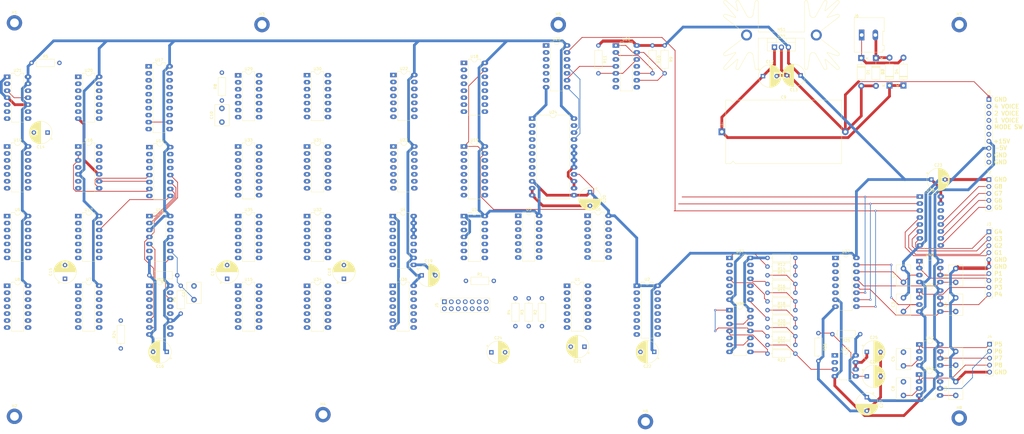
<source format=kicad_pcb>
(kicad_pcb (version 20171130) (host pcbnew "(5.1.6-0-10_14)")
  (layers (0 F.Cu signal) (31 B.Cu signal) (34 B.Paste user) (35 F.Paste user) (36 B.SilkS user) (37 F.SilkS user) (38 B.Mask user) (39 F.Mask user) (44 Edge.Cuts user))
  (net 0 "")
  (net 1 GND)
  (net 2 "Net-(C1-Pad1)")
  (net 3 "Net-(C2-Pad1)")
  (net 4 "Net-(C3-Pad1)")
  (net 5 "Net-(C4-Pad1)")
  (net 6 "Net-(C5-Pad1)")
  (net 7 "Net-(C6-Pad1)")
  (net 8 "Net-(C7-Pad1)")
  (net 9 "Net-(C8-Pad1)")
  (net 10 "Net-(C12-Pad1)")
  (net 11 "Net-(C10-Pad1)")
  (net 12 /~M)
  (net 13 "Net-(C11-Pad1)")
  (net 14 +5V)
  (net 15 -5V)
  (net 16 +3.3VDAC)
  (net 17 "Net-(C26-Pad1)")
  (net 18 +15V)
  (net 19 /MODE_SWITCH)
  (net 20 /1_VOICE)
  (net 21 /2_VOICE)
  (net 22 /4_VOICE)
  (net 23 /G5)
  (net 24 /G6)
  (net 25 /G7)
  (net 26 /G8)
  (net 27 /P4)
  (net 28 /P3)
  (net 29 /P2)
  (net 30 /P1)
  (net 31 /G1)
  (net 32 /G2)
  (net 33 /G3)
  (net 34 /G4)
  (net 35 /P8)
  (net 36 /P7)
  (net 37 /P6)
  (net 38 /P5)
  (net 39 /FROM_KEYBOARD)
  (net 40 /K5)
  (net 41 /K4)
  (net 42 /K3)
  (net 43 /K0)
  (net 44 /K1)
  (net 45 /K2)
  (net 46 "Net-(R1-Pad1)")
  (net 47 "Net-(R2-Pad2)")
  (net 48 "Net-(R3-Pad2)")
  (net 49 "Net-(R5-Pad2)")
  (net 50 /CK0)
  (net 51 "Net-(R12-Pad1)")
  (net 52 "Net-(R13-Pad2)")
  (net 53 "Net-(R14-Pad1)")
  (net 54 "Net-(R15-Pad2)")
  (net 55 "Net-(R16-Pad1)")
  (net 56 "Net-(R17-Pad2)")
  (net 57 "Net-(R18-Pad1)")
  (net 58 "Net-(R19-Pad2)")
  (net 59 "Net-(R20-Pad1)")
  (net 60 "Net-(R21-Pad2)")
  (net 61 "Net-(R22-Pad1)")
  (net 62 "Net-(R23-Pad2)")
  (net 63 "Net-(U1-Pad4)")
  (net 64 "Net-(U1-Pad9)")
  (net 65 /~CLC)
  (net 66 /~KD)
  (net 67 /CLC)
  (net 68 /IC2-D3)
  (net 69 /IC2-D2)
  (net 70 /IC2_11)
  (net 71 /~ANC)
  (net 72 /~KU)
  (net 73 /~F2)
  (net 74 "Net-(U3-Pad5)")
  (net 75 /~CP1)
  (net 76 "Net-(U3-Pad2)")
  (net 77 /A0)
  (net 78 /A4)
  (net 79 /A3)
  (net 80 /A2)
  (net 81 /A1)
  (net 82 "Net-(U4-Pad11)")
  (net 83 /~RW)
  (net 84 /A5)
  (net 85 "Net-(U5-Pad13)")
  (net 86 "Net-(U5-Pad3)")
  (net 87 "Net-(U5-Pad9)")
  (net 88 "Net-(U12-Pad12)")
  (net 89 "Net-(U7-Pad6)")
  (net 90 "Net-(U7-Pad12)")
  (net 91 "Net-(U21-Pad9)")
  (net 92 "Net-(U10-Pad4)")
  (net 93 "Net-(U10-Pad5)")
  (net 94 "Net-(U12-Pad2)")
  (net 95 /M)
  (net 96 "Net-(U27-Pad6)")
  (net 97 "Net-(U21-Pad5)")
  (net 98 /~UC)
  (net 99 "Net-(U10-Pad9)")
  (net 100 "Net-(U10-Pad6)")
  (net 101 /~TGU)
  (net 102 /~CP2)
  (net 103 "Net-(U10-Pad13)")
  (net 104 /~CP3)
  (net 105 "Net-(U10-Pad10)")
  (net 106 "Net-(U10-Pad11)")
  (net 107 "Net-(U10-Pad8)")
  (net 108 "Net-(U11-Pad6)")
  (net 109 "Net-(U11-Pad5)")
  (net 110 "Net-(U11-Pad4)")
  (net 111 "Net-(U11-Pad10)")
  (net 112 "Net-(U11-Pad2)")
  (net 113 "Net-(U11-Pad8)")
  (net 114 "Net-(U11-Pad1)")
  (net 115 "Net-(U12-Pad11)")
  (net 116 "Net-(U12-Pad3)")
  (net 117 /IC14_7)
  (net 118 /SL2)
  (net 119 /IC14_6)
  (net 120 /IC14_5)
  (net 121 /IC14_4)
  (net 122 /SL1)
  (net 123 "Net-(U15-Pad1)")
  (net 124 "Net-(U17-Pad19)")
  (net 125 /IC18_7)
  (net 126 /IC18_5)
  (net 127 /IC18_3)
  (net 128 /F0)
  (net 129 /F1)
  (net 130 /F2)
  (net 131 "Net-(U17-Pad1)")
  (net 132 "Net-(U18-Pad11)")
  (net 133 /D5)
  (net 134 /D1)
  (net 135 /D2)
  (net 136 /D3)
  (net 137 /D0)
  (net 138 /D4)
  (net 139 "Net-(U24-Pad23)")
  (net 140 "Net-(U24-Pad22)")
  (net 141 "Net-(U24-Pad21)")
  (net 142 "Net-(U25-Pad12)")
  (net 143 "Net-(U25-Pad9)")
  (net 144 "Net-(U27-Pad3)")
  (net 145 "Net-(U29-Pad8)")
  (net 146 /CK1)
  (net 147 /CK2)
  (net 148 "Net-(U33-Pad12)")
  (net 149 "Net-(U33-Pad4)")
  (net 150 "Net-(U34-Pad5)")
  (net 151 "Net-(D1-Pad1)")
  (net 152 "Net-(D2-Pad1)")
  (module Capacitor_THT:C_Disc_D7.5mm_W5.0mm_P5.00mm (layer F.Cu) (at 349.885 141.478 90)
    (fp_text reference C3 (at 2.5 -3.75 90) (layer F.SilkS))
    (fp_text value 47nF)
    (pad 1 thru_hole circle (at 0 0 90) (size 2 2) (drill 1) (layers *.Cu *.Mask) (net 4 "Net-(C3-Pad1)"))
    (pad 2 thru_hole circle (at 5 0 90) (size 2 2) (drill 1) (layers *.Cu *.Mask) (net 1 GND))
  )
  (module Capacitor_THT:CP_Radial_D8.0mm_P5.00mm (layer F.Cu) (at 360.045 93.345)
    (fp_text reference C23 (at 2.5 -5.25) (layer F.SilkS))
    (fp_text value 10uF)
    (pad 2 thru_hole circle (at 5 0) (size 1.6 1.6) (drill 0.8) (layers *.Cu *.Mask) (net 1 GND))
    (pad 1 thru_hole rect (at 0 0) (size 1.6 1.6) (drill 0.8) (layers *.Cu *.Mask) (net 14 +5V))
  )
  (module Capacitor_THT:CP_Radial_D8.0mm_P5.00mm (layer F.Cu) (at 259.08 156.21 180)
    (fp_text reference C22 (at 2.5 -5.25) (layer F.SilkS))
    (fp_text value 10uF)
    (pad 2 thru_hole circle (at 5 0 180) (size 1.6 1.6) (drill 0.8) (layers *.Cu *.Mask) (net 1 GND))
    (pad 1 thru_hole rect (at 0 0 180) (size 1.6 1.6) (drill 0.8) (layers *.Cu *.Mask) (net 14 +5V))
  )
  (module Capacitor_THT:CP_Radial_D8.0mm_P5.00mm (layer F.Cu) (at 233.68 154.305 180)
    (fp_text reference C21 (at 2.5 -5.25) (layer F.SilkS))
    (fp_text value 10uF)
    (pad 2 thru_hole circle (at 5 0 180) (size 1.6 1.6) (drill 0.8) (layers *.Cu *.Mask) (net 1 GND))
    (pad 1 thru_hole rect (at 0 0 180) (size 1.6 1.6) (drill 0.8) (layers *.Cu *.Mask) (net 14 +5V))
  )
  (module Capacitor_THT:CP_Radial_D8.0mm_P5.00mm (layer F.Cu) (at 235.712 97.917 270)
    (fp_text reference C20 (at 2.5 -5.25 90) (layer F.SilkS))
    (fp_text value 10uF)
    (pad 2 thru_hole circle (at 5 0 270) (size 1.6 1.6) (drill 0.8) (layers *.Cu *.Mask) (net 1 GND))
    (pad 1 thru_hole rect (at 0 0 270) (size 1.6 1.6) (drill 0.8) (layers *.Cu *.Mask) (net 14 +5V))
  )
  (module Capacitor_THT:CP_Radial_D8.0mm_P5.00mm (layer F.Cu) (at 174.371 128.27)
    (fp_text reference C19 (at 2.5 -5.25) (layer F.SilkS))
    (fp_text value 10uF)
    (pad 2 thru_hole circle (at 5 0) (size 1.6 1.6) (drill 0.8) (layers *.Cu *.Mask) (net 1 GND))
    (pad 1 thru_hole rect (at 0 0) (size 1.6 1.6) (drill 0.8) (layers *.Cu *.Mask) (net 14 +5V))
  )
  (module Capacitor_THT:CP_Radial_D8.0mm_P5.00mm (layer F.Cu) (at 146.05 129.54 90)
    (fp_text reference C18 (at 2.5 -5.25 90) (layer F.SilkS))
    (fp_text value 10uF)
    (pad 2 thru_hole circle (at 5 0 90) (size 1.6 1.6) (drill 0.8) (layers *.Cu *.Mask) (net 1 GND))
    (pad 1 thru_hole rect (at 0 0 90) (size 1.6 1.6) (drill 0.8) (layers *.Cu *.Mask) (net 14 +5V))
  )
  (module Capacitor_THT:CP_Radial_D8.0mm_P5.00mm (layer F.Cu) (at 103.505 129.54 90)
    (fp_text reference C17 (at 2.5 -5.25 90) (layer F.SilkS))
    (fp_text value 10uF)
    (pad 2 thru_hole circle (at 5 0 90) (size 1.6 1.6) (drill 0.8) (layers *.Cu *.Mask) (net 1 GND))
    (pad 1 thru_hole rect (at 0 0 90) (size 1.6 1.6) (drill 0.8) (layers *.Cu *.Mask) (net 14 +5V))
  )
  (module Capacitor_THT:CP_Radial_D8.0mm_P5.00mm (layer F.Cu) (at 81.534 156.21 180)
    (fp_text reference C16 (at 2.5 -5.25) (layer F.SilkS))
    (fp_text value 10uF)
    (pad 2 thru_hole circle (at 5 0 180) (size 1.6 1.6) (drill 0.8) (layers *.Cu *.Mask) (net 1 GND))
    (pad 1 thru_hole rect (at 0 0 180) (size 1.6 1.6) (drill 0.8) (layers *.Cu *.Mask) (net 14 +5V))
  )
  (module Capacitor_THT:CP_Radial_D8.0mm_P5.00mm (layer F.Cu) (at 44.45 129.54 90)
    (fp_text reference C15 (at 2.5 -5.25 90) (layer F.SilkS))
    (fp_text value 10uF)
    (pad 2 thru_hole circle (at 5 0 90) (size 1.6 1.6) (drill 0.8) (layers *.Cu *.Mask) (net 1 GND))
    (pad 1 thru_hole rect (at 0 0 90) (size 1.6 1.6) (drill 0.8) (layers *.Cu *.Mask) (net 14 +5V))
  )
  (module Capacitor_THT:CP_Radial_D8.0mm_P5.00mm (layer F.Cu) (at 38.1 76.2 180)
    (fp_text reference C14 (at 2.5 -5.25) (layer F.SilkS))
    (fp_text value 10uF)
    (pad 2 thru_hole circle (at 5 0 180) (size 1.6 1.6) (drill 0.8) (layers *.Cu *.Mask) (net 1 GND))
    (pad 1 thru_hole rect (at 0 0 180) (size 1.6 1.6) (drill 0.8) (layers *.Cu *.Mask) (net 14 +5V))
  )
  (module Heatsink:Heatsink_Fischer_SK129-STS_42x25mm_2xDrill2.5mm (layer F.Cu) (at 305.435 40.64)
    (fp_text reference HS1 (at 0 -2) (layer F.SilkS))
    (fp_text value Heatsink)
    (pad 1 thru_hole circle (at -12.7 0 180) (size 4 4) (drill 2.5) (layers *.Cu *.Mask))
    (pad 1 thru_hole circle (at 12.7 0) (size 4 4) (drill 2.5) (layers *.Cu *.Mask))
  )
  (module MountingHole:MountingHole_3.2mm_M3_DIN965_Pad (layer F.Cu) (at 370.205 180.34)
    (fp_text reference H8 (at 0 -3.8) (layer F.SilkS))
    (fp_text value MountingHole)
    (pad 1 thru_hole circle (at 0 0) (size 5.6 5.6) (drill 3.2) (layers *.Cu *.Mask))
  )
  (module MountingHole:MountingHole_3.2mm_M3_DIN965_Pad (layer F.Cu) (at 370.205 36.83)
    (fp_text reference H7 (at 0 -3.8) (layer F.SilkS))
    (fp_text value MountingHole)
    (pad 1 thru_hole circle (at 0 0) (size 5.6 5.6) (drill 3.2) (layers *.Cu *.Mask))
  )
  (module MountingHole:MountingHole_3.2mm_M3_DIN965_Pad (layer F.Cu) (at 255.905 181.61)
    (fp_text reference H6 (at 0 -3.8) (layer F.SilkS))
    (fp_text value MountingHole)
    (pad 1 thru_hole circle (at 0 0) (size 5.6 5.6) (drill 3.2) (layers *.Cu *.Mask))
  )
  (module MountingHole:MountingHole_3.2mm_M3_DIN965_Pad (layer F.Cu) (at 224.155 36.83)
    (fp_text reference H5 (at 0 -3.8) (layer F.SilkS))
    (fp_text value MountingHole)
    (pad 1 thru_hole circle (at 0 0) (size 5.6 5.6) (drill 3.2) (layers *.Cu *.Mask))
  )
  (module MountingHole:MountingHole_3.2mm_M3_DIN965_Pad (layer F.Cu) (at 138.43 179.07)
    (fp_text reference H4 (at 0 -3.8) (layer F.SilkS))
    (fp_text value MountingHole)
    (pad 1 thru_hole circle (at 0 0) (size 5.6 5.6) (drill 3.2) (layers *.Cu *.Mask))
  )
  (module MountingHole:MountingHole_3.2mm_M3_DIN965_Pad (layer F.Cu) (at 116.205 36.83)
    (fp_text reference H3 (at 0 -3.8) (layer F.SilkS))
    (fp_text value MountingHole)
    (pad 1 thru_hole circle (at 0 0) (size 5.6 5.6) (drill 3.2) (layers *.Cu *.Mask))
  )
  (module MountingHole:MountingHole_3.2mm_M3_DIN965_Pad (layer F.Cu) (at 26.035 179.705)
    (fp_text reference H2 (at 0 -3.8) (layer F.SilkS))
    (fp_text value MountingHole)
    (pad 1 thru_hole circle (at 0 0) (size 5.6 5.6) (drill 3.2) (layers *.Cu *.Mask))
  )
  (module MountingHole:MountingHole_3.2mm_M3_DIN965_Pad (layer F.Cu) (at 26.035 36.195)
    (fp_text reference H1 (at 0 -3.8) (layer F.SilkS))
    (fp_text value MountingHole)
    (pad 1 thru_hole circle (at 0 0) (size 5.6 5.6) (drill 3.2) (layers *.Cu *.Mask))
  )
  (module TerminalBlock:TerminalBlock_Altech_AK300-2_P5.00mm (layer F.Cu) (at 334.645 40.64)
    (fp_text reference J6 (at -1.92 -6.99) (layer F.SilkS))
    (fp_text value Screw_Terminal_01x02)
    (pad 2 thru_hole oval (at 5 0) (size 1.98 3.96) (drill 1.32) (layers *.Cu *.Mask) (net 152 "Net-(D2-Pad1)"))
    (pad 1 thru_hole rect (at 0 0) (size 1.98 3.96) (drill 1.32) (layers *.Cu *.Mask) (net 151 "Net-(D1-Pad1)"))
  )
  (module Package_TO_SOT_THT:TO-220-3_Vertical (layer F.Cu) (at 302.895 45.085)
    (fp_text reference U44 (at 2.54 -4.27) (layer F.SilkS))
    (fp_text value L7805)
    (pad 1 thru_hole rect (at 0 0) (size 1.905 2) (drill 1.1) (layers *.Cu *.Mask) (net 10 "Net-(C12-Pad1)"))
    (pad 2 thru_hole oval (at 2.54 0) (size 1.905 2) (drill 1.1) (layers *.Cu *.Mask) (net 1 GND))
    (pad 3 thru_hole oval (at 5.08 0) (size 1.905 2) (drill 1.1) (layers *.Cu *.Mask) (net 14 +5V))
  )
  (module Package_DIP:DIP-8_W7.62mm_LongPads (layer F.Cu) (at 355.6 164.465)
    (fp_text reference U43 (at 3.81 -2.33) (layer F.SilkS))
    (fp_text value TL082)
    (pad 1 thru_hole rect (at 0 0) (size 2.4 1.6) (drill 0.8) (layers *.Cu *.Mask) (net 35 /P8))
    (pad 5 thru_hole oval (at 7.62 7.62) (size 2.4 1.6) (drill 0.8) (layers *.Cu *.Mask) (net 7 "Net-(C6-Pad1)"))
    (pad 2 thru_hole oval (at 0 2.54) (size 2.4 1.6) (drill 0.8) (layers *.Cu *.Mask) (net 35 /P8))
    (pad 6 thru_hole oval (at 7.62 5.08) (size 2.4 1.6) (drill 0.8) (layers *.Cu *.Mask) (net 37 /P6))
    (pad 3 thru_hole oval (at 0 5.08) (size 2.4 1.6) (drill 0.8) (layers *.Cu *.Mask) (net 9 "Net-(C8-Pad1)"))
    (pad 7 thru_hole oval (at 7.62 2.54) (size 2.4 1.6) (drill 0.8) (layers *.Cu *.Mask) (net 37 /P6))
    (pad 4 thru_hole oval (at 0 7.62) (size 2.4 1.6) (drill 0.8) (layers *.Cu *.Mask) (net 15 -5V))
    (pad 8 thru_hole oval (at 7.62 0) (size 2.4 1.6) (drill 0.8) (layers *.Cu *.Mask) (net 18 +15V))
  )
  (module Package_DIP:DIP-8_W7.62mm_LongPads (layer F.Cu) (at 355.6772 153.504)
    (fp_text reference U42 (at 3.81 -2.33) (layer F.SilkS))
    (fp_text value TL082)
    (pad 1 thru_hole rect (at 0 0) (size 2.4 1.6) (drill 0.8) (layers *.Cu *.Mask) (net 38 /P5))
    (pad 5 thru_hole oval (at 7.62 7.62) (size 2.4 1.6) (drill 0.8) (layers *.Cu *.Mask) (net 8 "Net-(C7-Pad1)"))
    (pad 2 thru_hole oval (at 0 2.54) (size 2.4 1.6) (drill 0.8) (layers *.Cu *.Mask) (net 38 /P5))
    (pad 6 thru_hole oval (at 7.62 5.08) (size 2.4 1.6) (drill 0.8) (layers *.Cu *.Mask) (net 36 /P7))
    (pad 3 thru_hole oval (at 0 5.08) (size 2.4 1.6) (drill 0.8) (layers *.Cu *.Mask) (net 6 "Net-(C5-Pad1)"))
    (pad 7 thru_hole oval (at 7.62 2.54) (size 2.4 1.6) (drill 0.8) (layers *.Cu *.Mask) (net 36 /P7))
    (pad 4 thru_hole oval (at 0 7.62) (size 2.4 1.6) (drill 0.8) (layers *.Cu *.Mask) (net 15 -5V))
    (pad 8 thru_hole oval (at 7.62 0) (size 2.4 1.6) (drill 0.8) (layers *.Cu *.Mask) (net 18 +15V))
  )
  (module Package_DIP:DIP-8_W7.62mm_LongPads (layer F.Cu) (at 355.6772 133.864)
    (fp_text reference U41 (at 3.81 -2.33) (layer F.SilkS))
    (fp_text value TL082)
    (pad 1 thru_hole rect (at 0 0) (size 2.4 1.6) (drill 0.8) (layers *.Cu *.Mask) (net 28 /P3))
    (pad 5 thru_hole oval (at 7.62 7.62) (size 2.4 1.6) (drill 0.8) (layers *.Cu *.Mask) (net 5 "Net-(C4-Pad1)"))
    (pad 2 thru_hole oval (at 0 2.54) (size 2.4 1.6) (drill 0.8) (layers *.Cu *.Mask) (net 28 /P3))
    (pad 6 thru_hole oval (at 7.62 5.08) (size 2.4 1.6) (drill 0.8) (layers *.Cu *.Mask) (net 27 /P4))
    (pad 3 thru_hole oval (at 0 5.08) (size 2.4 1.6) (drill 0.8) (layers *.Cu *.Mask) (net 4 "Net-(C3-Pad1)"))
    (pad 7 thru_hole oval (at 7.62 2.54) (size 2.4 1.6) (drill 0.8) (layers *.Cu *.Mask) (net 27 /P4))
    (pad 4 thru_hole oval (at 0 7.62) (size 2.4 1.6) (drill 0.8) (layers *.Cu *.Mask) (net 15 -5V))
    (pad 8 thru_hole oval (at 7.62 0) (size 2.4 1.6) (drill 0.8) (layers *.Cu *.Mask) (net 18 +15V))
  )
  (module Package_DIP:DIP-8_W7.62mm_LongPads (layer F.Cu) (at 355.6772 123.114)
    (fp_text reference U40 (at 3.81 -2.33) (layer F.SilkS))
    (fp_text value TL082)
    (pad 1 thru_hole rect (at 0 0) (size 2.4 1.6) (drill 0.8) (layers *.Cu *.Mask) (net 29 /P2))
    (pad 5 thru_hole oval (at 7.62 7.62) (size 2.4 1.6) (drill 0.8) (layers *.Cu *.Mask) (net 2 "Net-(C1-Pad1)"))
    (pad 2 thru_hole oval (at 0 2.54) (size 2.4 1.6) (drill 0.8) (layers *.Cu *.Mask) (net 29 /P2))
    (pad 6 thru_hole oval (at 7.62 5.08) (size 2.4 1.6) (drill 0.8) (layers *.Cu *.Mask) (net 30 /P1))
    (pad 3 thru_hole oval (at 0 5.08) (size 2.4 1.6) (drill 0.8) (layers *.Cu *.Mask) (net 3 "Net-(C2-Pad1)"))
    (pad 7 thru_hole oval (at 7.62 2.54) (size 2.4 1.6) (drill 0.8) (layers *.Cu *.Mask) (net 30 /P1))
    (pad 4 thru_hole oval (at 0 7.62) (size 2.4 1.6) (drill 0.8) (layers *.Cu *.Mask) (net 15 -5V))
    (pad 8 thru_hole oval (at 7.62 0) (size 2.4 1.6) (drill 0.8) (layers *.Cu *.Mask) (net 18 +15V))
  )
  (module Package_DIP:DIP-8_W7.62mm_LongPads (layer F.Cu) (at 324.866 157.48)
    (fp_text reference U39 (at 3.81 -2.33) (layer F.SilkS))
    (fp_text value TL072)
    (pad 1 thru_hole rect (at 0 0) (size 2.4 1.6) (drill 0.8) (layers *.Cu *.Mask) (net 144 "Net-(U27-Pad3)"))
    (pad 5 thru_hole oval (at 7.62 7.62) (size 2.4 1.6) (drill 0.8) (layers *.Cu *.Mask) (net 17 "Net-(C26-Pad1)"))
    (pad 2 thru_hole oval (at 0 2.54) (size 2.4 1.6) (drill 0.8) (layers *.Cu *.Mask) (net 144 "Net-(U27-Pad3)"))
    (pad 6 thru_hole oval (at 7.62 5.08) (size 2.4 1.6) (drill 0.8) (layers *.Cu *.Mask) (net 16 +3.3VDAC))
    (pad 3 thru_hole oval (at 0 5.08) (size 2.4 1.6) (drill 0.8) (layers *.Cu *.Mask) (net 61 "Net-(R22-Pad1)"))
    (pad 7 thru_hole oval (at 7.62 2.54) (size 2.4 1.6) (drill 0.8) (layers *.Cu *.Mask) (net 16 +3.3VDAC))
    (pad 4 thru_hole oval (at 0 7.62) (size 2.4 1.6) (drill 0.8) (layers *.Cu *.Mask) (net 15 -5V))
    (pad 8 thru_hole oval (at 7.62 0) (size 2.4 1.6) (drill 0.8) (layers *.Cu *.Mask) (net 18 +15V))
  )
  (module Package_DIP:DIP-14_W7.62mm_LongPads (layer F.Cu) (at 286.512 140.97)
    (fp_text reference U38 (at 3.81 -2.33) (layer F.SilkS))
    (fp_text value 4041)
    (pad 1 thru_hole rect (at 0 0) (size 2.4 1.6) (drill 0.8) (layers *.Cu *.Mask) (net 60 "Net-(R21-Pad2)"))
    (pad 8 thru_hole oval (at 7.62 15.24) (size 2.4 1.6) (drill 0.8) (layers *.Cu *.Mask) (net 62 "Net-(R23-Pad2)"))
    (pad 2 thru_hole oval (at 0 2.54) (size 2.4 1.6) (drill 0.8) (layers *.Cu *.Mask))
    (pad 9 thru_hole oval (at 7.62 12.7) (size 2.4 1.6) (drill 0.8) (layers *.Cu *.Mask))
    (pad 3 thru_hole oval (at 0 5.08) (size 2.4 1.6) (drill 0.8) (layers *.Cu *.Mask) (net 138 /D4))
    (pad 10 thru_hole oval (at 7.62 10.16) (size 2.4 1.6) (drill 0.8) (layers *.Cu *.Mask) (net 133 /D5))
    (pad 4 thru_hole oval (at 0 7.62) (size 2.4 1.6) (drill 0.8) (layers *.Cu *.Mask) (net 62 "Net-(R23-Pad2)"))
    (pad 11 thru_hole oval (at 7.62 7.62) (size 2.4 1.6) (drill 0.8) (layers *.Cu *.Mask) (net 60 "Net-(R21-Pad2)"))
    (pad 5 thru_hole oval (at 0 10.16) (size 2.4 1.6) (drill 0.8) (layers *.Cu *.Mask))
    (pad 12 thru_hole oval (at 7.62 5.08) (size 2.4 1.6) (drill 0.8) (layers *.Cu *.Mask))
    (pad 6 thru_hole oval (at 0 12.7) (size 2.4 1.6) (drill 0.8) (layers *.Cu *.Mask) (net 133 /D5))
    (pad 13 thru_hole oval (at 7.62 2.54) (size 2.4 1.6) (drill 0.8) (layers *.Cu *.Mask) (net 138 /D4))
    (pad 7 thru_hole oval (at 0 15.24) (size 2.4 1.6) (drill 0.8) (layers *.Cu *.Mask) (net 14 +5V))
    (pad 14 thru_hole oval (at 7.62 0) (size 2.4 1.6) (drill 0.8) (layers *.Cu *.Mask) (net 1 GND))
  )
  (module Package_DIP:DIP-14_W7.62mm_LongPads (layer F.Cu) (at 286.512 121.92)
    (fp_text reference U37 (at 3.81 -2.33) (layer F.SilkS))
    (fp_text value 4041)
    (pad 1 thru_hole rect (at 0 0) (size 2.4 1.6) (drill 0.8) (layers *.Cu *.Mask) (net 52 "Net-(R13-Pad2)"))
    (pad 8 thru_hole oval (at 7.62 15.24) (size 2.4 1.6) (drill 0.8) (layers *.Cu *.Mask) (net 58 "Net-(R19-Pad2)"))
    (pad 2 thru_hole oval (at 0 2.54) (size 2.4 1.6) (drill 0.8) (layers *.Cu *.Mask))
    (pad 9 thru_hole oval (at 7.62 12.7) (size 2.4 1.6) (drill 0.8) (layers *.Cu *.Mask))
    (pad 3 thru_hole oval (at 0 5.08) (size 2.4 1.6) (drill 0.8) (layers *.Cu *.Mask) (net 137 /D0))
    (pad 10 thru_hole oval (at 7.62 10.16) (size 2.4 1.6) (drill 0.8) (layers *.Cu *.Mask) (net 136 /D3))
    (pad 4 thru_hole oval (at 0 7.62) (size 2.4 1.6) (drill 0.8) (layers *.Cu *.Mask) (net 56 "Net-(R17-Pad2)"))
    (pad 11 thru_hole oval (at 7.62 7.62) (size 2.4 1.6) (drill 0.8) (layers *.Cu *.Mask) (net 54 "Net-(R15-Pad2)"))
    (pad 5 thru_hole oval (at 0 10.16) (size 2.4 1.6) (drill 0.8) (layers *.Cu *.Mask))
    (pad 12 thru_hole oval (at 7.62 5.08) (size 2.4 1.6) (drill 0.8) (layers *.Cu *.Mask))
    (pad 6 thru_hole oval (at 0 12.7) (size 2.4 1.6) (drill 0.8) (layers *.Cu *.Mask) (net 135 /D2))
    (pad 13 thru_hole oval (at 7.62 2.54) (size 2.4 1.6) (drill 0.8) (layers *.Cu *.Mask) (net 134 /D1))
    (pad 7 thru_hole oval (at 0 15.24) (size 2.4 1.6) (drill 0.8) (layers *.Cu *.Mask) (net 14 +5V))
    (pad 14 thru_hole oval (at 7.62 0) (size 2.4 1.6) (drill 0.8) (layers *.Cu *.Mask) (net 1 GND))
  )
  (module Package_DIP:DIP-14_W7.62mm_LongPads (layer F.Cu) (at 163.83 132.08)
    (fp_text reference U36 (at 3.81 -2.33) (layer F.SilkS))
    (fp_text value 7404)
    (pad 1 thru_hole rect (at 0 0) (size 2.4 1.6) (drill 0.8) (layers *.Cu *.Mask) (net 77 /A0))
    (pad 8 thru_hole oval (at 7.62 15.24) (size 2.4 1.6) (drill 0.8) (layers *.Cu *.Mask) (net 42 /K3))
    (pad 2 thru_hole oval (at 0 2.54) (size 2.4 1.6) (drill 0.8) (layers *.Cu *.Mask) (net 43 /K0))
    (pad 9 thru_hole oval (at 7.62 12.7) (size 2.4 1.6) (drill 0.8) (layers *.Cu *.Mask) (net 79 /A3))
    (pad 3 thru_hole oval (at 0 5.08) (size 2.4 1.6) (drill 0.8) (layers *.Cu *.Mask) (net 81 /A1))
    (pad 10 thru_hole oval (at 7.62 10.16) (size 2.4 1.6) (drill 0.8) (layers *.Cu *.Mask) (net 41 /K4))
    (pad 4 thru_hole oval (at 0 7.62) (size 2.4 1.6) (drill 0.8) (layers *.Cu *.Mask) (net 44 /K1))
    (pad 11 thru_hole oval (at 7.62 7.62) (size 2.4 1.6) (drill 0.8) (layers *.Cu *.Mask) (net 78 /A4))
    (pad 5 thru_hole oval (at 0 10.16) (size 2.4 1.6) (drill 0.8) (layers *.Cu *.Mask) (net 80 /A2))
    (pad 12 thru_hole oval (at 7.62 5.08) (size 2.4 1.6) (drill 0.8) (layers *.Cu *.Mask) (net 40 /K5))
    (pad 6 thru_hole oval (at 0 12.7) (size 2.4 1.6) (drill 0.8) (layers *.Cu *.Mask) (net 45 /K2))
    (pad 13 thru_hole oval (at 7.62 2.54) (size 2.4 1.6) (drill 0.8) (layers *.Cu *.Mask) (net 84 /A5))
    (pad 7 thru_hole oval (at 0 15.24) (size 2.4 1.6) (drill 0.8) (layers *.Cu *.Mask) (net 1 GND))
    (pad 14 thru_hole oval (at 7.62 0) (size 2.4 1.6) (drill 0.8) (layers *.Cu *.Mask) (net 14 +5V))
  )
  (module Package_DIP:DIP-14_W7.62mm_LongPads (layer F.Cu) (at 107.5266 106.68)
    (fp_text reference U35 (at 3.81 -2.33) (layer F.SilkS))
    (fp_text value 74LS04)
    (pad 14 thru_hole oval (at 7.62 0) (size 2.4 1.6) (drill 0.8) (layers *.Cu *.Mask) (net 14 +5V))
    (pad 7 thru_hole oval (at 0 15.24) (size 2.4 1.6) (drill 0.8) (layers *.Cu *.Mask) (net 1 GND))
    (pad 13 thru_hole oval (at 7.62 2.54) (size 2.4 1.6) (drill 0.8) (layers *.Cu *.Mask) (net 95 /M))
    (pad 6 thru_hole oval (at 0 12.7) (size 2.4 1.6) (drill 0.8) (layers *.Cu *.Mask) (net 123 "Net-(U15-Pad1)"))
    (pad 12 thru_hole oval (at 7.62 5.08) (size 2.4 1.6) (drill 0.8) (layers *.Cu *.Mask) (net 12 /~M))
    (pad 5 thru_hole oval (at 0 10.16) (size 2.4 1.6) (drill 0.8) (layers *.Cu *.Mask) (net 72 /~KU))
    (pad 11 thru_hole oval (at 7.62 7.62) (size 2.4 1.6) (drill 0.8) (layers *.Cu *.Mask))
    (pad 4 thru_hole oval (at 0 7.62) (size 2.4 1.6) (drill 0.8) (layers *.Cu *.Mask) (net 148 "Net-(U33-Pad12)"))
    (pad 10 thru_hole oval (at 7.62 10.16) (size 2.4 1.6) (drill 0.8) (layers *.Cu *.Mask))
    (pad 3 thru_hole oval (at 0 5.08) (size 2.4 1.6) (drill 0.8) (layers *.Cu *.Mask) (net 50 /CK0))
    (pad 9 thru_hole oval (at 7.62 12.7) (size 2.4 1.6) (drill 0.8) (layers *.Cu *.Mask) (net 145 "Net-(U29-Pad8)"))
    (pad 2 thru_hole oval (at 0 2.54) (size 2.4 1.6) (drill 0.8) (layers *.Cu *.Mask) (net 73 /~F2))
    (pad 8 thru_hole oval (at 7.62 15.24) (size 2.4 1.6) (drill 0.8) (layers *.Cu *.Mask) (net 150 "Net-(U34-Pad5)"))
    (pad 1 thru_hole rect (at 0 0) (size 2.4 1.6) (drill 0.8) (layers *.Cu *.Mask) (net 130 /F2))
  )
  (module Package_DIP:DIP-14_W7.62mm_LongPads (layer F.Cu) (at 132.6194 132.0878)
    (fp_text reference U34 (at 3.81 -2.33) (layer F.SilkS))
    (fp_text value 74LS32)
    (pad 14 thru_hole oval (at 7.62 0) (size 2.4 1.6) (drill 0.8) (layers *.Cu *.Mask) (net 14 +5V))
    (pad 7 thru_hole oval (at 0 15.24) (size 2.4 1.6) (drill 0.8) (layers *.Cu *.Mask) (net 1 GND))
    (pad 13 thru_hole oval (at 7.62 2.54) (size 2.4 1.6) (drill 0.8) (layers *.Cu *.Mask))
    (pad 6 thru_hole oval (at 0 12.7) (size 2.4 1.6) (drill 0.8) (layers *.Cu *.Mask) (net 104 /~CP3))
    (pad 12 thru_hole oval (at 7.62 5.08) (size 2.4 1.6) (drill 0.8) (layers *.Cu *.Mask))
    (pad 5 thru_hole oval (at 0 10.16) (size 2.4 1.6) (drill 0.8) (layers *.Cu *.Mask) (net 150 "Net-(U34-Pad5)"))
    (pad 11 thru_hole oval (at 7.62 7.62) (size 2.4 1.6) (drill 0.8) (layers *.Cu *.Mask))
    (pad 4 thru_hole oval (at 0 7.62) (size 2.4 1.6) (drill 0.8) (layers *.Cu *.Mask) (net 102 /~CP2))
    (pad 10 thru_hole oval (at 7.62 10.16) (size 2.4 1.6) (drill 0.8) (layers *.Cu *.Mask) (net 102 /~CP2))
    (pad 3 thru_hole oval (at 0 5.08) (size 2.4 1.6) (drill 0.8) (layers *.Cu *.Mask) (net 98 /~UC))
    (pad 9 thru_hole oval (at 7.62 12.7) (size 2.4 1.6) (drill 0.8) (layers *.Cu *.Mask) (net 145 "Net-(U29-Pad8)"))
    (pad 2 thru_hole oval (at 0 2.54) (size 2.4 1.6) (drill 0.8) (layers *.Cu *.Mask) (net 145 "Net-(U29-Pad8)"))
    (pad 8 thru_hole oval (at 7.62 15.24) (size 2.4 1.6) (drill 0.8) (layers *.Cu *.Mask) (net 83 /~RW))
    (pad 1 thru_hole rect (at 0 0) (size 2.4 1.6) (drill 0.8) (layers *.Cu *.Mask) (net 149 "Net-(U33-Pad4)"))
  )
  (module Package_DIP:DIP-16_W7.62mm_LongPads (layer F.Cu) (at 107.5266 81.28)
    (fp_text reference U33 (at 3.81 -2.33) (layer F.SilkS))
    (fp_text value 74LS42)
    (pad 16 thru_hole oval (at 7.62 0) (size 2.4 1.6) (drill 0.8) (layers *.Cu *.Mask) (net 14 +5V))
    (pad 8 thru_hole oval (at 0 17.78) (size 2.4 1.6) (drill 0.8) (layers *.Cu *.Mask) (net 1 GND))
    (pad 15 thru_hole oval (at 7.62 2.54) (size 2.4 1.6) (drill 0.8) (layers *.Cu *.Mask) (net 146 /CK1))
    (pad 7 thru_hole oval (at 0 15.24) (size 2.4 1.6) (drill 0.8) (layers *.Cu *.Mask))
    (pad 14 thru_hole oval (at 7.62 5.08) (size 2.4 1.6) (drill 0.8) (layers *.Cu *.Mask) (net 147 /CK2))
    (pad 6 thru_hole oval (at 0 12.7) (size 2.4 1.6) (drill 0.8) (layers *.Cu *.Mask))
    (pad 13 thru_hole oval (at 7.62 7.62) (size 2.4 1.6) (drill 0.8) (layers *.Cu *.Mask) (net 95 /M))
    (pad 5 thru_hole oval (at 0 10.16) (size 2.4 1.6) (drill 0.8) (layers *.Cu *.Mask))
    (pad 12 thru_hole oval (at 7.62 10.16) (size 2.4 1.6) (drill 0.8) (layers *.Cu *.Mask) (net 148 "Net-(U33-Pad12)"))
    (pad 4 thru_hole oval (at 0 7.62) (size 2.4 1.6) (drill 0.8) (layers *.Cu *.Mask) (net 149 "Net-(U33-Pad4)"))
    (pad 11 thru_hole oval (at 7.62 12.7) (size 2.4 1.6) (drill 0.8) (layers *.Cu *.Mask))
    (pad 3 thru_hole oval (at 0 5.08) (size 2.4 1.6) (drill 0.8) (layers *.Cu *.Mask) (net 102 /~CP2))
    (pad 10 thru_hole oval (at 7.62 15.24) (size 2.4 1.6) (drill 0.8) (layers *.Cu *.Mask))
    (pad 2 thru_hole oval (at 0 2.54) (size 2.4 1.6) (drill 0.8) (layers *.Cu *.Mask) (net 75 /~CP1))
    (pad 9 thru_hole oval (at 7.62 17.78) (size 2.4 1.6) (drill 0.8) (layers *.Cu *.Mask))
    (pad 1 thru_hole rect (at 0 0) (size 2.4 1.6) (drill 0.8) (layers *.Cu *.Mask))
  )
  (module Package_DIP:DIP-14_W7.62mm_LongPads (layer F.Cu) (at 132.6194 106.68)
    (fp_text reference U32 (at 3.81 -2.33) (layer F.SilkS))
    (fp_text value 74LS93)
    (pad 14 thru_hole oval (at 7.62 0) (size 2.4 1.6) (drill 0.8) (layers *.Cu *.Mask) (net 80 /A2))
    (pad 7 thru_hole oval (at 0 15.24) (size 2.4 1.6) (drill 0.8) (layers *.Cu *.Mask))
    (pad 13 thru_hole oval (at 7.62 2.54) (size 2.4 1.6) (drill 0.8) (layers *.Cu *.Mask))
    (pad 6 thru_hole oval (at 0 12.7) (size 2.4 1.6) (drill 0.8) (layers *.Cu *.Mask))
    (pad 12 thru_hole oval (at 7.62 5.08) (size 2.4 1.6) (drill 0.8) (layers *.Cu *.Mask) (net 79 /A3))
    (pad 5 thru_hole oval (at 0 10.16) (size 2.4 1.6) (drill 0.8) (layers *.Cu *.Mask) (net 14 +5V))
    (pad 11 thru_hole oval (at 7.62 7.62) (size 2.4 1.6) (drill 0.8) (layers *.Cu *.Mask) (net 95 /M))
    (pad 4 thru_hole oval (at 0 7.62) (size 2.4 1.6) (drill 0.8) (layers *.Cu *.Mask))
    (pad 10 thru_hole oval (at 7.62 10.16) (size 2.4 1.6) (drill 0.8) (layers *.Cu *.Mask) (net 1 GND))
    (pad 3 thru_hole oval (at 0 5.08) (size 2.4 1.6) (drill 0.8) (layers *.Cu *.Mask) (net 1 GND))
    (pad 9 thru_hole oval (at 7.62 12.7) (size 2.4 1.6) (drill 0.8) (layers *.Cu *.Mask) (net 78 /A4))
    (pad 2 thru_hole oval (at 0 2.54) (size 2.4 1.6) (drill 0.8) (layers *.Cu *.Mask) (net 1 GND))
    (pad 8 thru_hole oval (at 7.62 15.24) (size 2.4 1.6) (drill 0.8) (layers *.Cu *.Mask) (net 84 /A5))
    (pad 1 thru_hole rect (at 0 0) (size 2.4 1.6) (drill 0.8) (layers *.Cu *.Mask) (net 79 /A3))
  )
  (module Package_DIP:DIP-14_W7.62mm_LongPads (layer F.Cu) (at 132.6194 81.28)
    (fp_text reference U31 (at 3.81 -2.33) (layer F.SilkS))
    (fp_text value 74LS93)
    (pad 14 thru_hole oval (at 7.62 0) (size 2.4 1.6) (drill 0.8) (layers *.Cu *.Mask) (net 129 /F1))
    (pad 7 thru_hole oval (at 0 15.24) (size 2.4 1.6) (drill 0.8) (layers *.Cu *.Mask))
    (pad 13 thru_hole oval (at 7.62 2.54) (size 2.4 1.6) (drill 0.8) (layers *.Cu *.Mask))
    (pad 6 thru_hole oval (at 0 12.7) (size 2.4 1.6) (drill 0.8) (layers *.Cu *.Mask))
    (pad 12 thru_hole oval (at 7.62 5.08) (size 2.4 1.6) (drill 0.8) (layers *.Cu *.Mask) (net 130 /F2))
    (pad 5 thru_hole oval (at 0 10.16) (size 2.4 1.6) (drill 0.8) (layers *.Cu *.Mask) (net 14 +5V))
    (pad 11 thru_hole oval (at 7.62 7.62) (size 2.4 1.6) (drill 0.8) (layers *.Cu *.Mask) (net 80 /A2))
    (pad 4 thru_hole oval (at 0 7.62) (size 2.4 1.6) (drill 0.8) (layers *.Cu *.Mask))
    (pad 10 thru_hole oval (at 7.62 10.16) (size 2.4 1.6) (drill 0.8) (layers *.Cu *.Mask) (net 1 GND))
    (pad 3 thru_hole oval (at 0 5.08) (size 2.4 1.6) (drill 0.8) (layers *.Cu *.Mask) (net 1 GND))
    (pad 9 thru_hole oval (at 7.62 12.7) (size 2.4 1.6) (drill 0.8) (layers *.Cu *.Mask) (net 77 /A0))
    (pad 2 thru_hole oval (at 0 2.54) (size 2.4 1.6) (drill 0.8) (layers *.Cu *.Mask) (net 1 GND))
    (pad 8 thru_hole oval (at 7.62 15.24) (size 2.4 1.6) (drill 0.8) (layers *.Cu *.Mask) (net 81 /A1))
    (pad 1 thru_hole rect (at 0 0) (size 2.4 1.6) (drill 0.8) (layers *.Cu *.Mask) (net 130 /F2))
  )
  (module Package_DIP:DIP-14_W7.62mm_LongPads (layer F.Cu) (at 132.6194 55.2978)
    (fp_text reference U30 (at 3.81 -2.33) (layer F.SilkS))
    (fp_text value 74LS93)
    (pad 14 thru_hole oval (at 7.62 0) (size 2.4 1.6) (drill 0.8) (layers *.Cu *.Mask) (net 50 /CK0))
    (pad 7 thru_hole oval (at 0 15.24) (size 2.4 1.6) (drill 0.8) (layers *.Cu *.Mask))
    (pad 13 thru_hole oval (at 7.62 2.54) (size 2.4 1.6) (drill 0.8) (layers *.Cu *.Mask))
    (pad 6 thru_hole oval (at 0 12.7) (size 2.4 1.6) (drill 0.8) (layers *.Cu *.Mask))
    (pad 12 thru_hole oval (at 7.62 5.08) (size 2.4 1.6) (drill 0.8) (layers *.Cu *.Mask) (net 146 /CK1))
    (pad 5 thru_hole oval (at 0 10.16) (size 2.4 1.6) (drill 0.8) (layers *.Cu *.Mask) (net 14 +5V))
    (pad 11 thru_hole oval (at 7.62 7.62) (size 2.4 1.6) (drill 0.8) (layers *.Cu *.Mask) (net 129 /F1))
    (pad 4 thru_hole oval (at 0 7.62) (size 2.4 1.6) (drill 0.8) (layers *.Cu *.Mask))
    (pad 10 thru_hole oval (at 7.62 10.16) (size 2.4 1.6) (drill 0.8) (layers *.Cu *.Mask) (net 1 GND))
    (pad 3 thru_hole oval (at 0 5.08) (size 2.4 1.6) (drill 0.8) (layers *.Cu *.Mask) (net 1 GND))
    (pad 9 thru_hole oval (at 7.62 12.7) (size 2.4 1.6) (drill 0.8) (layers *.Cu *.Mask) (net 147 /CK2))
    (pad 2 thru_hole oval (at 0 2.54) (size 2.4 1.6) (drill 0.8) (layers *.Cu *.Mask) (net 1 GND))
    (pad 8 thru_hole oval (at 7.62 15.24) (size 2.4 1.6) (drill 0.8) (layers *.Cu *.Mask) (net 128 /F0))
    (pad 1 thru_hole rect (at 0 0) (size 2.4 1.6) (drill 0.8) (layers *.Cu *.Mask) (net 146 /CK1))
  )
  (module Package_DIP:DIP-14_W7.62mm_LongPads (layer F.Cu) (at 107.5266 55.3434)
    (fp_text reference U29 (at 3.81 -2.33) (layer F.SilkS))
    (fp_text value 74LS13)
    (pad 14 thru_hole oval (at 7.62 0) (size 2.4 1.6) (drill 0.8) (layers *.Cu *.Mask) (net 14 +5V))
    (pad 7 thru_hole oval (at 0 15.24) (size 2.4 1.6) (drill 0.8) (layers *.Cu *.Mask) (net 1 GND))
    (pad 13 thru_hole oval (at 7.62 2.54) (size 2.4 1.6) (drill 0.8) (layers *.Cu *.Mask) (net 128 /F0))
    (pad 6 thru_hole oval (at 0 12.7) (size 2.4 1.6) (drill 0.8) (layers *.Cu *.Mask) (net 50 /CK0))
    (pad 12 thru_hole oval (at 7.62 5.08) (size 2.4 1.6) (drill 0.8) (layers *.Cu *.Mask) (net 129 /F1))
    (pad 5 thru_hole oval (at 0 10.16) (size 2.4 1.6) (drill 0.8) (layers *.Cu *.Mask) (net 11 "Net-(C10-Pad1)"))
    (pad 11 thru_hole oval (at 7.62 7.62) (size 2.4 1.6) (drill 0.8) (layers *.Cu *.Mask))
    (pad 4 thru_hole oval (at 0 7.62) (size 2.4 1.6) (drill 0.8) (layers *.Cu *.Mask) (net 11 "Net-(C10-Pad1)"))
    (pad 10 thru_hole oval (at 7.62 10.16) (size 2.4 1.6) (drill 0.8) (layers *.Cu *.Mask) (net 130 /F2))
    (pad 3 thru_hole oval (at 0 5.08) (size 2.4 1.6) (drill 0.8) (layers *.Cu *.Mask))
    (pad 9 thru_hole oval (at 7.62 12.7) (size 2.4 1.6) (drill 0.8) (layers *.Cu *.Mask) (net 130 /F2))
    (pad 2 thru_hole oval (at 0 2.54) (size 2.4 1.6) (drill 0.8) (layers *.Cu *.Mask) (net 11 "Net-(C10-Pad1)"))
    (pad 8 thru_hole oval (at 7.62 15.24) (size 2.4 1.6) (drill 0.8) (layers *.Cu *.Mask) (net 145 "Net-(U29-Pad8)"))
    (pad 1 thru_hole rect (at 0 0) (size 2.4 1.6) (drill 0.8) (layers *.Cu *.Mask) (net 11 "Net-(C10-Pad1)"))
  )
  (module Package_DIP:DIP-16_W7.62mm_LongPads (layer F.Cu) (at 355.854 99.568)
    (fp_text reference U28 (at 3.81 -2.33) (layer F.SilkS))
    (fp_text value 74LS259)
    (pad 1 thru_hole rect (at 0 0) (size 2.4 1.6) (drill 0.8) (layers *.Cu *.Mask) (net 127 /IC18_3))
    (pad 9 thru_hole oval (at 7.62 17.78) (size 2.4 1.6) (drill 0.8) (layers *.Cu *.Mask) (net 23 /G5))
    (pad 2 thru_hole oval (at 0 2.54) (size 2.4 1.6) (drill 0.8) (layers *.Cu *.Mask) (net 126 /IC18_5))
    (pad 10 thru_hole oval (at 7.62 15.24) (size 2.4 1.6) (drill 0.8) (layers *.Cu *.Mask) (net 24 /G6))
    (pad 3 thru_hole oval (at 0 5.08) (size 2.4 1.6) (drill 0.8) (layers *.Cu *.Mask) (net 125 /IC18_7))
    (pad 11 thru_hole oval (at 7.62 12.7) (size 2.4 1.6) (drill 0.8) (layers *.Cu *.Mask) (net 25 /G7))
    (pad 4 thru_hole oval (at 0 7.62) (size 2.4 1.6) (drill 0.8) (layers *.Cu *.Mask) (net 31 /G1))
    (pad 12 thru_hole oval (at 7.62 10.16) (size 2.4 1.6) (drill 0.8) (layers *.Cu *.Mask) (net 26 /G8))
    (pad 5 thru_hole oval (at 0 10.16) (size 2.4 1.6) (drill 0.8) (layers *.Cu *.Mask) (net 32 /G2))
    (pad 13 thru_hole oval (at 7.62 7.62) (size 2.4 1.6) (drill 0.8) (layers *.Cu *.Mask) (net 132 "Net-(U18-Pad11)"))
    (pad 6 thru_hole oval (at 0 12.7) (size 2.4 1.6) (drill 0.8) (layers *.Cu *.Mask) (net 33 /G3))
    (pad 14 thru_hole oval (at 7.62 5.08) (size 2.4 1.6) (drill 0.8) (layers *.Cu *.Mask) (net 96 "Net-(U27-Pad6)"))
    (pad 7 thru_hole oval (at 0 15.24) (size 2.4 1.6) (drill 0.8) (layers *.Cu *.Mask) (net 34 /G4))
    (pad 15 thru_hole oval (at 7.62 2.54) (size 2.4 1.6) (drill 0.8) (layers *.Cu *.Mask) (net 14 +5V))
    (pad 8 thru_hole oval (at 0 17.78) (size 2.4 1.6) (drill 0.8) (layers *.Cu *.Mask) (net 1 GND))
    (pad 16 thru_hole oval (at 7.62 0) (size 2.4 1.6) (drill 0.8) (layers *.Cu *.Mask) (net 14 +5V))
  )
  (module Package_DIP:DIP-16_W7.62mm_LongPads (layer F.Cu) (at 325.12 121.92)
    (fp_text reference U27 (at 3.81 -2.33) (layer F.SilkS))
    (fp_text value CD4051B)
    (pad 1 thru_hole rect (at 0 0) (size 2.4 1.6) (drill 0.8) (layers *.Cu *.Mask) (net 6 "Net-(C5-Pad1)"))
    (pad 9 thru_hole oval (at 7.62 17.78) (size 2.4 1.6) (drill 0.8) (layers *.Cu *.Mask) (net 125 /IC18_7))
    (pad 2 thru_hole oval (at 0 2.54) (size 2.4 1.6) (drill 0.8) (layers *.Cu *.Mask) (net 8 "Net-(C7-Pad1)"))
    (pad 10 thru_hole oval (at 7.62 15.24) (size 2.4 1.6) (drill 0.8) (layers *.Cu *.Mask) (net 126 /IC18_5))
    (pad 3 thru_hole oval (at 0 5.08) (size 2.4 1.6) (drill 0.8) (layers *.Cu *.Mask) (net 144 "Net-(U27-Pad3)"))
    (pad 11 thru_hole oval (at 7.62 12.7) (size 2.4 1.6) (drill 0.8) (layers *.Cu *.Mask) (net 127 /IC18_3))
    (pad 4 thru_hole oval (at 0 7.62) (size 2.4 1.6) (drill 0.8) (layers *.Cu *.Mask) (net 9 "Net-(C8-Pad1)"))
    (pad 12 thru_hole oval (at 7.62 10.16) (size 2.4 1.6) (drill 0.8) (layers *.Cu *.Mask) (net 5 "Net-(C4-Pad1)"))
    (pad 5 thru_hole oval (at 0 10.16) (size 2.4 1.6) (drill 0.8) (layers *.Cu *.Mask) (net 7 "Net-(C6-Pad1)"))
    (pad 13 thru_hole oval (at 7.62 7.62) (size 2.4 1.6) (drill 0.8) (layers *.Cu *.Mask) (net 2 "Net-(C1-Pad1)"))
    (pad 6 thru_hole oval (at 0 12.7) (size 2.4 1.6) (drill 0.8) (layers *.Cu *.Mask) (net 96 "Net-(U27-Pad6)"))
    (pad 14 thru_hole oval (at 7.62 5.08) (size 2.4 1.6) (drill 0.8) (layers *.Cu *.Mask) (net 3 "Net-(C2-Pad1)"))
    (pad 7 thru_hole oval (at 0 15.24) (size 2.4 1.6) (drill 0.8) (layers *.Cu *.Mask) (net 15 -5V))
    (pad 15 thru_hole oval (at 7.62 2.54) (size 2.4 1.6) (drill 0.8) (layers *.Cu *.Mask) (net 4 "Net-(C3-Pad1)"))
    (pad 8 thru_hole oval (at 0 17.78) (size 2.4 1.6) (drill 0.8) (layers *.Cu *.Mask) (net 1 GND))
    (pad 16 thru_hole oval (at 7.62 0) (size 2.4 1.6) (drill 0.8) (layers *.Cu *.Mask) (net 14 +5V))
  )
  (module Package_DIP:DIP-14_W7.62mm_LongPads (layer F.Cu) (at 245.11 44.45)
    (fp_text reference U26 (at 3.81 -2.33) (layer F.SilkS))
    (fp_text value 74LS08)
    (pad 1 thru_hole rect (at 0 0) (size 2.4 1.6) (drill 0.8) (layers *.Cu *.Mask) (net 20 /1_VOICE))
    (pad 8 thru_hole oval (at 7.62 15.24) (size 2.4 1.6) (drill 0.8) (layers *.Cu *.Mask) (net 122 /SL1))
    (pad 2 thru_hole oval (at 0 2.54) (size 2.4 1.6) (drill 0.8) (layers *.Cu *.Mask) (net 21 /2_VOICE))
    (pad 9 thru_hole oval (at 7.62 12.7) (size 2.4 1.6) (drill 0.8) (layers *.Cu *.Mask) (net 20 /1_VOICE))
    (pad 3 thru_hole oval (at 0 5.08) (size 2.4 1.6) (drill 0.8) (layers *.Cu *.Mask) (net 143 "Net-(U25-Pad9)"))
    (pad 10 thru_hole oval (at 7.62 10.16) (size 2.4 1.6) (drill 0.8) (layers *.Cu *.Mask) (net 21 /2_VOICE))
    (pad 4 thru_hole oval (at 0 7.62) (size 2.4 1.6) (drill 0.8) (layers *.Cu *.Mask) (net 143 "Net-(U25-Pad9)"))
    (pad 11 thru_hole oval (at 7.62 7.62) (size 2.4 1.6) (drill 0.8) (layers *.Cu *.Mask) (net 118 /SL2))
    (pad 5 thru_hole oval (at 0 10.16) (size 2.4 1.6) (drill 0.8) (layers *.Cu *.Mask) (net 22 /4_VOICE))
    (pad 12 thru_hole oval (at 7.62 5.08) (size 2.4 1.6) (drill 0.8) (layers *.Cu *.Mask) (net 22 /4_VOICE))
    (pad 6 thru_hole oval (at 0 12.7) (size 2.4 1.6) (drill 0.8) (layers *.Cu *.Mask) (net 142 "Net-(U25-Pad12)"))
    (pad 13 thru_hole oval (at 7.62 2.54) (size 2.4 1.6) (drill 0.8) (layers *.Cu *.Mask) (net 20 /1_VOICE))
    (pad 7 thru_hole oval (at 0 15.24) (size 2.4 1.6) (drill 0.8) (layers *.Cu *.Mask) (net 1 GND))
    (pad 14 thru_hole oval (at 7.62 0) (size 2.4 1.6) (drill 0.8) (layers *.Cu *.Mask) (net 14 +5V))
  )
  (module Package_DIP:DIP-14_W7.62mm_LongPads (layer F.Cu) (at 219.71 44.45)
    (fp_text reference U25 (at 3.81 -2.33) (layer F.SilkS))
    (fp_text value 74LS08)
    (pad 1 thru_hole rect (at 0 0) (size 2.4 1.6) (drill 0.8) (layers *.Cu *.Mask))
    (pad 8 thru_hole oval (at 7.62 15.24) (size 2.4 1.6) (drill 0.8) (layers *.Cu *.Mask) (net 140 "Net-(U24-Pad22)"))
    (pad 2 thru_hole oval (at 0 2.54) (size 2.4 1.6) (drill 0.8) (layers *.Cu *.Mask))
    (pad 9 thru_hole oval (at 7.62 12.7) (size 2.4 1.6) (drill 0.8) (layers *.Cu *.Mask) (net 143 "Net-(U25-Pad9)"))
    (pad 3 thru_hole oval (at 0 5.08) (size 2.4 1.6) (drill 0.8) (layers *.Cu *.Mask))
    (pad 10 thru_hole oval (at 7.62 10.16) (size 2.4 1.6) (drill 0.8) (layers *.Cu *.Mask) (net 126 /IC18_5))
    (pad 4 thru_hole oval (at 0 7.62) (size 2.4 1.6) (drill 0.8) (layers *.Cu *.Mask) (net 127 /IC18_3))
    (pad 11 thru_hole oval (at 7.62 7.62) (size 2.4 1.6) (drill 0.8) (layers *.Cu *.Mask) (net 141 "Net-(U24-Pad21)"))
    (pad 5 thru_hole oval (at 0 10.16) (size 2.4 1.6) (drill 0.8) (layers *.Cu *.Mask) (net 20 /1_VOICE))
    (pad 12 thru_hole oval (at 7.62 5.08) (size 2.4 1.6) (drill 0.8) (layers *.Cu *.Mask) (net 142 "Net-(U25-Pad12)"))
    (pad 6 thru_hole oval (at 0 12.7) (size 2.4 1.6) (drill 0.8) (layers *.Cu *.Mask) (net 139 "Net-(U24-Pad23)"))
    (pad 13 thru_hole oval (at 7.62 2.54) (size 2.4 1.6) (drill 0.8) (layers *.Cu *.Mask) (net 125 /IC18_7))
    (pad 7 thru_hole oval (at 0 15.24) (size 2.4 1.6) (drill 0.8) (layers *.Cu *.Mask) (net 1 GND))
    (pad 14 thru_hole oval (at 7.62 0) (size 2.4 1.6) (drill 0.8) (layers *.Cu *.Mask) (net 14 +5V))
  )
  (module Package_DIP:DIP-24_W15.24mm_LongPads (layer F.Cu) (at 214.63 71.12)
    (fp_text reference U24 (at 7.62 -2.33) (layer F.SilkS))
    (fp_text value 6810-Memory_RAM-eti-polysynth)
    (pad 1 thru_hole rect (at 0 0) (size 2.4 1.6) (drill 0.8) (layers *.Cu *.Mask) (net 1 GND))
    (pad 13 thru_hole oval (at 15.24 27.94) (size 2.4 1.6) (drill 0.8) (layers *.Cu *.Mask) (net 14 +5V))
    (pad 2 thru_hole oval (at 0 2.54) (size 2.4 1.6) (drill 0.8) (layers *.Cu *.Mask) (net 137 /D0))
    (pad 14 thru_hole oval (at 15.24 25.4) (size 2.4 1.6) (drill 0.8) (layers *.Cu *.Mask) (net 1 GND))
    (pad 3 thru_hole oval (at 0 5.08) (size 2.4 1.6) (drill 0.8) (layers *.Cu *.Mask) (net 134 /D1))
    (pad 15 thru_hole oval (at 15.24 22.86) (size 2.4 1.6) (drill 0.8) (layers *.Cu *.Mask) (net 1 GND))
    (pad 4 thru_hole oval (at 0 7.62) (size 2.4 1.6) (drill 0.8) (layers *.Cu *.Mask) (net 135 /D2))
    (pad 16 thru_hole oval (at 15.24 20.32) (size 2.4 1.6) (drill 0.8) (layers *.Cu *.Mask) (net 107 "Net-(U10-Pad8)"))
    (pad 5 thru_hole oval (at 0 10.16) (size 2.4 1.6) (drill 0.8) (layers *.Cu *.Mask) (net 136 /D3))
    (pad 17 thru_hole oval (at 15.24 17.78) (size 2.4 1.6) (drill 0.8) (layers *.Cu *.Mask) (net 1 GND))
    (pad 6 thru_hole oval (at 0 12.7) (size 2.4 1.6) (drill 0.8) (layers *.Cu *.Mask) (net 138 /D4))
    (pad 18 thru_hole oval (at 15.24 15.24) (size 2.4 1.6) (drill 0.8) (layers *.Cu *.Mask) (net 1 GND))
    (pad 7 thru_hole oval (at 0 15.24) (size 2.4 1.6) (drill 0.8) (layers *.Cu *.Mask) (net 133 /D5))
    (pad 19 thru_hole oval (at 15.24 12.7) (size 2.4 1.6) (drill 0.8) (layers *.Cu *.Mask) (net 1 GND))
    (pad 8 thru_hole oval (at 0 17.78) (size 2.4 1.6) (drill 0.8) (layers *.Cu *.Mask) (net 132 "Net-(U18-Pad11)"))
    (pad 20 thru_hole oval (at 15.24 10.16) (size 2.4 1.6) (drill 0.8) (layers *.Cu *.Mask) (net 1 GND))
    (pad 9 thru_hole oval (at 0 20.32) (size 2.4 1.6) (drill 0.8) (layers *.Cu *.Mask))
    (pad 21 thru_hole oval (at 15.24 7.62) (size 2.4 1.6) (drill 0.8) (layers *.Cu *.Mask) (net 141 "Net-(U24-Pad21)"))
    (pad 10 thru_hole oval (at 0 22.86) (size 2.4 1.6) (drill 0.8) (layers *.Cu *.Mask) (net 14 +5V))
    (pad 22 thru_hole oval (at 15.24 5.08) (size 2.4 1.6) (drill 0.8) (layers *.Cu *.Mask) (net 140 "Net-(U24-Pad22)"))
    (pad 11 thru_hole oval (at 0 25.4) (size 2.4 1.6) (drill 0.8) (layers *.Cu *.Mask) (net 1 GND))
    (pad 23 thru_hole oval (at 15.24 2.54) (size 2.4 1.6) (drill 0.8) (layers *.Cu *.Mask) (net 139 "Net-(U24-Pad23)"))
    (pad 12 thru_hole oval (at 0 27.94) (size 2.4 1.6) (drill 0.8) (layers *.Cu *.Mask) (net 1 GND))
    (pad 24 thru_hole oval (at 15.24 0) (size 2.4 1.6) (drill 0.8) (layers *.Cu *.Mask) (net 14 +5V))
  )
  (module Package_DIP:DIP-14_W7.62mm_LongPads (layer F.Cu) (at 164.084 81.28)
    (fp_text reference U23 (at 3.81 -2.33) (layer F.SilkS))
    (fp_text value 74LS266)
    (pad 1 thru_hole rect (at 0 0) (size 2.4 1.6) (drill 0.8) (layers *.Cu *.Mask) (net 78 /A4))
    (pad 8 thru_hole oval (at 7.62 15.24) (size 2.4 1.6) (drill 0.8) (layers *.Cu *.Mask))
    (pad 2 thru_hole oval (at 0 2.54) (size 2.4 1.6) (drill 0.8) (layers *.Cu *.Mask) (net 138 /D4))
    (pad 9 thru_hole oval (at 7.62 12.7) (size 2.4 1.6) (drill 0.8) (layers *.Cu *.Mask))
    (pad 3 thru_hole oval (at 0 5.08) (size 2.4 1.6) (drill 0.8) (layers *.Cu *.Mask) (net 49 "Net-(R5-Pad2)"))
    (pad 10 thru_hole oval (at 7.62 10.16) (size 2.4 1.6) (drill 0.8) (layers *.Cu *.Mask))
    (pad 4 thru_hole oval (at 0 7.62) (size 2.4 1.6) (drill 0.8) (layers *.Cu *.Mask) (net 49 "Net-(R5-Pad2)"))
    (pad 11 thru_hole oval (at 7.62 7.62) (size 2.4 1.6) (drill 0.8) (layers *.Cu *.Mask))
    (pad 5 thru_hole oval (at 0 10.16) (size 2.4 1.6) (drill 0.8) (layers *.Cu *.Mask) (net 133 /D5))
    (pad 12 thru_hole oval (at 7.62 5.08) (size 2.4 1.6) (drill 0.8) (layers *.Cu *.Mask))
    (pad 6 thru_hole oval (at 0 12.7) (size 2.4 1.6) (drill 0.8) (layers *.Cu *.Mask) (net 84 /A5))
    (pad 13 thru_hole oval (at 7.62 2.54) (size 2.4 1.6) (drill 0.8) (layers *.Cu *.Mask))
    (pad 7 thru_hole oval (at 0 15.24) (size 2.4 1.6) (drill 0.8) (layers *.Cu *.Mask) (net 1 GND))
    (pad 14 thru_hole oval (at 7.62 0) (size 2.4 1.6) (drill 0.8) (layers *.Cu *.Mask) (net 14 +5V))
  )
  (module Package_DIP:DIP-14_W7.62mm_LongPads (layer F.Cu) (at 164.084 55.2196)
    (fp_text reference U22 (at 3.81 -2.33) (layer F.SilkS))
    (fp_text value 74LS266)
    (pad 1 thru_hole rect (at 0 0) (size 2.4 1.6) (drill 0.8) (layers *.Cu *.Mask) (net 135 /D2))
    (pad 8 thru_hole oval (at 7.62 15.24) (size 2.4 1.6) (drill 0.8) (layers *.Cu *.Mask) (net 137 /D0))
    (pad 2 thru_hole oval (at 0 2.54) (size 2.4 1.6) (drill 0.8) (layers *.Cu *.Mask) (net 80 /A2))
    (pad 9 thru_hole oval (at 7.62 12.7) (size 2.4 1.6) (drill 0.8) (layers *.Cu *.Mask) (net 77 /A0))
    (pad 3 thru_hole oval (at 0 5.08) (size 2.4 1.6) (drill 0.8) (layers *.Cu *.Mask) (net 49 "Net-(R5-Pad2)"))
    (pad 10 thru_hole oval (at 7.62 10.16) (size 2.4 1.6) (drill 0.8) (layers *.Cu *.Mask) (net 49 "Net-(R5-Pad2)"))
    (pad 4 thru_hole oval (at 0 7.62) (size 2.4 1.6) (drill 0.8) (layers *.Cu *.Mask) (net 49 "Net-(R5-Pad2)"))
    (pad 11 thru_hole oval (at 7.62 7.62) (size 2.4 1.6) (drill 0.8) (layers *.Cu *.Mask) (net 49 "Net-(R5-Pad2)"))
    (pad 5 thru_hole oval (at 0 10.16) (size 2.4 1.6) (drill 0.8) (layers *.Cu *.Mask) (net 136 /D3))
    (pad 12 thru_hole oval (at 7.62 5.08) (size 2.4 1.6) (drill 0.8) (layers *.Cu *.Mask) (net 81 /A1))
    (pad 6 thru_hole oval (at 0 12.7) (size 2.4 1.6) (drill 0.8) (layers *.Cu *.Mask) (net 79 /A3))
    (pad 13 thru_hole oval (at 7.62 2.54) (size 2.4 1.6) (drill 0.8) (layers *.Cu *.Mask) (net 134 /D1))
    (pad 7 thru_hole oval (at 0 15.24) (size 2.4 1.6) (drill 0.8) (layers *.Cu *.Mask) (net 1 GND))
    (pad 14 thru_hole oval (at 7.62 0) (size 2.4 1.6) (drill 0.8) (layers *.Cu *.Mask) (net 14 +5V))
  )
  (module Package_DIP:DIP-14_W7.62mm_LongPads (layer F.Cu) (at 23.368 55.88)
    (fp_text reference U21 (at 3.81 -2.33) (layer F.SilkS))
    (fp_text value 74LS74)
    (pad 14 thru_hole oval (at 7.62 0) (size 2.4 1.6) (drill 0.8) (layers *.Cu *.Mask) (net 14 +5V))
    (pad 7 thru_hole oval (at 0 15.24) (size 2.4 1.6) (drill 0.8) (layers *.Cu *.Mask) (net 1 GND))
    (pad 13 thru_hole oval (at 7.62 2.54) (size 2.4 1.6) (drill 0.8) (layers *.Cu *.Mask) (net 14 +5V))
    (pad 6 thru_hole oval (at 0 12.7) (size 2.4 1.6) (drill 0.8) (layers *.Cu *.Mask))
    (pad 12 thru_hole oval (at 7.62 5.08) (size 2.4 1.6) (drill 0.8) (layers *.Cu *.Mask) (net 132 "Net-(U18-Pad11)"))
    (pad 5 thru_hole oval (at 0 10.16) (size 2.4 1.6) (drill 0.8) (layers *.Cu *.Mask) (net 97 "Net-(U21-Pad5)"))
    (pad 11 thru_hole oval (at 7.62 7.62) (size 2.4 1.6) (drill 0.8) (layers *.Cu *.Mask) (net 75 /~CP1))
    (pad 4 thru_hole oval (at 0 7.62) (size 2.4 1.6) (drill 0.8) (layers *.Cu *.Mask) (net 14 +5V))
    (pad 10 thru_hole oval (at 7.62 10.16) (size 2.4 1.6) (drill 0.8) (layers *.Cu *.Mask) (net 14 +5V))
    (pad 3 thru_hole oval (at 0 5.08) (size 2.4 1.6) (drill 0.8) (layers *.Cu *.Mask) (net 75 /~CP1))
    (pad 9 thru_hole oval (at 7.62 12.7) (size 2.4 1.6) (drill 0.8) (layers *.Cu *.Mask) (net 91 "Net-(U21-Pad9)"))
    (pad 2 thru_hole oval (at 0 2.54) (size 2.4 1.6) (drill 0.8) (layers *.Cu *.Mask) (net 49 "Net-(R5-Pad2)"))
    (pad 8 thru_hole oval (at 7.62 15.24) (size 2.4 1.6) (drill 0.8) (layers *.Cu *.Mask))
    (pad 1 thru_hole rect (at 0 0) (size 2.4 1.6) (drill 0.8) (layers *.Cu *.Mask) (net 14 +5V))
  )
  (module Package_DIP:DIP-14_W7.62mm_LongPads (layer F.Cu) (at 49.276 55.88)
    (fp_text reference U20 (at 3.81 -2.33) (layer F.SilkS))
    (fp_text value 74LS32)
    (pad 14 thru_hole oval (at 7.62 0) (size 2.4 1.6) (drill 0.8) (layers *.Cu *.Mask) (net 14 +5V))
    (pad 7 thru_hole oval (at 0 15.24) (size 2.4 1.6) (drill 0.8) (layers *.Cu *.Mask) (net 1 GND))
    (pad 13 thru_hole oval (at 7.62 2.54) (size 2.4 1.6) (drill 0.8) (layers *.Cu *.Mask) (net 71 /~ANC))
    (pad 6 thru_hole oval (at 0 12.7) (size 2.4 1.6) (drill 0.8) (layers *.Cu *.Mask))
    (pad 12 thru_hole oval (at 7.62 5.08) (size 2.4 1.6) (drill 0.8) (layers *.Cu *.Mask) (net 95 /M))
    (pad 5 thru_hole oval (at 0 10.16) (size 2.4 1.6) (drill 0.8) (layers *.Cu *.Mask))
    (pad 11 thru_hole oval (at 7.62 7.62) (size 2.4 1.6) (drill 0.8) (layers *.Cu *.Mask) (net 124 "Net-(U17-Pad19)"))
    (pad 4 thru_hole oval (at 0 7.62) (size 2.4 1.6) (drill 0.8) (layers *.Cu *.Mask))
    (pad 10 thru_hole oval (at 7.62 10.16) (size 2.4 1.6) (drill 0.8) (layers *.Cu *.Mask))
    (pad 3 thru_hole oval (at 0 5.08) (size 2.4 1.6) (drill 0.8) (layers *.Cu *.Mask) (net 131 "Net-(U17-Pad1)"))
    (pad 9 thru_hole oval (at 7.62 12.7) (size 2.4 1.6) (drill 0.8) (layers *.Cu *.Mask))
    (pad 2 thru_hole oval (at 0 2.54) (size 2.4 1.6) (drill 0.8) (layers *.Cu *.Mask) (net 95 /M))
    (pad 8 thru_hole oval (at 7.62 15.24) (size 2.4 1.6) (drill 0.8) (layers *.Cu *.Mask))
    (pad 1 thru_hole rect (at 0 0) (size 2.4 1.6) (drill 0.8) (layers *.Cu *.Mask) (net 65 /~CLC))
  )
  (module Package_DIP:DIP-16_W7.62mm_LongPads (layer F.Cu) (at 189.7634 81.28)
    (fp_text reference U19 (at 3.81 -2.33) (layer F.SilkS))
    (fp_text value 74LS367)
    (pad 1 thru_hole rect (at 0 0) (size 2.4 1.6) (drill 0.8) (layers *.Cu *.Mask) (net 107 "Net-(U10-Pad8)"))
    (pad 9 thru_hole oval (at 7.62 17.78) (size 2.4 1.6) (drill 0.8) (layers *.Cu *.Mask) (net 138 /D4))
    (pad 2 thru_hole oval (at 0 2.54) (size 2.4 1.6) (drill 0.8) (layers *.Cu *.Mask) (net 77 /A0))
    (pad 10 thru_hole oval (at 7.62 15.24) (size 2.4 1.6) (drill 0.8) (layers *.Cu *.Mask) (net 78 /A4))
    (pad 3 thru_hole oval (at 0 5.08) (size 2.4 1.6) (drill 0.8) (layers *.Cu *.Mask) (net 137 /D0))
    (pad 11 thru_hole oval (at 7.62 12.7) (size 2.4 1.6) (drill 0.8) (layers *.Cu *.Mask) (net 136 /D3))
    (pad 4 thru_hole oval (at 0 7.62) (size 2.4 1.6) (drill 0.8) (layers *.Cu *.Mask) (net 80 /A2))
    (pad 12 thru_hole oval (at 7.62 10.16) (size 2.4 1.6) (drill 0.8) (layers *.Cu *.Mask) (net 79 /A3))
    (pad 5 thru_hole oval (at 0 10.16) (size 2.4 1.6) (drill 0.8) (layers *.Cu *.Mask) (net 135 /D2))
    (pad 13 thru_hole oval (at 7.62 7.62) (size 2.4 1.6) (drill 0.8) (layers *.Cu *.Mask) (net 134 /D1))
    (pad 6 thru_hole oval (at 0 12.7) (size 2.4 1.6) (drill 0.8) (layers *.Cu *.Mask) (net 84 /A5))
    (pad 14 thru_hole oval (at 7.62 5.08) (size 2.4 1.6) (drill 0.8) (layers *.Cu *.Mask) (net 81 /A1))
    (pad 7 thru_hole oval (at 0 15.24) (size 2.4 1.6) (drill 0.8) (layers *.Cu *.Mask) (net 133 /D5))
    (pad 15 thru_hole oval (at 7.62 2.54) (size 2.4 1.6) (drill 0.8) (layers *.Cu *.Mask) (net 107 "Net-(U10-Pad8)"))
    (pad 8 thru_hole oval (at 0 17.78) (size 2.4 1.6) (drill 0.8) (layers *.Cu *.Mask) (net 1 GND))
    (pad 16 thru_hole oval (at 7.62 0) (size 2.4 1.6) (drill 0.8) (layers *.Cu *.Mask) (net 14 +5V))
  )
  (module Package_DIP:DIP-16_W7.62mm_LongPads (layer F.Cu) (at 189.7634 50.8)
    (fp_text reference U18 (at 3.81 -2.33) (layer F.SilkS))
    (fp_text value 74LS367)
    (pad 1 thru_hole rect (at 0 0) (size 2.4 1.6) (drill 0.8) (layers *.Cu *.Mask) (net 95 /M))
    (pad 9 thru_hole oval (at 7.62 17.78) (size 2.4 1.6) (drill 0.8) (layers *.Cu *.Mask))
    (pad 2 thru_hole oval (at 0 2.54) (size 2.4 1.6) (drill 0.8) (layers *.Cu *.Mask) (net 79 /A3))
    (pad 10 thru_hole oval (at 7.62 15.24) (size 2.4 1.6) (drill 0.8) (layers *.Cu *.Mask))
    (pad 3 thru_hole oval (at 0 5.08) (size 2.4 1.6) (drill 0.8) (layers *.Cu *.Mask) (net 127 /IC18_3))
    (pad 11 thru_hole oval (at 7.62 12.7) (size 2.4 1.6) (drill 0.8) (layers *.Cu *.Mask) (net 132 "Net-(U18-Pad11)"))
    (pad 4 thru_hole oval (at 0 7.62) (size 2.4 1.6) (drill 0.8) (layers *.Cu *.Mask) (net 78 /A4))
    (pad 12 thru_hole oval (at 7.62 10.16) (size 2.4 1.6) (drill 0.8) (layers *.Cu *.Mask) (net 65 /~CLC))
    (pad 5 thru_hole oval (at 0 10.16) (size 2.4 1.6) (drill 0.8) (layers *.Cu *.Mask) (net 126 /IC18_5))
    (pad 13 thru_hole oval (at 7.62 7.62) (size 2.4 1.6) (drill 0.8) (layers *.Cu *.Mask))
    (pad 6 thru_hole oval (at 0 12.7) (size 2.4 1.6) (drill 0.8) (layers *.Cu *.Mask) (net 84 /A5))
    (pad 14 thru_hole oval (at 7.62 5.08) (size 2.4 1.6) (drill 0.8) (layers *.Cu *.Mask))
    (pad 7 thru_hole oval (at 0 15.24) (size 2.4 1.6) (drill 0.8) (layers *.Cu *.Mask) (net 125 /IC18_7))
    (pad 15 thru_hole oval (at 7.62 2.54) (size 2.4 1.6) (drill 0.8) (layers *.Cu *.Mask) (net 107 "Net-(U10-Pad8)"))
    (pad 8 thru_hole oval (at 0 17.78) (size 2.4 1.6) (drill 0.8) (layers *.Cu *.Mask) (net 1 GND))
    (pad 16 thru_hole oval (at 7.62 0) (size 2.4 1.6) (drill 0.8) (layers *.Cu *.Mask) (net 14 +5V))
  )
  (module Package_DIP:DIP-20_W7.62mm_LongPads (layer F.Cu) (at 74.93 52.07)
    (fp_text reference U17 (at 3.81 -2.33) (layer F.SilkS))
    (fp_text value 74LS244)
    (pad 20 thru_hole oval (at 7.62 0) (size 2.4 1.6) (drill 0.8) (layers *.Cu *.Mask) (net 14 +5V))
    (pad 10 thru_hole oval (at 0 22.86) (size 2.4 1.6) (drill 0.8) (layers *.Cu *.Mask) (net 1 GND))
    (pad 19 thru_hole oval (at 7.62 2.54) (size 2.4 1.6) (drill 0.8) (layers *.Cu *.Mask) (net 124 "Net-(U17-Pad19)"))
    (pad 9 thru_hole oval (at 0 20.32) (size 2.4 1.6) (drill 0.8) (layers *.Cu *.Mask) (net 125 /IC18_7))
    (pad 18 thru_hole oval (at 7.62 5.08) (size 2.4 1.6) (drill 0.8) (layers *.Cu *.Mask))
    (pad 8 thru_hole oval (at 0 17.78) (size 2.4 1.6) (drill 0.8) (layers *.Cu *.Mask) (net 121 /IC14_4))
    (pad 17 thru_hole oval (at 7.62 7.62) (size 2.4 1.6) (drill 0.8) (layers *.Cu *.Mask))
    (pad 7 thru_hole oval (at 0 15.24) (size 2.4 1.6) (drill 0.8) (layers *.Cu *.Mask) (net 126 /IC18_5))
    (pad 16 thru_hole oval (at 7.62 10.16) (size 2.4 1.6) (drill 0.8) (layers *.Cu *.Mask) (net 127 /IC18_3))
    (pad 6 thru_hole oval (at 0 12.7) (size 2.4 1.6) (drill 0.8) (layers *.Cu *.Mask) (net 120 /IC14_5))
    (pad 15 thru_hole oval (at 7.62 12.7) (size 2.4 1.6) (drill 0.8) (layers *.Cu *.Mask) (net 128 /F0))
    (pad 5 thru_hole oval (at 0 10.16) (size 2.4 1.6) (drill 0.8) (layers *.Cu *.Mask) (net 127 /IC18_3))
    (pad 14 thru_hole oval (at 7.62 15.24) (size 2.4 1.6) (drill 0.8) (layers *.Cu *.Mask) (net 126 /IC18_5))
    (pad 4 thru_hole oval (at 0 7.62) (size 2.4 1.6) (drill 0.8) (layers *.Cu *.Mask) (net 119 /IC14_6))
    (pad 13 thru_hole oval (at 7.62 17.78) (size 2.4 1.6) (drill 0.8) (layers *.Cu *.Mask) (net 129 /F1))
    (pad 3 thru_hole oval (at 0 5.08) (size 2.4 1.6) (drill 0.8) (layers *.Cu *.Mask))
    (pad 12 thru_hole oval (at 7.62 20.32) (size 2.4 1.6) (drill 0.8) (layers *.Cu *.Mask) (net 125 /IC18_7))
    (pad 2 thru_hole oval (at 0 2.54) (size 2.4 1.6) (drill 0.8) (layers *.Cu *.Mask))
    (pad 11 thru_hole oval (at 7.62 22.86) (size 2.4 1.6) (drill 0.8) (layers *.Cu *.Mask) (net 130 /F2))
    (pad 1 thru_hole rect (at 0 0) (size 2.4 1.6) (drill 0.8) (layers *.Cu *.Mask) (net 131 "Net-(U17-Pad1)"))
  )
  (module Package_DIP:DIP-14_W7.62mm_LongPads (layer F.Cu) (at 49.276 81.28)
    (fp_text reference U16 (at 3.81 -2.33) (layer F.SilkS))
    (fp_text value 74LS93)
    (pad 14 thru_hole oval (at 7.62 0) (size 2.4 1.6) (drill 0.8) (layers *.Cu *.Mask))
    (pad 7 thru_hole oval (at 0 15.24) (size 2.4 1.6) (drill 0.8) (layers *.Cu *.Mask))
    (pad 13 thru_hole oval (at 7.62 2.54) (size 2.4 1.6) (drill 0.8) (layers *.Cu *.Mask))
    (pad 6 thru_hole oval (at 0 12.7) (size 2.4 1.6) (drill 0.8) (layers *.Cu *.Mask))
    (pad 12 thru_hole oval (at 7.62 5.08) (size 2.4 1.6) (drill 0.8) (layers *.Cu *.Mask))
    (pad 5 thru_hole oval (at 0 10.16) (size 2.4 1.6) (drill 0.8) (layers *.Cu *.Mask) (net 14 +5V))
    (pad 11 thru_hole oval (at 7.62 7.62) (size 2.4 1.6) (drill 0.8) (layers *.Cu *.Mask) (net 121 /IC14_4))
    (pad 4 thru_hole oval (at 0 7.62) (size 2.4 1.6) (drill 0.8) (layers *.Cu *.Mask))
    (pad 10 thru_hole oval (at 7.62 10.16) (size 2.4 1.6) (drill 0.8) (layers *.Cu *.Mask) (net 1 GND))
    (pad 3 thru_hole oval (at 0 5.08) (size 2.4 1.6) (drill 0.8) (layers *.Cu *.Mask) (net 117 /IC14_7))
    (pad 9 thru_hole oval (at 7.62 12.7) (size 2.4 1.6) (drill 0.8) (layers *.Cu *.Mask) (net 119 /IC14_6))
    (pad 2 thru_hole oval (at 0 2.54) (size 2.4 1.6) (drill 0.8) (layers *.Cu *.Mask) (net 117 /IC14_7))
    (pad 8 thru_hole oval (at 7.62 15.24) (size 2.4 1.6) (drill 0.8) (layers *.Cu *.Mask) (net 120 /IC14_5))
    (pad 1 thru_hole rect (at 0 0) (size 2.4 1.6) (drill 0.8) (layers *.Cu *.Mask) (net 106 "Net-(U10-Pad11)"))
  )
  (module Package_DIP:DIP-14_W7.62mm_LongPads (layer F.Cu) (at 107.5182 132.08)
    (fp_text reference U15 (at 3.81 -2.33) (layer F.SilkS))
    (fp_text value 74LS74)
    (pad 14 thru_hole oval (at 7.62 0) (size 2.4 1.6) (drill 0.8) (layers *.Cu *.Mask) (net 14 +5V))
    (pad 7 thru_hole oval (at 0 15.24) (size 2.4 1.6) (drill 0.8) (layers *.Cu *.Mask) (net 1 GND))
    (pad 13 thru_hole oval (at 7.62 2.54) (size 2.4 1.6) (drill 0.8) (layers *.Cu *.Mask))
    (pad 6 thru_hole oval (at 0 12.7) (size 2.4 1.6) (drill 0.8) (layers *.Cu *.Mask) (net 111 "Net-(U11-Pad10)"))
    (pad 12 thru_hole oval (at 7.62 5.08) (size 2.4 1.6) (drill 0.8) (layers *.Cu *.Mask))
    (pad 5 thru_hole oval (at 0 10.16) (size 2.4 1.6) (drill 0.8) (layers *.Cu *.Mask))
    (pad 11 thru_hole oval (at 7.62 7.62) (size 2.4 1.6) (drill 0.8) (layers *.Cu *.Mask))
    (pad 4 thru_hole oval (at 0 7.62) (size 2.4 1.6) (drill 0.8) (layers *.Cu *.Mask) (net 14 +5V))
    (pad 10 thru_hole oval (at 7.62 10.16) (size 2.4 1.6) (drill 0.8) (layers *.Cu *.Mask))
    (pad 3 thru_hole oval (at 0 5.08) (size 2.4 1.6) (drill 0.8) (layers *.Cu *.Mask) (net 12 /~M))
    (pad 9 thru_hole oval (at 7.62 12.7) (size 2.4 1.6) (drill 0.8) (layers *.Cu *.Mask))
    (pad 2 thru_hole oval (at 0 2.54) (size 2.4 1.6) (drill 0.8) (layers *.Cu *.Mask) (net 14 +5V))
    (pad 8 thru_hole oval (at 7.62 15.24) (size 2.4 1.6) (drill 0.8) (layers *.Cu *.Mask))
    (pad 1 thru_hole rect (at 0 0) (size 2.4 1.6) (drill 0.8) (layers *.Cu *.Mask) (net 123 "Net-(U15-Pad1)"))
  )
  (module Package_DIP:DIP-16_W7.62mm_LongPads (layer F.Cu) (at 75.184 81.534)
    (fp_text reference U14 (at 3.81 -2.33) (layer F.SilkS))
    (fp_text value 74LS153)
    (pad 16 thru_hole oval (at 7.62 0) (size 2.4 1.6) (drill 0.8) (layers *.Cu *.Mask) (net 14 +5V))
    (pad 8 thru_hole oval (at 0 17.78) (size 2.4 1.6) (drill 0.8) (layers *.Cu *.Mask) (net 1 GND))
    (pad 15 thru_hole oval (at 7.62 2.54) (size 2.4 1.6) (drill 0.8) (layers *.Cu *.Mask))
    (pad 7 thru_hole oval (at 0 15.24) (size 2.4 1.6) (drill 0.8) (layers *.Cu *.Mask) (net 117 /IC14_7))
    (pad 14 thru_hole oval (at 7.62 5.08) (size 2.4 1.6) (drill 0.8) (layers *.Cu *.Mask) (net 118 /SL2))
    (pad 6 thru_hole oval (at 0 12.7) (size 2.4 1.6) (drill 0.8) (layers *.Cu *.Mask) (net 119 /IC14_6))
    (pad 13 thru_hole oval (at 7.62 7.62) (size 2.4 1.6) (drill 0.8) (layers *.Cu *.Mask) (net 109 "Net-(U11-Pad5)"))
    (pad 5 thru_hole oval (at 0 10.16) (size 2.4 1.6) (drill 0.8) (layers *.Cu *.Mask) (net 120 /IC14_5))
    (pad 12 thru_hole oval (at 7.62 10.16) (size 2.4 1.6) (drill 0.8) (layers *.Cu *.Mask) (net 110 "Net-(U11-Pad4)"))
    (pad 4 thru_hole oval (at 0 7.62) (size 2.4 1.6) (drill 0.8) (layers *.Cu *.Mask) (net 121 /IC14_4))
    (pad 11 thru_hole oval (at 7.62 12.7) (size 2.4 1.6) (drill 0.8) (layers *.Cu *.Mask) (net 112 "Net-(U11-Pad2)"))
    (pad 3 thru_hole oval (at 0 5.08) (size 2.4 1.6) (drill 0.8) (layers *.Cu *.Mask) (net 1 GND))
    (pad 10 thru_hole oval (at 7.62 15.24) (size 2.4 1.6) (drill 0.8) (layers *.Cu *.Mask) (net 114 "Net-(U11-Pad1)"))
    (pad 2 thru_hole oval (at 0 2.54) (size 2.4 1.6) (drill 0.8) (layers *.Cu *.Mask) (net 122 /SL1))
    (pad 9 thru_hole oval (at 7.62 17.78) (size 2.4 1.6) (drill 0.8) (layers *.Cu *.Mask) (net 88 "Net-(U12-Pad12)"))
    (pad 1 thru_hole rect (at 0 0) (size 2.4 1.6) (drill 0.8) (layers *.Cu *.Mask) (net 1 GND))
  )
  (module Package_DIP:DIP-16_W7.62mm_LongPads (layer F.Cu) (at 75.184 132.08)
    (fp_text reference U13 (at 3.81 -2.33) (layer F.SilkS))
    (fp_text value 74LS193)
    (pad 16 thru_hole oval (at 7.62 0) (size 2.4 1.6) (drill 0.8) (layers *.Cu *.Mask) (net 14 +5V))
    (pad 8 thru_hole oval (at 0 17.78) (size 2.4 1.6) (drill 0.8) (layers *.Cu *.Mask) (net 1 GND))
    (pad 15 thru_hole oval (at 7.62 2.54) (size 2.4 1.6) (drill 0.8) (layers *.Cu *.Mask))
    (pad 7 thru_hole oval (at 0 15.24) (size 2.4 1.6) (drill 0.8) (layers *.Cu *.Mask) (net 109 "Net-(U11-Pad5)"))
    (pad 14 thru_hole oval (at 7.62 5.08) (size 2.4 1.6) (drill 0.8) (layers *.Cu *.Mask) (net 113 "Net-(U11-Pad8)"))
    (pad 6 thru_hole oval (at 0 12.7) (size 2.4 1.6) (drill 0.8) (layers *.Cu *.Mask) (net 110 "Net-(U11-Pad4)"))
    (pad 13 thru_hole oval (at 7.62 7.62) (size 2.4 1.6) (drill 0.8) (layers *.Cu *.Mask))
    (pad 5 thru_hole oval (at 0 10.16) (size 2.4 1.6) (drill 0.8) (layers *.Cu *.Mask) (net 115 "Net-(U12-Pad11)"))
    (pad 12 thru_hole oval (at 7.62 10.16) (size 2.4 1.6) (drill 0.8) (layers *.Cu *.Mask))
    (pad 4 thru_hole oval (at 0 7.62) (size 2.4 1.6) (drill 0.8) (layers *.Cu *.Mask) (net 116 "Net-(U12-Pad3)"))
    (pad 11 thru_hole oval (at 7.62 12.7) (size 2.4 1.6) (drill 0.8) (layers *.Cu *.Mask) (net 14 +5V))
    (pad 3 thru_hole oval (at 0 5.08) (size 2.4 1.6) (drill 0.8) (layers *.Cu *.Mask) (net 114 "Net-(U11-Pad1)"))
    (pad 10 thru_hole oval (at 7.62 15.24) (size 2.4 1.6) (drill 0.8) (layers *.Cu *.Mask))
    (pad 2 thru_hole oval (at 0 2.54) (size 2.4 1.6) (drill 0.8) (layers *.Cu *.Mask) (net 112 "Net-(U11-Pad2)"))
    (pad 9 thru_hole oval (at 7.62 17.78) (size 2.4 1.6) (drill 0.8) (layers *.Cu *.Mask))
    (pad 1 thru_hole rect (at 0 0) (size 2.4 1.6) (drill 0.8) (layers *.Cu *.Mask))
  )
  (module Package_DIP:DIP-14_W7.62mm_LongPads (layer F.Cu) (at 49.276 106.68)
    (fp_text reference U12 (at 3.81 -2.33) (layer F.SilkS))
    (fp_text value 74LS32)
    (pad 14 thru_hole oval (at 7.62 0) (size 2.4 1.6) (drill 0.8) (layers *.Cu *.Mask) (net 14 +5V))
    (pad 7 thru_hole oval (at 0 15.24) (size 2.4 1.6) (drill 0.8) (layers *.Cu *.Mask) (net 1 GND))
    (pad 13 thru_hole oval (at 7.62 2.54) (size 2.4 1.6) (drill 0.8) (layers *.Cu *.Mask) (net 101 /~TGU))
    (pad 6 thru_hole oval (at 0 12.7) (size 2.4 1.6) (drill 0.8) (layers *.Cu *.Mask))
    (pad 12 thru_hole oval (at 7.62 5.08) (size 2.4 1.6) (drill 0.8) (layers *.Cu *.Mask) (net 88 "Net-(U12-Pad12)"))
    (pad 5 thru_hole oval (at 0 10.16) (size 2.4 1.6) (drill 0.8) (layers *.Cu *.Mask))
    (pad 11 thru_hole oval (at 7.62 7.62) (size 2.4 1.6) (drill 0.8) (layers *.Cu *.Mask) (net 115 "Net-(U12-Pad11)"))
    (pad 4 thru_hole oval (at 0 7.62) (size 2.4 1.6) (drill 0.8) (layers *.Cu *.Mask))
    (pad 10 thru_hole oval (at 7.62 10.16) (size 2.4 1.6) (drill 0.8) (layers *.Cu *.Mask))
    (pad 3 thru_hole oval (at 0 5.08) (size 2.4 1.6) (drill 0.8) (layers *.Cu *.Mask) (net 116 "Net-(U12-Pad3)"))
    (pad 9 thru_hole oval (at 7.62 12.7) (size 2.4 1.6) (drill 0.8) (layers *.Cu *.Mask))
    (pad 2 thru_hole oval (at 0 2.54) (size 2.4 1.6) (drill 0.8) (layers *.Cu *.Mask) (net 94 "Net-(U12-Pad2)"))
    (pad 8 thru_hole oval (at 7.62 15.24) (size 2.4 1.6) (drill 0.8) (layers *.Cu *.Mask))
    (pad 1 thru_hole rect (at 0 0) (size 2.4 1.6) (drill 0.8) (layers *.Cu *.Mask) (net 108 "Net-(U11-Pad6)"))
  )
  (module Package_DIP:DIP-14_W7.62mm_LongPads (layer F.Cu) (at 75.184 106.68)
    (fp_text reference U11 (at 3.81 -2.33) (layer F.SilkS))
    (fp_text value 7425)
    (pad 14 thru_hole oval (at 7.62 0) (size 2.4 1.6) (drill 0.8) (layers *.Cu *.Mask) (net 14 +5V))
    (pad 7 thru_hole oval (at 0 15.24) (size 2.4 1.6) (drill 0.8) (layers *.Cu *.Mask) (net 1 GND))
    (pad 13 thru_hole oval (at 7.62 2.54) (size 2.4 1.6) (drill 0.8) (layers *.Cu *.Mask) (net 1 GND))
    (pad 6 thru_hole oval (at 0 12.7) (size 2.4 1.6) (drill 0.8) (layers *.Cu *.Mask) (net 108 "Net-(U11-Pad6)"))
    (pad 12 thru_hole oval (at 7.62 5.08) (size 2.4 1.6) (drill 0.8) (layers *.Cu *.Mask) (net 1 GND))
    (pad 5 thru_hole oval (at 0 10.16) (size 2.4 1.6) (drill 0.8) (layers *.Cu *.Mask) (net 109 "Net-(U11-Pad5)"))
    (pad 11 thru_hole oval (at 7.62 7.62) (size 2.4 1.6) (drill 0.8) (layers *.Cu *.Mask) (net 14 +5V))
    (pad 4 thru_hole oval (at 0 7.62) (size 2.4 1.6) (drill 0.8) (layers *.Cu *.Mask) (net 110 "Net-(U11-Pad4)"))
    (pad 10 thru_hole oval (at 7.62 10.16) (size 2.4 1.6) (drill 0.8) (layers *.Cu *.Mask) (net 111 "Net-(U11-Pad10)"))
    (pad 3 thru_hole oval (at 0 5.08) (size 2.4 1.6) (drill 0.8) (layers *.Cu *.Mask) (net 14 +5V))
    (pad 9 thru_hole oval (at 7.62 12.7) (size 2.4 1.6) (drill 0.8) (layers *.Cu *.Mask) (net 13 "Net-(C11-Pad1)"))
    (pad 2 thru_hole oval (at 0 2.54) (size 2.4 1.6) (drill 0.8) (layers *.Cu *.Mask) (net 112 "Net-(U11-Pad2)"))
    (pad 8 thru_hole oval (at 7.62 15.24) (size 2.4 1.6) (drill 0.8) (layers *.Cu *.Mask) (net 113 "Net-(U11-Pad8)"))
    (pad 1 thru_hole rect (at 0 0) (size 2.4 1.6) (drill 0.8) (layers *.Cu *.Mask) (net 114 "Net-(U11-Pad1)"))
  )
  (module Package_DIP:DIP-14_W7.62mm_LongPads (layer F.Cu) (at 23.368 81.28)
    (fp_text reference U10 (at 3.81 -2.33) (layer F.SilkS))
    (fp_text value 74LS08)
    (pad 14 thru_hole oval (at 7.62 0) (size 2.4 1.6) (drill 0.8) (layers *.Cu *.Mask) (net 14 +5V))
    (pad 7 thru_hole oval (at 0 15.24) (size 2.4 1.6) (drill 0.8) (layers *.Cu *.Mask) (net 1 GND))
    (pad 13 thru_hole oval (at 7.62 2.54) (size 2.4 1.6) (drill 0.8) (layers *.Cu *.Mask) (net 103 "Net-(U10-Pad13)"))
    (pad 6 thru_hole oval (at 0 12.7) (size 2.4 1.6) (drill 0.8) (layers *.Cu *.Mask) (net 100 "Net-(U10-Pad6)"))
    (pad 12 thru_hole oval (at 7.62 5.08) (size 2.4 1.6) (drill 0.8) (layers *.Cu *.Mask) (net 101 /~TGU))
    (pad 5 thru_hole oval (at 0 10.16) (size 2.4 1.6) (drill 0.8) (layers *.Cu *.Mask) (net 93 "Net-(U10-Pad5)"))
    (pad 11 thru_hole oval (at 7.62 7.62) (size 2.4 1.6) (drill 0.8) (layers *.Cu *.Mask) (net 106 "Net-(U10-Pad11)"))
    (pad 4 thru_hole oval (at 0 7.62) (size 2.4 1.6) (drill 0.8) (layers *.Cu *.Mask) (net 92 "Net-(U10-Pad4)"))
    (pad 10 thru_hole oval (at 7.62 10.16) (size 2.4 1.6) (drill 0.8) (layers *.Cu *.Mask) (net 105 "Net-(U10-Pad10)"))
    (pad 3 thru_hole oval (at 0 5.08) (size 2.4 1.6) (drill 0.8) (layers *.Cu *.Mask))
    (pad 9 thru_hole oval (at 7.62 12.7) (size 2.4 1.6) (drill 0.8) (layers *.Cu *.Mask) (net 99 "Net-(U10-Pad9)"))
    (pad 2 thru_hole oval (at 0 2.54) (size 2.4 1.6) (drill 0.8) (layers *.Cu *.Mask))
    (pad 8 thru_hole oval (at 7.62 15.24) (size 2.4 1.6) (drill 0.8) (layers *.Cu *.Mask) (net 107 "Net-(U10-Pad8)"))
    (pad 1 thru_hole rect (at 0 0) (size 2.4 1.6) (drill 0.8) (layers *.Cu *.Mask))
  )
  (module Package_DIP:DIP-14_W7.62mm_LongPads (layer F.Cu) (at 23.368 106.68)
    (fp_text reference U9 (at 3.81 -2.33) (layer F.SilkS))
    (fp_text value 74LS32)
    (pad 14 thru_hole oval (at 7.62 0) (size 2.4 1.6) (drill 0.8) (layers *.Cu *.Mask) (net 14 +5V))
    (pad 7 thru_hole oval (at 0 15.24) (size 2.4 1.6) (drill 0.8) (layers *.Cu *.Mask) (net 1 GND))
    (pad 13 thru_hole oval (at 7.62 2.54) (size 2.4 1.6) (drill 0.8) (layers *.Cu *.Mask) (net 98 /~UC))
    (pad 6 thru_hole oval (at 0 12.7) (size 2.4 1.6) (drill 0.8) (layers *.Cu *.Mask) (net 99 "Net-(U10-Pad9)"))
    (pad 12 thru_hole oval (at 7.62 5.08) (size 2.4 1.6) (drill 0.8) (layers *.Cu *.Mask) (net 100 "Net-(U10-Pad6)"))
    (pad 5 thru_hole oval (at 0 10.16) (size 2.4 1.6) (drill 0.8) (layers *.Cu *.Mask) (net 100 "Net-(U10-Pad6)"))
    (pad 11 thru_hole oval (at 7.62 7.62) (size 2.4 1.6) (drill 0.8) (layers *.Cu *.Mask) (net 101 /~TGU))
    (pad 4 thru_hole oval (at 0 7.62) (size 2.4 1.6) (drill 0.8) (layers *.Cu *.Mask) (net 83 /~RW))
    (pad 10 thru_hole oval (at 7.62 10.16) (size 2.4 1.6) (drill 0.8) (layers *.Cu *.Mask) (net 102 /~CP2))
    (pad 3 thru_hole oval (at 0 5.08) (size 2.4 1.6) (drill 0.8) (layers *.Cu *.Mask) (net 103 "Net-(U10-Pad13)"))
    (pad 9 thru_hole oval (at 7.62 12.7) (size 2.4 1.6) (drill 0.8) (layers *.Cu *.Mask) (net 94 "Net-(U12-Pad2)"))
    (pad 2 thru_hole oval (at 0 2.54) (size 2.4 1.6) (drill 0.8) (layers *.Cu *.Mask) (net 104 /~CP3))
    (pad 8 thru_hole oval (at 7.62 15.24) (size 2.4 1.6) (drill 0.8) (layers *.Cu *.Mask) (net 105 "Net-(U10-Pad10)"))
    (pad 1 thru_hole rect (at 0 0) (size 2.4 1.6) (drill 0.8) (layers *.Cu *.Mask) (net 89 "Net-(U7-Pad6)"))
  )
  (module Package_DIP:DIP-14_W7.62mm_LongPads (layer F.Cu) (at 23.368 132.08)
    (fp_text reference U8 (at 3.81 -2.33) (layer F.SilkS))
    (fp_text value 74LS00)
    (pad 14 thru_hole oval (at 7.62 0) (size 2.4 1.6) (drill 0.8) (layers *.Cu *.Mask) (net 14 +5V))
    (pad 7 thru_hole oval (at 0 15.24) (size 2.4 1.6) (drill 0.8) (layers *.Cu *.Mask) (net 1 GND))
    (pad 13 thru_hole oval (at 7.62 2.54) (size 2.4 1.6) (drill 0.8) (layers *.Cu *.Mask) (net 90 "Net-(U7-Pad12)"))
    (pad 6 thru_hole oval (at 0 12.7) (size 2.4 1.6) (drill 0.8) (layers *.Cu *.Mask))
    (pad 12 thru_hole oval (at 7.62 5.08) (size 2.4 1.6) (drill 0.8) (layers *.Cu *.Mask) (net 70 /IC2_11))
    (pad 5 thru_hole oval (at 0 10.16) (size 2.4 1.6) (drill 0.8) (layers *.Cu *.Mask))
    (pad 11 thru_hole oval (at 7.62 7.62) (size 2.4 1.6) (drill 0.8) (layers *.Cu *.Mask) (net 93 "Net-(U10-Pad5)"))
    (pad 4 thru_hole oval (at 0 7.62) (size 2.4 1.6) (drill 0.8) (layers *.Cu *.Mask))
    (pad 10 thru_hole oval (at 7.62 10.16) (size 2.4 1.6) (drill 0.8) (layers *.Cu *.Mask) (net 80 /A2))
    (pad 3 thru_hole oval (at 0 5.08) (size 2.4 1.6) (drill 0.8) (layers *.Cu *.Mask) (net 94 "Net-(U12-Pad2)"))
    (pad 9 thru_hole oval (at 7.62 12.7) (size 2.4 1.6) (drill 0.8) (layers *.Cu *.Mask) (net 95 /M))
    (pad 2 thru_hole oval (at 0 2.54) (size 2.4 1.6) (drill 0.8) (layers *.Cu *.Mask) (net 67 /CLC))
    (pad 8 thru_hole oval (at 7.62 15.24) (size 2.4 1.6) (drill 0.8) (layers *.Cu *.Mask) (net 96 "Net-(U27-Pad6)"))
    (pad 1 thru_hole rect (at 0 0) (size 2.4 1.6) (drill 0.8) (layers *.Cu *.Mask) (net 97 "Net-(U21-Pad5)"))
  )
  (module Package_DIP:DIP-14_W7.62mm_LongPads (layer F.Cu) (at 49.276 132.08)
    (fp_text reference U7 (at 3.81 -2.33) (layer F.SilkS))
    (fp_text value 74LS10)
    (pad 14 thru_hole oval (at 7.62 0) (size 2.4 1.6) (drill 0.8) (layers *.Cu *.Mask) (net 14 +5V))
    (pad 7 thru_hole oval (at 0 15.24) (size 2.4 1.6) (drill 0.8) (layers *.Cu *.Mask) (net 1 GND))
    (pad 13 thru_hole oval (at 7.62 2.54) (size 2.4 1.6) (drill 0.8) (layers *.Cu *.Mask) (net 88 "Net-(U12-Pad12)"))
    (pad 6 thru_hole oval (at 0 12.7) (size 2.4 1.6) (drill 0.8) (layers *.Cu *.Mask) (net 89 "Net-(U7-Pad6)"))
    (pad 12 thru_hole oval (at 7.62 5.08) (size 2.4 1.6) (drill 0.8) (layers *.Cu *.Mask) (net 90 "Net-(U7-Pad12)"))
    (pad 5 thru_hole oval (at 0 10.16) (size 2.4 1.6) (drill 0.8) (layers *.Cu *.Mask) (net 91 "Net-(U21-Pad9)"))
    (pad 11 thru_hole oval (at 7.62 7.62) (size 2.4 1.6) (drill 0.8) (layers *.Cu *.Mask) (net 70 /IC2_11))
    (pad 4 thru_hole oval (at 0 7.62) (size 2.4 1.6) (drill 0.8) (layers *.Cu *.Mask) (net 70 /IC2_11))
    (pad 10 thru_hole oval (at 7.62 10.16) (size 2.4 1.6) (drill 0.8) (layers *.Cu *.Mask) (net 88 "Net-(U12-Pad12)"))
    (pad 3 thru_hole oval (at 0 5.08) (size 2.4 1.6) (drill 0.8) (layers *.Cu *.Mask) (net 90 "Net-(U7-Pad12)"))
    (pad 9 thru_hole oval (at 7.62 12.7) (size 2.4 1.6) (drill 0.8) (layers *.Cu *.Mask) (net 19 /MODE_SWITCH))
    (pad 2 thru_hole oval (at 0 2.54) (size 2.4 1.6) (drill 0.8) (layers *.Cu *.Mask) (net 14 +5V))
    (pad 8 thru_hole oval (at 7.62 15.24) (size 2.4 1.6) (drill 0.8) (layers *.Cu *.Mask) (net 92 "Net-(U10-Pad4)"))
    (pad 1 thru_hole rect (at 0 0) (size 2.4 1.6) (drill 0.8) (layers *.Cu *.Mask) (net 14 +5V))
  )
  (module Package_DIP:DIP-14_W7.62mm_LongPads (layer F.Cu) (at 234.823 106.553)
    (fp_text reference U6 (at 3.81 -2.33) (layer F.SilkS))
    (fp_text value 74LS04)
    (pad 1 thru_hole rect (at 0 0) (size 2.4 1.6) (drill 0.8) (layers *.Cu *.Mask) (net 74 "Net-(U3-Pad5)"))
    (pad 8 thru_hole oval (at 7.62 15.24) (size 2.4 1.6) (drill 0.8) (layers *.Cu *.Mask))
    (pad 2 thru_hole oval (at 0 2.54) (size 2.4 1.6) (drill 0.8) (layers *.Cu *.Mask) (net 85 "Net-(U5-Pad13)"))
    (pad 9 thru_hole oval (at 7.62 12.7) (size 2.4 1.6) (drill 0.8) (layers *.Cu *.Mask))
    (pad 3 thru_hole oval (at 0 5.08) (size 2.4 1.6) (drill 0.8) (layers *.Cu *.Mask))
    (pad 10 thru_hole oval (at 7.62 10.16) (size 2.4 1.6) (drill 0.8) (layers *.Cu *.Mask))
    (pad 4 thru_hole oval (at 0 7.62) (size 2.4 1.6) (drill 0.8) (layers *.Cu *.Mask))
    (pad 11 thru_hole oval (at 7.62 7.62) (size 2.4 1.6) (drill 0.8) (layers *.Cu *.Mask))
    (pad 5 thru_hole oval (at 0 10.16) (size 2.4 1.6) (drill 0.8) (layers *.Cu *.Mask) (net 82 "Net-(U4-Pad11)"))
    (pad 12 thru_hole oval (at 7.62 5.08) (size 2.4 1.6) (drill 0.8) (layers *.Cu *.Mask))
    (pad 6 thru_hole oval (at 0 12.7) (size 2.4 1.6) (drill 0.8) (layers *.Cu *.Mask) (net 87 "Net-(U5-Pad9)"))
    (pad 13 thru_hole oval (at 7.62 2.54) (size 2.4 1.6) (drill 0.8) (layers *.Cu *.Mask))
    (pad 7 thru_hole oval (at 0 15.24) (size 2.4 1.6) (drill 0.8) (layers *.Cu *.Mask) (net 1 GND))
    (pad 14 thru_hole oval (at 7.62 0) (size 2.4 1.6) (drill 0.8) (layers *.Cu *.Mask) (net 14 +5V))
  )
  (module Package_DIP:DIP-14_W7.62mm_LongPads (layer F.Cu) (at 209.55 106.553)
    (fp_text reference U5 (at 3.81 -2.33) (layer F.SilkS))
    (fp_text value 74LS00)
    (pad 1 thru_hole rect (at 0 0) (size 2.4 1.6) (drill 0.8) (layers *.Cu *.Mask) (net 74 "Net-(U3-Pad5)"))
    (pad 8 thru_hole oval (at 7.62 15.24) (size 2.4 1.6) (drill 0.8) (layers *.Cu *.Mask) (net 69 /IC2-D2))
    (pad 2 thru_hole oval (at 0 2.54) (size 2.4 1.6) (drill 0.8) (layers *.Cu *.Mask) (net 66 /~KD))
    (pad 9 thru_hole oval (at 7.62 12.7) (size 2.4 1.6) (drill 0.8) (layers *.Cu *.Mask) (net 87 "Net-(U5-Pad9)"))
    (pad 3 thru_hole oval (at 0 5.08) (size 2.4 1.6) (drill 0.8) (layers *.Cu *.Mask) (net 86 "Net-(U5-Pad3)"))
    (pad 10 thru_hole oval (at 7.62 10.16) (size 2.4 1.6) (drill 0.8) (layers *.Cu *.Mask) (net 74 "Net-(U3-Pad5)"))
    (pad 4 thru_hole oval (at 0 7.62) (size 2.4 1.6) (drill 0.8) (layers *.Cu *.Mask) (net 86 "Net-(U5-Pad3)"))
    (pad 11 thru_hole oval (at 7.62 7.62) (size 2.4 1.6) (drill 0.8) (layers *.Cu *.Mask) (net 68 /IC2-D3))
    (pad 5 thru_hole oval (at 0 10.16) (size 2.4 1.6) (drill 0.8) (layers *.Cu *.Mask) (net 72 /~KU))
    (pad 12 thru_hole oval (at 7.62 5.08) (size 2.4 1.6) (drill 0.8) (layers *.Cu *.Mask) (net 82 "Net-(U4-Pad11)"))
    (pad 6 thru_hole oval (at 0 12.7) (size 2.4 1.6) (drill 0.8) (layers *.Cu *.Mask) (net 82 "Net-(U4-Pad11)"))
    (pad 13 thru_hole oval (at 7.62 2.54) (size 2.4 1.6) (drill 0.8) (layers *.Cu *.Mask) (net 85 "Net-(U5-Pad13)"))
    (pad 7 thru_hole oval (at 0 15.24) (size 2.4 1.6) (drill 0.8) (layers *.Cu *.Mask) (net 1 GND))
    (pad 14 thru_hole oval (at 7.62 0) (size 2.4 1.6) (drill 0.8) (layers *.Cu *.Mask) (net 14 +5V))
  )
  (module Package_DIP:DIP-16_W7.62mm_LongPads (layer F.Cu) (at 163.83 106.68)
    (fp_text reference U4 (at 3.81 -2.33) (layer F.SilkS))
    (fp_text value D2102)
    (pad 1 thru_hole rect (at 0 0) (size 2.4 1.6) (drill 0.8) (layers *.Cu *.Mask) (net 1 GND))
    (pad 9 thru_hole oval (at 7.62 17.78) (size 2.4 1.6) (drill 0.8) (layers *.Cu *.Mask) (net 1 GND))
    (pad 2 thru_hole oval (at 0 2.54) (size 2.4 1.6) (drill 0.8) (layers *.Cu *.Mask) (net 84 /A5))
    (pad 10 thru_hole oval (at 7.62 15.24) (size 2.4 1.6) (drill 0.8) (layers *.Cu *.Mask) (net 14 +5V))
    (pad 3 thru_hole oval (at 0 5.08) (size 2.4 1.6) (drill 0.8) (layers *.Cu *.Mask) (net 83 /~RW))
    (pad 11 thru_hole oval (at 7.62 12.7) (size 2.4 1.6) (drill 0.8) (layers *.Cu *.Mask) (net 82 "Net-(U4-Pad11)"))
    (pad 4 thru_hole oval (at 0 7.62) (size 2.4 1.6) (drill 0.8) (layers *.Cu *.Mask) (net 81 /A1))
    (pad 12 thru_hole oval (at 7.62 10.16) (size 2.4 1.6) (drill 0.8) (layers *.Cu *.Mask) (net 76 "Net-(U3-Pad2)"))
    (pad 5 thru_hole oval (at 0 10.16) (size 2.4 1.6) (drill 0.8) (layers *.Cu *.Mask) (net 80 /A2))
    (pad 13 thru_hole oval (at 7.62 7.62) (size 2.4 1.6) (drill 0.8) (layers *.Cu *.Mask) (net 1 GND))
    (pad 6 thru_hole oval (at 0 12.7) (size 2.4 1.6) (drill 0.8) (layers *.Cu *.Mask) (net 79 /A3))
    (pad 14 thru_hole oval (at 7.62 5.08) (size 2.4 1.6) (drill 0.8) (layers *.Cu *.Mask) (net 1 GND))
    (pad 7 thru_hole oval (at 0 15.24) (size 2.4 1.6) (drill 0.8) (layers *.Cu *.Mask) (net 78 /A4))
    (pad 15 thru_hole oval (at 7.62 2.54) (size 2.4 1.6) (drill 0.8) (layers *.Cu *.Mask) (net 1 GND))
    (pad 8 thru_hole oval (at 0 17.78) (size 2.4 1.6) (drill 0.8) (layers *.Cu *.Mask) (net 77 /A0))
    (pad 16 thru_hole oval (at 7.62 0) (size 2.4 1.6) (drill 0.8) (layers *.Cu *.Mask) (net 1 GND))
  )
  (module Package_DIP:DIP-14_W7.62mm_LongPads (layer F.Cu) (at 189.7634 106.68)
    (fp_text reference U3 (at 3.81 -2.33) (layer F.SilkS))
    (fp_text value 74LS74)
    (pad 1 thru_hole rect (at 0 0) (size 2.4 1.6) (drill 0.8) (layers *.Cu *.Mask) (net 14 +5V))
    (pad 8 thru_hole oval (at 7.62 15.24) (size 2.4 1.6) (drill 0.8) (layers *.Cu *.Mask))
    (pad 2 thru_hole oval (at 0 2.54) (size 2.4 1.6) (drill 0.8) (layers *.Cu *.Mask) (net 76 "Net-(U3-Pad2)"))
    (pad 9 thru_hole oval (at 7.62 12.7) (size 2.4 1.6) (drill 0.8) (layers *.Cu *.Mask))
    (pad 3 thru_hole oval (at 0 5.08) (size 2.4 1.6) (drill 0.8) (layers *.Cu *.Mask) (net 75 /~CP1))
    (pad 10 thru_hole oval (at 7.62 10.16) (size 2.4 1.6) (drill 0.8) (layers *.Cu *.Mask))
    (pad 4 thru_hole oval (at 0 7.62) (size 2.4 1.6) (drill 0.8) (layers *.Cu *.Mask) (net 14 +5V))
    (pad 11 thru_hole oval (at 7.62 7.62) (size 2.4 1.6) (drill 0.8) (layers *.Cu *.Mask))
    (pad 5 thru_hole oval (at 0 10.16) (size 2.4 1.6) (drill 0.8) (layers *.Cu *.Mask) (net 74 "Net-(U3-Pad5)"))
    (pad 12 thru_hole oval (at 7.62 5.08) (size 2.4 1.6) (drill 0.8) (layers *.Cu *.Mask))
    (pad 6 thru_hole oval (at 0 12.7) (size 2.4 1.6) (drill 0.8) (layers *.Cu *.Mask))
    (pad 13 thru_hole oval (at 7.62 2.54) (size 2.4 1.6) (drill 0.8) (layers *.Cu *.Mask))
    (pad 7 thru_hole oval (at 0 15.24) (size 2.4 1.6) (drill 0.8) (layers *.Cu *.Mask) (net 1 GND))
    (pad 14 thru_hole oval (at 7.62 0) (size 2.4 1.6) (drill 0.8) (layers *.Cu *.Mask) (net 14 +5V))
  )
  (module Package_DIP:DIP-16_W7.62mm_LongPads (layer F.Cu) (at 252.73 132.08)
    (fp_text reference U2 (at 3.81 -2.33) (layer F.SilkS))
    (fp_text value 74LS175)
    (pad 1 thru_hole rect (at 0 0) (size 2.4 1.6) (drill 0.8) (layers *.Cu *.Mask) (net 14 +5V))
    (pad 9 thru_hole oval (at 7.62 17.78) (size 2.4 1.6) (drill 0.8) (layers *.Cu *.Mask) (net 73 /~F2))
    (pad 2 thru_hole oval (at 0 2.54) (size 2.4 1.6) (drill 0.8) (layers *.Cu *.Mask) (net 72 /~KU))
    (pad 10 thru_hole oval (at 7.62 15.24) (size 2.4 1.6) (drill 0.8) (layers *.Cu *.Mask) (net 71 /~ANC))
    (pad 3 thru_hole oval (at 0 5.08) (size 2.4 1.6) (drill 0.8) (layers *.Cu *.Mask))
    (pad 11 thru_hole oval (at 7.62 12.7) (size 2.4 1.6) (drill 0.8) (layers *.Cu *.Mask) (net 70 /IC2_11))
    (pad 4 thru_hole oval (at 0 7.62) (size 2.4 1.6) (drill 0.8) (layers *.Cu *.Mask) (net 63 "Net-(U1-Pad4)"))
    (pad 12 thru_hole oval (at 7.62 10.16) (size 2.4 1.6) (drill 0.8) (layers *.Cu *.Mask) (net 69 /IC2-D2))
    (pad 5 thru_hole oval (at 0 10.16) (size 2.4 1.6) (drill 0.8) (layers *.Cu *.Mask) (net 64 "Net-(U1-Pad9)"))
    (pad 13 thru_hole oval (at 7.62 7.62) (size 2.4 1.6) (drill 0.8) (layers *.Cu *.Mask) (net 68 /IC2-D3))
    (pad 6 thru_hole oval (at 0 12.7) (size 2.4 1.6) (drill 0.8) (layers *.Cu *.Mask))
    (pad 14 thru_hole oval (at 7.62 5.08) (size 2.4 1.6) (drill 0.8) (layers *.Cu *.Mask) (net 67 /CLC))
    (pad 7 thru_hole oval (at 0 15.24) (size 2.4 1.6) (drill 0.8) (layers *.Cu *.Mask) (net 66 /~KD))
    (pad 15 thru_hole oval (at 7.62 2.54) (size 2.4 1.6) (drill 0.8) (layers *.Cu *.Mask) (net 65 /~CLC))
    (pad 8 thru_hole oval (at 0 17.78) (size 2.4 1.6) (drill 0.8) (layers *.Cu *.Mask) (net 1 GND))
    (pad 16 thru_hole oval (at 7.62 0) (size 2.4 1.6) (drill 0.8) (layers *.Cu *.Mask) (net 14 +5V))
  )
  (module Package_DIP:DIP-14_W7.62mm_LongPads (layer F.Cu) (at 227.33 132.08)
    (fp_text reference U1 (at 3.81 -2.33) (layer F.SilkS))
    (fp_text value SN75107B)
    (pad 1 thru_hole rect (at 0 0) (size 2.4 1.6) (drill 0.8) (layers *.Cu *.Mask) (net 46 "Net-(R1-Pad1)"))
    (pad 8 thru_hole oval (at 7.62 15.24) (size 2.4 1.6) (drill 0.8) (layers *.Cu *.Mask) (net 14 +5V))
    (pad 2 thru_hole oval (at 0 2.54) (size 2.4 1.6) (drill 0.8) (layers *.Cu *.Mask) (net 47 "Net-(R2-Pad2)"))
    (pad 9 thru_hole oval (at 7.62 12.7) (size 2.4 1.6) (drill 0.8) (layers *.Cu *.Mask) (net 64 "Net-(U1-Pad9)"))
    (pad 3 thru_hole oval (at 0 5.08) (size 2.4 1.6) (drill 0.8) (layers *.Cu *.Mask))
    (pad 10 thru_hole oval (at 7.62 10.16) (size 2.4 1.6) (drill 0.8) (layers *.Cu *.Mask))
    (pad 4 thru_hole oval (at 0 7.62) (size 2.4 1.6) (drill 0.8) (layers *.Cu *.Mask) (net 63 "Net-(U1-Pad4)"))
    (pad 11 thru_hole oval (at 7.62 7.62) (size 2.4 1.6) (drill 0.8) (layers *.Cu *.Mask) (net 46 "Net-(R1-Pad1)"))
    (pad 5 thru_hole oval (at 0 10.16) (size 2.4 1.6) (drill 0.8) (layers *.Cu *.Mask) (net 14 +5V))
    (pad 12 thru_hole oval (at 7.62 5.08) (size 2.4 1.6) (drill 0.8) (layers *.Cu *.Mask) (net 48 "Net-(R3-Pad2)"))
    (pad 6 thru_hole oval (at 0 12.7) (size 2.4 1.6) (drill 0.8) (layers *.Cu *.Mask) (net 14 +5V))
    (pad 13 thru_hole oval (at 7.62 2.54) (size 2.4 1.6) (drill 0.8) (layers *.Cu *.Mask) (net 15 -5V))
    (pad 7 thru_hole oval (at 0 15.24) (size 2.4 1.6) (drill 0.8) (layers *.Cu *.Mask) (net 1 GND))
    (pad 14 thru_hole oval (at 7.62 0) (size 2.4 1.6) (drill 0.8) (layers *.Cu *.Mask) (net 14 +5V))
  )
  (module Resistor_THT:R_Axial_DIN0207_L6.3mm_D2.5mm_P10.16mm_Horizontal (layer F.Cu) (at 318.897 149.352 270)
    (fp_text reference R26 (at 5.08 -2.37 90) (layer F.SilkS))
    (fp_text value 8k2)
    (pad 1 thru_hole circle (at 0 0 270) (size 1.6 1.6) (drill 0.8) (layers *.Cu *.Mask) (net 17 "Net-(C26-Pad1)"))
    (pad 2 thru_hole oval (at 10.16 0 270) (size 1.6 1.6) (drill 0.8) (layers *.Cu *.Mask) (net 1 GND))
  )
  (module Resistor_THT:R_Axial_DIN0207_L6.3mm_D2.5mm_P10.16mm_Horizontal (layer F.Cu) (at 334.137 149.733 180)
    (fp_text reference R25 (at 5.08 -2.37) (layer F.SilkS))
    (fp_text value 15k)
    (pad 1 thru_hole circle (at 0 0 180) (size 1.6 1.6) (drill 0.8) (layers *.Cu *.Mask) (net 18 +15V))
    (pad 2 thru_hole oval (at 10.16 0 180) (size 1.6 1.6) (drill 0.8) (layers *.Cu *.Mask) (net 17 "Net-(C26-Pad1)"))
  )
  (module Resistor_THT:R_Axial_DIN0207_L6.3mm_D2.5mm_P10.16mm_Horizontal (layer F.Cu) (at 64.77 154.94 90)
    (fp_text reference R24 (at 5.08 -2.37 90) (layer F.SilkS))
    (fp_text value 2k7)
    (pad 2 thru_hole oval (at 10.16 0 90) (size 1.6 1.6) (drill 0.8) (layers *.Cu *.Mask) (net 19 /MODE_SWITCH))
    (pad 1 thru_hole circle (at 0 0 90) (size 1.6 1.6) (drill 0.8) (layers *.Cu *.Mask) (net 14 +5V))
  )
  (module Resistor_THT:R_Axial_DIN0207_L6.3mm_D2.5mm_P10.16mm_Horizontal (layer F.Cu) (at 310.515 156.845 180)
    (fp_text reference R23 (at 5.08 -2.37) (layer F.SilkS))
    (fp_text value 200k)
    (pad 1 thru_hole circle (at 0 0 180) (size 1.6 1.6) (drill 0.8) (layers *.Cu *.Mask) (net 61 "Net-(R22-Pad1)"))
    (pad 2 thru_hole oval (at 10.16 0 180) (size 1.6 1.6) (drill 0.8) (layers *.Cu *.Mask) (net 62 "Net-(R23-Pad2)"))
  )
  (module Resistor_THT:R_Axial_DIN0207_L6.3mm_D2.5mm_P10.16mm_Horizontal (layer F.Cu) (at 300.355 153.67)
    (fp_text reference R22 (at 5.08 -2.37) (layer F.SilkS))
    (fp_text value 100k)
    (pad 1 thru_hole circle (at 0 0) (size 1.6 1.6) (drill 0.8) (layers *.Cu *.Mask) (net 61 "Net-(R22-Pad1)"))
    (pad 2 thru_hole oval (at 10.16 0) (size 1.6 1.6) (drill 0.8) (layers *.Cu *.Mask) (net 59 "Net-(R20-Pad1)"))
  )
  (module Resistor_THT:R_Axial_DIN0207_L6.3mm_D2.5mm_P10.16mm_Horizontal (layer F.Cu) (at 310.515 150.495 180)
    (fp_text reference R21 (at 5.08 -2.37) (layer F.SilkS))
    (fp_text value 200k)
    (pad 1 thru_hole circle (at 0 0 180) (size 1.6 1.6) (drill 0.8) (layers *.Cu *.Mask) (net 59 "Net-(R20-Pad1)"))
    (pad 2 thru_hole oval (at 10.16 0 180) (size 1.6 1.6) (drill 0.8) (layers *.Cu *.Mask) (net 60 "Net-(R21-Pad2)"))
  )
  (module Resistor_THT:R_Axial_DIN0207_L6.3mm_D2.5mm_P10.16mm_Horizontal (layer F.Cu) (at 300.355 147.32)
    (fp_text reference R20 (at 5.08 -2.37) (layer F.SilkS))
    (fp_text value 100k)
    (pad 1 thru_hole circle (at 0 0) (size 1.6 1.6) (drill 0.8) (layers *.Cu *.Mask) (net 59 "Net-(R20-Pad1)"))
    (pad 2 thru_hole oval (at 10.16 0) (size 1.6 1.6) (drill 0.8) (layers *.Cu *.Mask) (net 57 "Net-(R18-Pad1)"))
  )
  (module Resistor_THT:R_Axial_DIN0207_L6.3mm_D2.5mm_P10.16mm_Horizontal (layer F.Cu) (at 310.515 144.145 180)
    (fp_text reference R19 (at 5.08 -2.37) (layer F.SilkS))
    (fp_text value 200k)
    (pad 1 thru_hole circle (at 0 0 180) (size 1.6 1.6) (drill 0.8) (layers *.Cu *.Mask) (net 57 "Net-(R18-Pad1)"))
    (pad 2 thru_hole oval (at 10.16 0 180) (size 1.6 1.6) (drill 0.8) (layers *.Cu *.Mask) (net 58 "Net-(R19-Pad2)"))
  )
  (module Resistor_THT:R_Axial_DIN0207_L6.3mm_D2.5mm_P10.16mm_Horizontal (layer F.Cu) (at 300.355 140.97)
    (fp_text reference R18 (at 5.08 -2.37) (layer F.SilkS))
    (fp_text value 100k)
    (pad 1 thru_hole circle (at 0 0) (size 1.6 1.6) (drill 0.8) (layers *.Cu *.Mask) (net 57 "Net-(R18-Pad1)"))
    (pad 2 thru_hole oval (at 10.16 0) (size 1.6 1.6) (drill 0.8) (layers *.Cu *.Mask) (net 55 "Net-(R16-Pad1)"))
  )
  (module Resistor_THT:R_Axial_DIN0207_L6.3mm_D2.5mm_P10.16mm_Horizontal (layer F.Cu) (at 310.515 137.795 180)
    (fp_text reference R17 (at 5.08 -2.37) (layer F.SilkS))
    (fp_text value 200k)
    (pad 1 thru_hole circle (at 0 0 180) (size 1.6 1.6) (drill 0.8) (layers *.Cu *.Mask) (net 55 "Net-(R16-Pad1)"))
    (pad 2 thru_hole oval (at 10.16 0 180) (size 1.6 1.6) (drill 0.8) (layers *.Cu *.Mask) (net 56 "Net-(R17-Pad2)"))
  )
  (module Resistor_THT:R_Axial_DIN0207_L6.3mm_D2.5mm_P10.16mm_Horizontal (layer F.Cu) (at 300.355 134.62)
    (fp_text reference R16 (at 5.08 -2.37) (layer F.SilkS))
    (fp_text value 100k)
    (pad 1 thru_hole circle (at 0 0) (size 1.6 1.6) (drill 0.8) (layers *.Cu *.Mask) (net 55 "Net-(R16-Pad1)"))
    (pad 2 thru_hole oval (at 10.16 0) (size 1.6 1.6) (drill 0.8) (layers *.Cu *.Mask) (net 53 "Net-(R14-Pad1)"))
  )
  (module Resistor_THT:R_Axial_DIN0207_L6.3mm_D2.5mm_P10.16mm_Horizontal (layer F.Cu) (at 310.515 131.445 180)
    (fp_text reference R15 (at 5.08 -2.37) (layer F.SilkS))
    (fp_text value 200k)
    (pad 1 thru_hole circle (at 0 0 180) (size 1.6 1.6) (drill 0.8) (layers *.Cu *.Mask) (net 53 "Net-(R14-Pad1)"))
    (pad 2 thru_hole oval (at 10.16 0 180) (size 1.6 1.6) (drill 0.8) (layers *.Cu *.Mask) (net 54 "Net-(R15-Pad2)"))
  )
  (module Resistor_THT:R_Axial_DIN0207_L6.3mm_D2.5mm_P10.16mm_Horizontal (layer F.Cu) (at 300.355 128.256)
    (fp_text reference R14 (at 5.08 -2.37) (layer F.SilkS))
    (fp_text value 100k)
    (pad 1 thru_hole circle (at 0 0) (size 1.6 1.6) (drill 0.8) (layers *.Cu *.Mask) (net 53 "Net-(R14-Pad1)"))
    (pad 2 thru_hole oval (at 10.16 0) (size 1.6 1.6) (drill 0.8) (layers *.Cu *.Mask) (net 51 "Net-(R12-Pad1)"))
  )
  (module Resistor_THT:R_Axial_DIN0207_L6.3mm_D2.5mm_P10.16mm_Horizontal (layer F.Cu) (at 310.515 125.095 180)
    (fp_text reference R13 (at 5.08 -2.37) (layer F.SilkS))
    (fp_text value 200k)
    (pad 1 thru_hole circle (at 0 0 180) (size 1.6 1.6) (drill 0.8) (layers *.Cu *.Mask) (net 51 "Net-(R12-Pad1)"))
    (pad 2 thru_hole oval (at 10.16 0 180) (size 1.6 1.6) (drill 0.8) (layers *.Cu *.Mask) (net 52 "Net-(R13-Pad2)"))
  )
  (module Resistor_THT:R_Axial_DIN0207_L6.3mm_D2.5mm_P10.16mm_Horizontal (layer F.Cu) (at 310.515 121.92 180)
    (fp_text reference R12 (at 5.08 -2.37) (layer F.SilkS))
    (fp_text value 200k)
    (pad 1 thru_hole circle (at 0 0 180) (size 1.6 1.6) (drill 0.8) (layers *.Cu *.Mask) (net 51 "Net-(R12-Pad1)"))
    (pad 2 thru_hole oval (at 10.16 0 180) (size 1.6 1.6) (drill 0.8) (layers *.Cu *.Mask) (net 1 GND))
  )
  (module Resistor_THT:R_Axial_DIN0207_L6.3mm_D2.5mm_P10.16mm_Horizontal (layer F.Cu) (at 238.76 44.45 270)
    (fp_text reference R11 (at 5.08 -2.37 90) (layer F.SilkS))
    (fp_text value 2k7)
    (pad 1 thru_hole circle (at 0 0 270) (size 1.6 1.6) (drill 0.8) (layers *.Cu *.Mask) (net 14 +5V))
    (pad 2 thru_hole oval (at 10.16 0 270) (size 1.6 1.6) (drill 0.8) (layers *.Cu *.Mask) (net 22 /4_VOICE))
  )
  (module Resistor_THT:R_Axial_DIN0207_L6.3mm_D2.5mm_P10.16mm_Horizontal (layer F.Cu) (at 258.445 44.45 270)
    (fp_text reference R10 (at 5.08 -2.37 90) (layer F.SilkS))
    (fp_text value 2k7)
    (pad 1 thru_hole circle (at 0 0 270) (size 1.6 1.6) (drill 0.8) (layers *.Cu *.Mask) (net 14 +5V))
    (pad 2 thru_hole oval (at 10.16 0 270) (size 1.6 1.6) (drill 0.8) (layers *.Cu *.Mask) (net 21 /2_VOICE))
  )
  (module Resistor_THT:R_Axial_DIN0207_L6.3mm_D2.5mm_P10.16mm_Horizontal (layer F.Cu) (at 262.89 44.45 270)
    (fp_text reference R9 (at 5.08 -2.37 90) (layer F.SilkS))
    (fp_text value 2k7)
    (pad 1 thru_hole circle (at 0 0 270) (size 1.6 1.6) (drill 0.8) (layers *.Cu *.Mask) (net 14 +5V))
    (pad 2 thru_hole oval (at 10.16 0 270) (size 1.6 1.6) (drill 0.8) (layers *.Cu *.Mask) (net 20 /1_VOICE))
  )
  (module Resistor_THT:R_Axial_DIN0207_L6.3mm_D2.5mm_P10.16mm_Horizontal (layer F.Cu) (at 101.6 64.516 90)
    (fp_text reference R8 (at 5.08 -2.37 90) (layer F.SilkS))
    (fp_text value 1k)
    (pad 2 thru_hole oval (at 10.16 0 90) (size 1.6 1.6) (drill 0.8) (layers *.Cu *.Mask) (net 11 "Net-(C10-Pad1)"))
    (pad 1 thru_hole circle (at 0 0 90) (size 1.6 1.6) (drill 0.8) (layers *.Cu *.Mask) (net 50 /CK0))
  )
  (module Resistor_THT:R_Axial_DIN0207_L6.3mm_D2.5mm_P10.16mm_Horizontal (layer F.Cu) (at 85.344 128.27 180)
    (fp_text reference R7 (at 5.08 -2.37) (layer F.SilkS))
    (fp_text value 1k)
    (pad 2 thru_hole oval (at 10.16 0 180) (size 1.6 1.6) (drill 0.8) (layers *.Cu *.Mask) (net 1 GND))
    (pad 1 thru_hole circle (at 0 0 180) (size 1.6 1.6) (drill 0.8) (layers *.Cu *.Mask) (net 13 "Net-(C11-Pad1)"))
  )
  (module Resistor_THT:R_Axial_DIN0207_L6.3mm_D2.5mm_P10.16mm_Horizontal (layer F.Cu) (at 86.614 142.24 90)
    (fp_text reference R6 (at 5.08 -2.37 90) (layer F.SilkS))
    (fp_text value 1k)
    (pad 2 thru_hole oval (at 10.16 0 90) (size 1.6 1.6) (drill 0.8) (layers *.Cu *.Mask) (net 13 "Net-(C11-Pad1)"))
    (pad 1 thru_hole circle (at 0 0 90) (size 1.6 1.6) (drill 0.8) (layers *.Cu *.Mask) (net 14 +5V))
  )
  (module Resistor_THT:R_Axial_DIN0207_L6.3mm_D2.5mm_P10.16mm_Horizontal (layer F.Cu) (at 32.258 50.8)
    (fp_text reference R5 (at 5.08 -2.37) (layer F.SilkS))
    (fp_text value 2k7)
    (pad 2 thru_hole oval (at 10.16 0) (size 1.6 1.6) (drill 0.8) (layers *.Cu *.Mask) (net 49 "Net-(R5-Pad2)"))
    (pad 1 thru_hole circle (at 0 0) (size 1.6 1.6) (drill 0.8) (layers *.Cu *.Mask) (net 14 +5V))
  )
  (module Resistor_THT:R_Axial_DIN0207_L6.3mm_D2.5mm_P10.16mm_Horizontal (layer F.Cu) (at 208.534 146.812 90)
    (fp_text reference R4 (at 5.08 -2.37 90) (layer F.SilkS))
    (fp_text value 2k7)
    (pad 1 thru_hole circle (at 0 0 90) (size 1.6 1.6) (drill 0.8) (layers *.Cu *.Mask) (net 48 "Net-(R3-Pad2)"))
    (pad 2 thru_hole oval (at 10.16 0 90) (size 1.6 1.6) (drill 0.8) (layers *.Cu *.Mask) (net 15 -5V))
  )
  (module Resistor_THT:R_Axial_DIN0207_L6.3mm_D2.5mm_P10.16mm_Horizontal (layer F.Cu) (at 213.36 146.812 90)
    (fp_text reference R3 (at 5.08 -2.37 90) (layer F.SilkS))
    (fp_text value 2k7)
    (pad 1 thru_hole circle (at 0 0 90) (size 1.6 1.6) (drill 0.8) (layers *.Cu *.Mask) (net 47 "Net-(R2-Pad2)"))
    (pad 2 thru_hole oval (at 10.16 0 90) (size 1.6 1.6) (drill 0.8) (layers *.Cu *.Mask) (net 48 "Net-(R3-Pad2)"))
  )
  (module Resistor_THT:R_Axial_DIN0207_L6.3mm_D2.5mm_P10.16mm_Horizontal (layer F.Cu) (at 218.186 146.812 90)
    (fp_text reference R2 (at 5.08 -2.37 90) (layer F.SilkS))
    (fp_text value 2k7)
    (pad 1 thru_hole circle (at 0 0 90) (size 1.6 1.6) (drill 0.8) (layers *.Cu *.Mask) (net 14 +5V))
    (pad 2 thru_hole oval (at 10.16 0 90) (size 1.6 1.6) (drill 0.8) (layers *.Cu *.Mask) (net 47 "Net-(R2-Pad2)"))
  )
  (module Resistor_THT:R_Axial_DIN0207_L6.3mm_D2.5mm_P10.16mm_Horizontal (layer F.Cu) (at 190.5 130.302)
    (fp_text reference R1 (at 5.08 -2.37) (layer F.SilkS))
    (fp_text value 1k)
    (pad 1 thru_hole circle (at 0 0) (size 1.6 1.6) (drill 0.8) (layers *.Cu *.Mask) (net 46 "Net-(R1-Pad1)"))
    (pad 2 thru_hole oval (at 10.16 0) (size 1.6 1.6) (drill 0.8) (layers *.Cu *.Mask) (net 39 /FROM_KEYBOARD))
  )
  (module Connector_PinSocket_2.54mm:PinSocket_2x07_P2.54mm_Vertical (layer F.Cu) (at 182.626 137.922 90)
    (fp_text reference J5 (at -1.27 -2.77 90) (layer F.SilkS))
    (fp_text value Conn_02x07_Counter_Clockwise)
    (pad 1 thru_hole rect (at 0 0 90) (size 1.7 1.7) (drill 1) (layers *.Cu *.Mask) (net 14 +5V))
    (pad 2 thru_hole oval (at -2.54 0 90) (size 1.7 1.7) (drill 1) (layers *.Cu *.Mask) (net 14 +5V))
    (pad 3 thru_hole oval (at 0 2.54 90) (size 1.7 1.7) (drill 1) (layers *.Cu *.Mask) (net 15 -5V))
    (pad 4 thru_hole oval (at -2.54 2.54 90) (size 1.7 1.7) (drill 1) (layers *.Cu *.Mask) (net 15 -5V))
    (pad 5 thru_hole oval (at 0 5.08 90) (size 1.7 1.7) (drill 1) (layers *.Cu *.Mask) (net 45 /K2))
    (pad 6 thru_hole oval (at -2.54 5.08 90) (size 1.7 1.7) (drill 1) (layers *.Cu *.Mask) (net 44 /K1))
    (pad 7 thru_hole oval (at 0 7.62 90) (size 1.7 1.7) (drill 1) (layers *.Cu *.Mask) (net 43 /K0))
    (pad 8 thru_hole oval (at -2.54 7.62 90) (size 1.7 1.7) (drill 1) (layers *.Cu *.Mask) (net 42 /K3))
    (pad 9 thru_hole oval (at 0 10.16 90) (size 1.7 1.7) (drill 1) (layers *.Cu *.Mask) (net 41 /K4))
    (pad 10 thru_hole oval (at -2.54 10.16 90) (size 1.7 1.7) (drill 1) (layers *.Cu *.Mask) (net 40 /K5))
    (pad 11 thru_hole oval (at 0 12.7 90) (size 1.7 1.7) (drill 1) (layers *.Cu *.Mask) (net 14 +5V))
    (pad 12 thru_hole oval (at -2.54 12.7 90) (size 1.7 1.7) (drill 1) (layers *.Cu *.Mask) (net 39 /FROM_KEYBOARD))
    (pad 13 thru_hole oval (at 0 15.24 90) (size 1.7 1.7) (drill 1) (layers *.Cu *.Mask) (net 1 GND))
    (pad 14 thru_hole oval (at -2.54 15.24 90) (size 1.7 1.7) (drill 1) (layers *.Cu *.Mask) (net 1 GND))
  )
  (module Connector_PinSocket_2.54mm:PinSocket_1x05_P2.54mm_Vertical (layer F.Cu) (at 381.254 153.416)
    (fp_text reference J4 (at 0 -2.77) (layer F.SilkS))
    (fp_text value Conn_01x05)
    (pad 1 thru_hole rect (at 0 0) (size 1.7 1.7) (drill 1) (layers *.Cu *.Mask) (net 38 /P5))
    (pad 2 thru_hole oval (at 0 2.54) (size 1.7 1.7) (drill 1) (layers *.Cu *.Mask) (net 37 /P6))
    (pad 3 thru_hole oval (at 0 5.08) (size 1.7 1.7) (drill 1) (layers *.Cu *.Mask) (net 36 /P7))
    (pad 4 thru_hole oval (at 0 7.62) (size 1.7 1.7) (drill 1) (layers *.Cu *.Mask) (net 35 /P8))
    (pad 5 thru_hole oval (at 0 10.16) (size 1.7 1.7) (drill 1) (layers *.Cu *.Mask) (net 1 GND))
  )
  (module Connector_PinSocket_2.54mm:PinSocket_1x10_P2.54mm_Vertical (layer F.Cu) (at 381 112.395)
    (fp_text reference J3 (at 0 -2.77) (layer F.SilkS))
    (fp_text value Conn_01x10)
    (pad 1 thru_hole rect (at 0 0) (size 1.7 1.7) (drill 1) (layers *.Cu *.Mask) (net 34 /G4))
    (pad 2 thru_hole oval (at 0 2.54) (size 1.7 1.7) (drill 1) (layers *.Cu *.Mask) (net 33 /G3))
    (pad 3 thru_hole oval (at 0 5.08) (size 1.7 1.7) (drill 1) (layers *.Cu *.Mask) (net 32 /G2))
    (pad 4 thru_hole oval (at 0 7.62) (size 1.7 1.7) (drill 1) (layers *.Cu *.Mask) (net 31 /G1))
    (pad 5 thru_hole oval (at 0 10.16) (size 1.7 1.7) (drill 1) (layers *.Cu *.Mask) (net 1 GND))
    (pad 6 thru_hole oval (at 0 12.7) (size 1.7 1.7) (drill 1) (layers *.Cu *.Mask) (net 1 GND))
    (pad 7 thru_hole oval (at 0 15.24) (size 1.7 1.7) (drill 1) (layers *.Cu *.Mask) (net 30 /P1))
    (pad 8 thru_hole oval (at 0 17.78) (size 1.7 1.7) (drill 1) (layers *.Cu *.Mask) (net 29 /P2))
    (pad 9 thru_hole oval (at 0 20.32) (size 1.7 1.7) (drill 1) (layers *.Cu *.Mask) (net 28 /P3))
    (pad 10 thru_hole oval (at 0 22.86) (size 1.7 1.7) (drill 1) (layers *.Cu *.Mask) (net 27 /P4))
  )
  (module Connector_PinSocket_2.54mm:PinSocket_1x05_P2.54mm_Vertical (layer F.Cu) (at 381 93.345)
    (fp_text reference J2 (at 0 -2.77) (layer F.SilkS))
    (fp_text value Conn_01x05)
    (pad 1 thru_hole rect (at 0 0) (size 1.7 1.7) (drill 1) (layers *.Cu *.Mask) (net 1 GND))
    (pad 2 thru_hole oval (at 0 2.54) (size 1.7 1.7) (drill 1) (layers *.Cu *.Mask) (net 26 /G8))
    (pad 3 thru_hole oval (at 0 5.08) (size 1.7 1.7) (drill 1) (layers *.Cu *.Mask) (net 25 /G7))
    (pad 4 thru_hole oval (at 0 7.62) (size 1.7 1.7) (drill 1) (layers *.Cu *.Mask) (net 24 /G6))
    (pad 5 thru_hole oval (at 0 10.16) (size 1.7 1.7) (drill 1) (layers *.Cu *.Mask) (net 23 /G5))
  )
  (module Connector_PinSocket_2.54mm:PinSocket_1x10_P2.54mm_Vertical (layer F.Cu) (at 381 64.135)
    (fp_text reference J1 (at 0 -2.77) (layer F.SilkS))
    (fp_text value Conn_01x10)
    (pad 1 thru_hole rect (at 0 0) (size 1.7 1.7) (drill 1) (layers *.Cu *.Mask) (net 1 GND))
    (pad 2 thru_hole oval (at 0 2.54) (size 1.7 1.7) (drill 1) (layers *.Cu *.Mask) (net 22 /4_VOICE))
    (pad 3 thru_hole oval (at 0 5.08) (size 1.7 1.7) (drill 1) (layers *.Cu *.Mask) (net 21 /2_VOICE))
    (pad 4 thru_hole oval (at 0 7.62) (size 1.7 1.7) (drill 1) (layers *.Cu *.Mask) (net 20 /1_VOICE))
    (pad 5 thru_hole oval (at 0 10.16) (size 1.7 1.7) (drill 1) (layers *.Cu *.Mask) (net 19 /MODE_SWITCH))
    (pad 6 thru_hole oval (at 0 12.7) (size 1.7 1.7) (drill 1) (layers *.Cu *.Mask))
    (pad 7 thru_hole oval (at 0 15.24) (size 1.7 1.7) (drill 1) (layers *.Cu *.Mask) (net 18 +15V))
    (pad 8 thru_hole oval (at 0 17.78) (size 1.7 1.7) (drill 1) (layers *.Cu *.Mask) (net 15 -5V))
    (pad 9 thru_hole oval (at 0 20.32) (size 1.7 1.7) (drill 1) (layers *.Cu *.Mask) (net 1 GND))
    (pad 10 thru_hole oval (at 0 22.86) (size 1.7 1.7) (drill 1) (layers *.Cu *.Mask) (net 1 GND))
  )
  (module Diode_THT:D_DO-41_SOD81_P10.16mm_Horizontal (layer F.Cu) (at 344.805 59.055 90)
    (fp_text reference D3 (at 5.08 -2.47 90) (layer F.SilkS))
    (fp_text value 1N4002)
    (fp_text user K (at 0 -2.1 90) (layer F.SilkS))
    (pad 1 thru_hole rect (at 0 0 90) (size 2.2 2.2) (drill 1.1) (layers *.Cu *.Mask) (net 10 "Net-(C12-Pad1)"))
    (pad 2 thru_hole oval (at 10.16 0 90) (size 2.2 2.2) (drill 1.1) (layers *.Cu *.Mask) (net 152 "Net-(D2-Pad1)"))
  )
  (module Diode_THT:D_DO-41_SOD81_P10.16mm_Horizontal (layer F.Cu) (at 349.885 59.055 90)
    (fp_text reference D4 (at 5.08 -2.47 90) (layer F.SilkS))
    (fp_text value 1N4002)
    (fp_text user K (at 0 -2.1 90) (layer F.SilkS))
    (pad 1 thru_hole rect (at 0 0 90) (size 2.2 2.2) (drill 1.1) (layers *.Cu *.Mask) (net 10 "Net-(C12-Pad1)"))
    (pad 2 thru_hole oval (at 10.16 0 90) (size 2.2 2.2) (drill 1.1) (layers *.Cu *.Mask) (net 151 "Net-(D1-Pad1)"))
  )
  (module Diode_THT:D_DO-41_SOD81_P10.16mm_Horizontal (layer F.Cu) (at 339.852 49.022 270)
    (fp_text reference D2 (at 5.08 -2.47 90) (layer F.SilkS))
    (fp_text value 1N4002)
    (fp_text user K (at 0 -2.1 90) (layer F.SilkS))
    (pad 1 thru_hole rect (at 0 0 270) (size 2.2 2.2) (drill 1.1) (layers *.Cu *.Mask) (net 152 "Net-(D2-Pad1)"))
    (pad 2 thru_hole oval (at 10.16 0 270) (size 2.2 2.2) (drill 1.1) (layers *.Cu *.Mask) (net 1 GND))
  )
  (module Diode_THT:D_DO-41_SOD81_P10.16mm_Horizontal (layer F.Cu) (at 334.518 49.022 270)
    (fp_text reference D1 (at 5.08 -2.47 90) (layer F.SilkS))
    (fp_text value 1N4002)
    (fp_text user K (at 0 -2.1 90) (layer F.SilkS))
    (pad 1 thru_hole rect (at 0 0 270) (size 2.2 2.2) (drill 1.1) (layers *.Cu *.Mask) (net 151 "Net-(D1-Pad1)"))
    (pad 2 thru_hole oval (at 10.16 0 270) (size 2.2 2.2) (drill 1.1) (layers *.Cu *.Mask) (net 1 GND))
  )
  (module Capacitor_THT:CP_Radial_D8.0mm_P5.00mm (layer F.Cu) (at 336.55 172.72 270)
    (fp_text reference C27 (at 2.5 -5.25 90) (layer F.SilkS))
    (fp_text value 10uF)
    (pad 2 thru_hole circle (at 5 0 270) (size 1.6 1.6) (drill 0.8) (layers *.Cu *.Mask) (net 1 GND))
    (pad 1 thru_hole rect (at 0 0 270) (size 1.6 1.6) (drill 0.8) (layers *.Cu *.Mask) (net 18 +15V))
  )
  (module Capacitor_THT:CP_Radial_D8.0mm_P5.00mm (layer F.Cu) (at 336.55 165.1)
    (fp_text reference C26 (at 2.5 -5.25) (layer F.SilkS))
    (fp_text value 10uF)
    (pad 1 thru_hole rect (at 0 0) (size 1.6 1.6) (drill 0.8) (layers *.Cu *.Mask) (net 17 "Net-(C26-Pad1)"))
    (pad 2 thru_hole circle (at 5 0) (size 1.6 1.6) (drill 0.8) (layers *.Cu *.Mask) (net 1 GND))
  )
  (module Capacitor_THT:CP_Radial_D8.0mm_P5.00mm (layer F.Cu) (at 336.55 156.21)
    (fp_text reference C25 (at 2.5 -5.25) (layer F.SilkS))
    (fp_text value 10uF)
    (pad 1 thru_hole rect (at 0 0) (size 1.6 1.6) (drill 0.8) (layers *.Cu *.Mask) (net 16 +3.3VDAC))
    (pad 2 thru_hole circle (at 5 0) (size 1.6 1.6) (drill 0.8) (layers *.Cu *.Mask) (net 1 GND))
  )
  (module Capacitor_THT:CP_Radial_D8.0mm_P5.00mm (layer F.Cu) (at 199.771 156.337)
    (fp_text reference C24 (at 2.5 -5.25) (layer F.SilkS))
    (fp_text value 10uF)
    (pad 1 thru_hole rect (at 0 0) (size 1.6 1.6) (drill 0.8) (layers *.Cu *.Mask) (net 1 GND))
    (pad 2 thru_hole circle (at 5 0) (size 1.6 1.6) (drill 0.8) (layers *.Cu *.Mask) (net 15 -5V))
  )
  (module Capacitor_THT:CP_Radial_D8.0mm_P5.00mm (layer F.Cu) (at 312.42 55.372 180)
    (fp_text reference C13 (at 2.5 -5.25) (layer F.SilkS))
    (fp_text value 10uF)
    (pad 1 thru_hole rect (at 0 0 180) (size 1.6 1.6) (drill 0.8) (layers *.Cu *.Mask) (net 14 +5V))
    (pad 2 thru_hole circle (at 5 0 180) (size 1.6 1.6) (drill 0.8) (layers *.Cu *.Mask) (net 1 GND))
  )
  (module Capacitor_THT:CP_Radial_D8.0mm_P5.00mm (layer F.Cu) (at 298.704 55.626)
    (fp_text reference C12 (at 2.5 -5.25) (layer F.SilkS))
    (fp_text value 10uF)
    (pad 1 thru_hole rect (at 0 0) (size 1.6 1.6) (drill 0.8) (layers *.Cu *.Mask) (net 10 "Net-(C12-Pad1)"))
    (pad 2 thru_hole circle (at 5 0) (size 1.6 1.6) (drill 0.8) (layers *.Cu *.Mask) (net 1 GND))
  )
  (module Capacitor_THT:C_Disc_D7.5mm_W5.0mm_P5.00mm (layer F.Cu) (at 91.44 137.16 90)
    (fp_text reference C11 (at 2.5 -3.75 90) (layer F.SilkS))
    (fp_text value 22nF)
    (pad 2 thru_hole circle (at 5 0 90) (size 2 2) (drill 1) (layers *.Cu *.Mask) (net 12 /~M))
    (pad 1 thru_hole circle (at 0 0 90) (size 2 2) (drill 1) (layers *.Cu *.Mask) (net 13 "Net-(C11-Pad1)"))
  )
  (module Capacitor_THT:C_Disc_D7.5mm_W5.0mm_P5.00mm (layer F.Cu) (at 101.6 72.39 90)
    (fp_text reference C10 (at 2.5 -3.75 90) (layer F.SilkS))
    (fp_text value 1nF)
    (pad 2 thru_hole circle (at 5 0 90) (size 2 2) (drill 1) (layers *.Cu *.Mask) (net 1 GND))
    (pad 1 thru_hole circle (at 0 0 90) (size 2 2) (drill 1) (layers *.Cu *.Mask) (net 11 "Net-(C10-Pad1)"))
  )
  (module Capacitor_THT:CP_Axial_L42.0mm_D23.0mm_P45.00mm_Horizontal (layer F.Cu) (at 283.718 75.946)
    (fp_text reference C9 (at 22.5 -12.62) (layer F.SilkS))
    (fp_text value 4700uF)
    (pad 1 thru_hole rect (at 0 0) (size 2.4 2.4) (drill 1.2) (layers *.Cu *.Mask) (net 10 "Net-(C12-Pad1)"))
    (pad 2 thru_hole oval (at 45 0) (size 2.4 2.4) (drill 1.2) (layers *.Cu *.Mask) (net 1 GND))
  )
  (module Capacitor_THT:C_Disc_D7.5mm_W5.0mm_P5.00mm (layer F.Cu) (at 349.885 172.085 90)
    (fp_text reference C8 (at 2.5 -3.75 90) (layer F.SilkS))
    (fp_text value 47nF)
    (pad 1 thru_hole circle (at 0 0 90) (size 2 2) (drill 1) (layers *.Cu *.Mask) (net 9 "Net-(C8-Pad1)"))
    (pad 2 thru_hole circle (at 5 0 90) (size 2 2) (drill 1) (layers *.Cu *.Mask) (net 1 GND))
  )
  (module Capacitor_THT:C_Disc_D7.5mm_W5.0mm_P5.00mm (layer F.Cu) (at 368.935 161.036 90)
    (fp_text reference C7 (at 2.5 -3.75 90) (layer F.SilkS))
    (fp_text value 47nF)
    (pad 1 thru_hole circle (at 0 0 90) (size 2 2) (drill 1) (layers *.Cu *.Mask) (net 8 "Net-(C7-Pad1)"))
    (pad 2 thru_hole circle (at 5 0 90) (size 2 2) (drill 1) (layers *.Cu *.Mask) (net 1 GND))
  )
  (module Capacitor_THT:C_Disc_D7.5mm_W5.0mm_P5.00mm (layer F.Cu) (at 368.935 172.085 90)
    (fp_text reference C6 (at 2.5 -3.75 90) (layer F.SilkS))
    (fp_text value 47nF)
    (pad 1 thru_hole circle (at 0 0 90) (size 2 2) (drill 1) (layers *.Cu *.Mask) (net 7 "Net-(C6-Pad1)"))
    (pad 2 thru_hole circle (at 5 0 90) (size 2 2) (drill 1) (layers *.Cu *.Mask) (net 1 GND))
  )
  (module Capacitor_THT:C_Disc_D7.5mm_W5.0mm_P5.00mm (layer F.Cu) (at 349.885 161.29 90)
    (fp_text reference C5 (at 2.5 -3.75 90) (layer F.SilkS))
    (fp_text value 47nF)
    (pad 1 thru_hole circle (at 0 0 90) (size 2 2) (drill 1) (layers *.Cu *.Mask) (net 6 "Net-(C5-Pad1)"))
    (pad 2 thru_hole circle (at 5 0 90) (size 2 2) (drill 1) (layers *.Cu *.Mask) (net 1 GND))
  )
  (module Capacitor_THT:C_Disc_D7.5mm_W5.0mm_P5.00mm (layer F.Cu) (at 368.935 141.478 90)
    (fp_text reference C4 (at 2.5 -3.75 90) (layer F.SilkS))
    (fp_text value 47nF)
    (pad 1 thru_hole circle (at 0 0 90) (size 2 2) (drill 1) (layers *.Cu *.Mask) (net 5 "Net-(C4-Pad1)"))
    (pad 2 thru_hole circle (at 5 0 90) (size 2 2) (drill 1) (layers *.Cu *.Mask) (net 1 GND))
  )
  (module Capacitor_THT:C_Disc_D7.5mm_W5.0mm_P5.00mm (layer F.Cu) (at 349.885 130.81 90)
    (fp_text reference C2 (at 2.5 -3.75 90) (layer F.SilkS))
    (fp_text value 47nF)
    (pad 1 thru_hole circle (at 0 0 90) (size 2 2) (drill 1) (layers *.Cu *.Mask) (net 3 "Net-(C2-Pad1)"))
    (pad 2 thru_hole circle (at 5 0 90) (size 2 2) (drill 1) (layers *.Cu *.Mask) (net 1 GND))
  )
  (module Capacitor_THT:C_Disc_D7.5mm_W5.0mm_P5.00mm (layer F.Cu) (at 368.935 130.81 90)
    (fp_text reference C1 (at 2.5 -3.75 90) (layer F.SilkS))
    (fp_text value 47nF)
    (pad 1 thru_hole circle (at 0 0 90) (size 2 2) (drill 1) (layers *.Cu *.Mask) (net 2 "Net-(C1-Pad1)"))
    (pad 2 thru_hole circle (at 5 0 90) (size 2 2) (drill 1) (layers *.Cu *.Mask) (net 1 GND))
  )
  (gr_text GND (at 382.778 163.576) (layer F.SilkS) (effects (font (size 1.5 1.5) (thickness 0.3)) (justify left)))
  (gr_text P8 (at 382.778 161.036) (layer F.SilkS) (effects (font (size 1.5 1.5) (thickness 0.3)) (justify left)))
  (gr_text P7 (at 382.778 158.496) (layer F.SilkS) (effects (font (size 1.5 1.5) (thickness 0.3)) (justify left)))
  (gr_text P6 (at 382.778 155.956) (layer F.SilkS) (effects (font (size 1.5 1.5) (thickness 0.3)) (justify left)))
  (gr_text P5 (at 382.778 153.416) (layer F.SilkS) (effects (font (size 1.5 1.5) (thickness 0.3)) (justify left)))
  (gr_text P4 (at 382.778 135.255) (layer F.SilkS) (effects (font (size 1.5 1.5) (thickness 0.3)) (justify left)))
  (gr_text P3 (at 382.778 132.715) (layer F.SilkS) (effects (font (size 1.5 1.5) (thickness 0.3)) (justify left)))
  (gr_text P2 (at 382.778 130.175) (layer F.SilkS) (effects (font (size 1.5 1.5) (thickness 0.3)) (justify left)))
  (gr_text P1 (at 382.778 127.635) (layer F.SilkS) (effects (font (size 1.5 1.5) (thickness 0.3)) (justify left)))
  (gr_text GND (at 382.778 125.095) (layer F.SilkS) (effects (font (size 1.5 1.5) (thickness 0.3)) (justify left)))
  (gr_text GND (at 382.778 122.555) (layer F.SilkS) (effects (font (size 1.5 1.5) (thickness 0.3)) (justify left)))
  (gr_text G1 (at 382.778 120.015) (layer F.SilkS) (effects (font (size 1.5 1.5) (thickness 0.3)) (justify left)))
  (gr_text G2 (at 382.778 117.475) (layer F.SilkS) (effects (font (size 1.5 1.5) (thickness 0.3)) (justify left)))
  (gr_text G3 (at 382.778 114.935) (layer F.SilkS) (effects (font (size 1.5 1.5) (thickness 0.3)) (justify left)))
  (gr_text G4 (at 382.778 112.395) (layer F.SilkS) (effects (font (size 1.5 1.5) (thickness 0.3)) (justify left)))
  (gr_text G5 (at 382.778 103.505) (layer F.SilkS) (effects (font (size 1.5 1.5) (thickness 0.3)) (justify left)))
  (gr_text G6 (at 382.778 100.965) (layer F.SilkS) (effects (font (size 1.5 1.5) (thickness 0.3)) (justify left)))
  (gr_text G7 (at 382.778 98.425) (layer F.SilkS) (effects (font (size 1.5 1.5) (thickness 0.3)) (justify left)))
  (gr_text G8 (at 382.778 95.885) (layer F.SilkS) (effects (font (size 1.5 1.5) (thickness 0.3)) (justify left)))
  (gr_text GND (at 382.778 93.345) (layer F.SilkS) (effects (font (size 1.5 1.5) (thickness 0.3)) (justify left)))
  (gr_text GND (at 382.778 86.995) (layer F.SilkS) (effects (font (size 1.5 1.5) (thickness 0.3)) (justify left)))
  (gr_text GND (at 382.778 64.135) (layer F.SilkS) (effects (font (size 1.5 1.5) (thickness 0.3)) (justify left)))
  (gr_text "4 VOICE" (at 382.778 66.675) (layer F.SilkS) (effects (font (size 1.5 1.5) (thickness 0.3)) (justify left)))
  (gr_text "2 VOICE" (at 382.778 69.215) (layer F.SilkS) (effects (font (size 1.5 1.5) (thickness 0.3)) (justify left)))
  (gr_text "1 VOICE" (at 382.778 71.755) (layer F.SilkS) (effects (font (size 1.5 1.5) (thickness 0.3)) (justify left)))
  (gr_text "MODE SW" (at 382.778 74.168) (layer F.SilkS) (effects (font (size 1.5 1.5) (thickness 0.3)) (justify left)))
  (gr_text GND (at 382.778 84.455) (layer F.SilkS) (effects (font (size 1.5 1.5) (thickness 0.3)) (justify left)))
  (gr_text -5V (at 382.778 81.788) (layer F.SilkS) (effects (font (size 1.5 1.5) (thickness 0.3)) (justify left)))
  (gr_text +15V (at 385.699 79.375) (layer F.SilkS) (effects (font (size 1.5 1.5) (thickness 0.3))))
  (segment (start 339.852 59.182) (end 334.518 59.182) (width 1) (layer F.Cu) (net 1))
  (segment (start 334.518 70.146) (end 328.718 75.946) (width 1) (layer F.Cu) (net 1))
  (segment (start 334.518 59.182) (end 334.518 70.146) (width 1) (layer F.Cu) (net 1))
  (segment (start 308.144 55.372) (end 307.42 55.372) (width 1) (layer F.Cu) (net 1))
  (segment (start 328.718 75.946) (end 308.144 55.372) (width 1) (layer F.Cu) (net 1))
  (segment (start 305.435 53.387) (end 307.42 55.372) (width 1) (layer F.Cu) (net 1))
  (segment (start 305.435 45.085) (end 305.435 53.387) (width 1) (layer F.Cu) (net 1))
  (segment (start 303.958 55.372) (end 303.704 55.626) (width 1) (layer F.Cu) (net 1))
  (segment (start 307.42 55.372) (end 303.958 55.372) (width 1) (layer F.Cu) (net 1))
  (segment (start 333.530001 57.629999) (end 328.718 62.442) (width 1) (layer F.Cu) (net 1))
  (segment (start 328.718 62.442) (end 328.718 75.946) (width 1) (layer F.Cu) (net 1))
  (segment (start 381 63.035) (end 375.594999 57.629999) (width 0.25) (layer F.Cu) (net 1))
  (segment (start 375.594999 57.629999) (end 333.530001 57.629999) (width 0.25) (layer F.Cu) (net 1))
  (segment (start 381 64.135) (end 381 63.035) (width 1) (layer F.Cu) (net 1))
  (segment (start 341.55 165.1) (end 341.55 156.21) (width 1) (layer F.Cu) (net 1))
  (segment (start 377.19 93.345) (end 381 93.345) (width 0.25) (layer F.Cu) (net 1))
  (segment (start 365.045 93.345) (end 377.19 93.345) (width 1) (layer F.Cu) (net 1))
  (segment (start 381 122.555) (end 381 125.095) (width 1) (layer F.Cu) (net 1))
  (segment (start 349.885 123.317) (end 355.854 117.348) (width 1) (layer B.Cu) (net 1))
  (segment (start 349.885 125.81) (end 349.885 123.317) (width 1) (layer B.Cu) (net 1))
  (segment (start 369.65 125.095) (end 368.935 125.81) (width 1) (layer F.Cu) (net 1))
  (segment (start 381 125.095) (end 369.65 125.095) (width 0.25) (layer F.Cu) (net 1))
  (segment (start 368.935 167.085) (end 367.03 165.18) (width 1) (layer B.Cu) (net 1))
  (segment (start 367.03 158.195) (end 368.935 156.29) (width 1) (layer B.Cu) (net 1))
  (segment (start 367.03 165.18) (end 367.03 158.195) (width 1) (layer B.Cu) (net 1))
  (segment (start 372.444 163.576) (end 369.6735 166.3465) (width 1) (layer F.Cu) (net 1))
  (segment (start 381.254 163.576) (end 372.444 163.576) (width 1) (layer F.Cu) (net 1))
  (segment (start 369.6735 166.3465) (end 368.935 167.085) (width 1) (layer F.Cu) (net 1))
  (segment (start 381 93.345) (end 365.045 93.345) (width 1) (layer F.Cu) (net 1))
  (segment (start 367.034999 127.710001) (end 368.935 125.81) (width 1) (layer B.Cu) (net 1))
  (segment (start 367.034999 134.577999) (end 367.034999 127.710001) (width 1) (layer B.Cu) (net 1))
  (segment (start 368.935 136.478) (end 367.034999 134.577999) (width 1) (layer B.Cu) (net 1))
  (segment (start 380.285 125.81) (end 381 125.095) (width 1) (layer F.Cu) (net 1))
  (segment (start 368.935 125.81) (end 380.285 125.81) (width 1) (layer F.Cu) (net 1))
  (segment (start 367.034999 154.389999) (end 368.935 156.29) (width 1) (layer B.Cu) (net 1))
  (segment (start 367.034999 138.378001) (end 367.034999 154.389999) (width 1) (layer B.Cu) (net 1))
  (segment (start 368.935 136.478) (end 367.034999 138.378001) (width 1) (layer B.Cu) (net 1))
  (segment (start 292.03199 138.86999) (end 294.132 140.97) (width 1) (layer B.Cu) (net 1))
  (segment (start 292.03199 123.755833) (end 292.03199 138.86999) (width 1) (layer B.Cu) (net 1))
  (segment (start 293.867823 121.92) (end 292.03199 123.755833) (width 1) (layer B.Cu) (net 1))
  (segment (start 294.132 121.92) (end 293.867823 121.92) (width 1) (layer B.Cu) (net 1))
  (segment (start 294.132 121.92) (end 300.355 121.92) (width 1) (layer B.Cu) (net 1))
  (segment (start 341.55 172.72) (end 336.55 177.72) (width 1) (layer F.Cu) (net 1))
  (segment (start 341.55 165.1) (end 341.55 172.72) (width 1) (layer F.Cu) (net 1))
  (segment (start 336.55 177.72) (end 330.501 177.72) (width 1) (layer B.Cu) (net 1))
  (segment (start 318.897 166.116) (end 318.897 159.512) (width 1) (layer B.Cu) (net 1))
  (segment (start 330.501 177.72) (end 318.897 166.116) (width 1) (layer B.Cu) (net 1))
  (segment (start 218.487 102.917) (end 214.63 99.06) (width 1) (layer F.Cu) (net 1))
  (segment (start 235.712 102.917) (end 218.487 102.917) (width 1) (layer F.Cu) (net 1))
  (segment (start 214.63 99.06) (end 214.63 96.52) (width 1) (layer F.Cu) (net 1))
  (segment (start 229.87 96.52) (end 229.87 93.98) (width 1) (layer F.Cu) (net 1))
  (segment (start 229.87 88.9) (end 229.87 81.28) (width 1) (layer B.Cu) (net 1))
  (segment (start 227.76999 90.735833) (end 229.605823 88.9) (width 1) (layer F.Cu) (net 1))
  (segment (start 227.76999 92.144167) (end 227.76999 90.735833) (width 1) (layer F.Cu) (net 1))
  (segment (start 229.605823 93.98) (end 227.76999 92.144167) (width 1) (layer F.Cu) (net 1))
  (segment (start 229.605823 88.9) (end 229.87 88.9) (width 1) (layer F.Cu) (net 1))
  (segment (start 229.87 93.98) (end 229.605823 93.98) (width 1) (layer F.Cu) (net 1))
  (segment (start 219.71 66.04) (end 214.63 71.12) (width 1) (layer B.Cu) (net 1))
  (segment (start 219.71 59.69) (end 219.71 66.04) (width 1) (layer B.Cu) (net 1))
  (segment (start 165.93001 145.484167) (end 165.93001 108.515833) (width 1) (layer B.Cu) (net 1))
  (segment (start 165.93001 108.515833) (end 164.094177 106.68) (width 1) (layer B.Cu) (net 1))
  (segment (start 164.094177 147.32) (end 165.93001 145.484167) (width 1) (layer B.Cu) (net 1))
  (segment (start 164.094177 106.68) (end 163.83 106.68) (width 1) (layer B.Cu) (net 1))
  (segment (start 163.83 147.32) (end 164.094177 147.32) (width 1) (layer B.Cu) (net 1))
  (segment (start 171.45 106.68) (end 171.45 114.3) (width 1) (layer B.Cu) (net 1))
  (segment (start 175.561 124.46) (end 179.371 128.27) (width 1) (layer B.Cu) (net 1))
  (segment (start 171.45 124.46) (end 175.561 124.46) (width 1) (layer B.Cu) (net 1))
  (segment (start 76.534 151.21) (end 75.184 149.86) (width 1) (layer B.Cu) (net 1))
  (segment (start 76.534 156.21) (end 76.534 151.21) (width 1) (layer B.Cu) (net 1))
  (segment (start 77.28401 130.37001) (end 75.184 128.27) (width 1) (layer B.Cu) (net 1))
  (segment (start 77.28401 148.024167) (end 77.28401 130.37001) (width 1) (layer B.Cu) (net 1))
  (segment (start 75.448177 149.86) (end 77.28401 148.024167) (width 1) (layer B.Cu) (net 1))
  (segment (start 75.184 149.86) (end 75.448177 149.86) (width 1) (layer B.Cu) (net 1))
  (segment (start 75.184 128.27) (end 75.184 121.92) (width 1) (layer B.Cu) (net 1))
  (segment (start 51.376001 73.220001) (end 49.276 71.12) (width 1) (layer F.Cu) (net 1))
  (segment (start 51.376001 86.184178) (end 51.376001 73.220001) (width 1) (layer F.Cu) (net 1))
  (segment (start 56.631823 91.44) (end 51.376001 86.184178) (width 1) (layer F.Cu) (net 1))
  (segment (start 56.896 91.44) (end 56.631823 91.44) (width 1) (layer F.Cu) (net 1))
  (segment (start 320.597001 144.222999) (end 325.12 139.7) (width 1) (layer B.Cu) (net 1))
  (segment (start 320.597001 157.811999) (end 320.597001 144.222999) (width 1) (layer B.Cu) (net 1))
  (segment (start 318.897 159.512) (end 320.597001 157.811999) (width 1) (layer B.Cu) (net 1))
  (segment (start 351.785001 127.710001) (end 349.885 125.81) (width 1) (layer B.Cu) (net 1))
  (segment (start 351.785001 134.577999) (end 351.785001 127.710001) (width 1) (layer B.Cu) (net 1))
  (segment (start 349.885 136.478) (end 351.785001 134.577999) (width 1) (layer B.Cu) (net 1))
  (segment (start 356.254 117.348) (end 358.054 115.548) (width 1) (layer B.Cu) (net 1))
  (segment (start 358.054 98.223995) (end 362.932995 93.345) (width 1) (layer B.Cu) (net 1))
  (segment (start 362.932995 93.345) (end 365.045 93.345) (width 1) (layer B.Cu) (net 1))
  (segment (start 355.854 117.348) (end 356.254 117.348) (width 1) (layer B.Cu) (net 1))
  (segment (start 358.054 115.548) (end 358.054 98.223995) (width 1) (layer B.Cu) (net 1))
  (segment (start 363.3732 130.81) (end 363.2972 130.734) (width 0.25) (layer F.Cu) (net 2))
  (segment (start 368.935 130.81) (end 363.3732 130.81) (width 0.25) (layer F.Cu) (net 2))
  (segment (start 335.335001 132.135001) (end 332.74 129.54) (width 0.25) (layer F.Cu) (net 2))
  (segment (start 361.896199 132.135001) (end 335.335001 132.135001) (width 0.25) (layer F.Cu) (net 2))
  (segment (start 363.2972 130.734) (end 361.896199 132.135001) (width 0.25) (layer F.Cu) (net 2))
  (segment (start 352.501 128.194) (end 355.6772 128.194) (width 0.25) (layer F.Cu) (net 3))
  (segment (start 349.885 130.81) (end 352.501 128.194) (width 0.25) (layer F.Cu) (net 3))
  (segment (start 349.885 130.81) (end 346.075 127) (width 0.25) (layer F.Cu) (net 3))
  (segment (start 346.075 127) (end 332.74 127) (width 0.25) (layer F.Cu) (net 3))
  (segment (start 363.3032 141.478) (end 363.2972 141.484) (width 0.25) (layer F.Cu) (net 5))
  (segment (start 368.935 141.478) (end 363.3032 141.478) (width 0.25) (layer F.Cu) (net 5))
  (via (at 345.44 124.46) (size 0.8) (drill 0.4) (layers F.Cu B.Cu) (net 4))
  (segment (start 332.74 124.46) (end 345.44 124.46) (width 0.25) (layer F.Cu) (net 4))
  (via (at 345.44 136.398) (size 0.8) (drill 0.4) (layers F.Cu B.Cu) (net 4))
  (segment (start 345.44 124.46) (end 345.44 136.398) (width 0.25) (layer B.Cu) (net 4))
  (segment (start 347.986 138.944) (end 345.44 136.398) (width 0.25) (layer F.Cu) (net 4))
  (segment (start 355.6772 138.944) (end 347.986 138.944) (width 0.25) (layer F.Cu) (net 4))
  (segment (start 352.419 138.944) (end 355.6772 138.944) (width 0.25) (layer F.Cu) (net 4))
  (segment (start 349.885 141.478) (end 352.419 138.944) (width 0.25) (layer F.Cu) (net 4))
  (segment (start 363.2972 141.484) (end 363.2972 141.5278) (width 0.25) (layer F.Cu) (net 5))
  (segment (start 362.01599 142.80901) (end 347.15201 142.80901) (width 0.25) (layer F.Cu) (net 5))
  (segment (start 363.2972 141.5278) (end 362.01599 142.80901) (width 0.25) (layer F.Cu) (net 5))
  (segment (start 347.15201 142.80901) (end 337.693 133.35) (width 0.25) (layer F.Cu) (net 5))
  (segment (start 334.01 133.35) (end 332.74 132.08) (width 0.25) (layer F.Cu) (net 5))
  (segment (start 337.693 133.35) (end 334.01 133.35) (width 0.25) (layer F.Cu) (net 5))
  (segment (start 352.9712 161.29) (end 355.6772 158.584) (width 0.25) (layer F.Cu) (net 6))
  (segment (start 349.885 161.29) (end 352.9712 161.29) (width 0.25) (layer F.Cu) (net 6))
  (segment (start 368.769 161.124) (end 368.935 161.29) (width 0.25) (layer F.Cu) (net 8))
  (segment (start 363.2972 161.124) (end 368.769 161.124) (width 0.25) (layer F.Cu) (net 8))
  (segment (start 363.22 172.085) (end 368.935 172.085) (width 0.25) (layer F.Cu) (net 7))
  (segment (start 353.06 172.085) (end 355.6 169.545) (width 0.25) (layer F.Cu) (net 9))
  (segment (start 349.885 172.085) (end 353.06 172.085) (width 0.25) (layer F.Cu) (net 9))
  (segment (start 349.885 59.055) (end 344.805 59.055) (width 1) (layer F.Cu) (net 10))
  (segment (start 285.818001 78.046001) (end 283.718 75.946) (width 1) (layer F.Cu) (net 10))
  (segment (start 344.805 62.967002) (end 329.726001 78.046001) (width 1) (layer F.Cu) (net 10))
  (segment (start 329.726001 78.046001) (end 285.818001 78.046001) (width 1) (layer F.Cu) (net 10))
  (segment (start 344.805 59.055) (end 344.805 62.967002) (width 1) (layer F.Cu) (net 10))
  (segment (start 283.718 70.612) (end 298.704 55.626) (width 1) (layer F.Cu) (net 10))
  (segment (start 283.718 75.946) (end 283.718 70.612) (width 1) (layer F.Cu) (net 10))
  (segment (start 302.895 51.435) (end 298.704 55.626) (width 1) (layer F.Cu) (net 10))
  (segment (start 302.895 45.085) (end 302.895 51.435) (width 1) (layer F.Cu) (net 10))
  (segment (start 85.344 130.81) (end 86.614 132.08) (width 0.25) (layer B.Cu) (net 13))
  (segment (start 85.344 128.27) (end 85.344 130.81) (width 0.25) (layer B.Cu) (net 13))
  (segment (start 91.44 136.906) (end 91.44 137.16) (width 0.25) (layer B.Cu) (net 13))
  (segment (start 86.614 132.08) (end 91.44 136.906) (width 0.25) (layer B.Cu) (net 13))
  (segment (start 85.344 121.92) (end 82.804 119.38) (width 0.25) (layer B.Cu) (net 13))
  (segment (start 85.344 128.27) (end 85.344 121.92) (width 0.25) (layer B.Cu) (net 13))
  (segment (start 307.975 50.927) (end 312.42 55.372) (width 1) (layer F.Cu) (net 14))
  (segment (start 307.975 45.085) (end 307.975 50.927) (width 1) (layer F.Cu) (net 14))
  (segment (start 262.89 44.45) (end 252.73 44.45) (width 1) (layer F.Cu) (net 14))
  (segment (start 239.885001 43.324999) (end 238.76 44.45) (width 1) (layer F.Cu) (net 14))
  (segment (start 251.604999 43.324999) (end 239.885001 43.324999) (width 0.25) (layer F.Cu) (net 14))
  (segment (start 252.73 44.45) (end 251.604999 43.324999) (width 1) (layer F.Cu) (net 14))
  (segment (start 363.474 102.108) (end 363.474 99.568) (width 1) (layer F.Cu) (net 14))
  (segment (start 363.474 96.774) (end 360.045 93.345) (width 1) (layer F.Cu) (net 14))
  (segment (start 363.474 99.568) (end 363.474 96.774) (width 1) (layer F.Cu) (net 14))
  (segment (start 251.029999 42.749999) (end 252.73 44.45) (width 1) (layer F.Cu) (net 14))
  (segment (start 240.460001 42.749999) (end 251.029999 42.749999) (width 1) (layer F.Cu) (net 14))
  (segment (start 238.76 44.45) (end 240.460001 42.749999) (width 1) (layer F.Cu) (net 14))
  (segment (start 227.065823 44.45) (end 227.33 44.45) (width 1) (layer B.Cu) (net 14))
  (segment (start 225.22999 46.285833) (end 227.065823 44.45) (width 1) (layer B.Cu) (net 14))
  (segment (start 225.22999 66.47999) (end 225.22999 46.285833) (width 1) (layer B.Cu) (net 14))
  (segment (start 229.87 71.12) (end 225.22999 66.47999) (width 1) (layer B.Cu) (net 14))
  (segment (start 288.612001 154.374176) (end 288.612001 139.260001) (width 1) (layer B.Cu) (net 14))
  (segment (start 286.776177 156.21) (end 288.612001 154.374176) (width 1) (layer B.Cu) (net 14))
  (segment (start 288.612001 139.260001) (end 286.512 137.16) (width 1) (layer B.Cu) (net 14))
  (segment (start 286.512 156.21) (end 286.776177 156.21) (width 1) (layer B.Cu) (net 14))
  (segment (start 214.894177 93.98) (end 214.63 93.98) (width 1) (layer F.Cu) (net 14))
  (segment (start 219.974177 99.06) (end 214.894177 93.98) (width 1) (layer F.Cu) (net 14))
  (segment (start 229.87 99.06) (end 219.974177 99.06) (width 1) (layer F.Cu) (net 14))
  (segment (start 234.569 99.06) (end 229.87 99.06) (width 1) (layer F.Cu) (net 14))
  (segment (start 235.712 97.917) (end 234.569 99.06) (width 1) (layer F.Cu) (net 14))
  (segment (start 269.600001 37.739999) (end 262.89 44.45) (width 1) (layer B.Cu) (net 14))
  (segment (start 300.757343 37.739999) (end 269.600001 37.739999) (width 1) (layer B.Cu) (net 14))
  (segment (start 307.975 44.957656) (end 300.757343 37.739999) (width 1) (layer B.Cu) (net 14))
  (segment (start 307.975 45.085) (end 307.975 44.957656) (width 1) (layer B.Cu) (net 14))
  (segment (start 195.28339 52.635833) (end 195.28339 79.17999) (width 1) (layer B.Cu) (net 14))
  (segment (start 195.28339 79.17999) (end 197.3834 81.28) (width 1) (layer B.Cu) (net 14))
  (segment (start 197.119223 50.8) (end 195.28339 52.635833) (width 1) (layer B.Cu) (net 14))
  (segment (start 197.3834 50.8) (end 197.119223 50.8) (width 1) (layer B.Cu) (net 14))
  (segment (start 195.28339 104.57999) (end 197.3834 106.68) (width 1) (layer B.Cu) (net 14))
  (segment (start 195.28339 83.115833) (end 195.28339 104.57999) (width 1) (layer B.Cu) (net 14))
  (segment (start 197.119223 81.28) (end 195.28339 83.115833) (width 1) (layer B.Cu) (net 14))
  (segment (start 197.3834 81.28) (end 197.119223 81.28) (width 1) (layer B.Cu) (net 14))
  (segment (start 190.027577 106.68) (end 189.7634 106.68) (width 1) (layer B.Cu) (net 14))
  (segment (start 191.86341 108.515833) (end 190.027577 106.68) (width 1) (layer B.Cu) (net 14))
  (segment (start 190.027577 114.3) (end 191.86341 112.464167) (width 1) (layer B.Cu) (net 14))
  (segment (start 191.86341 112.464167) (end 191.86341 108.515833) (width 1) (layer B.Cu) (net 14))
  (segment (start 189.7634 114.3) (end 190.027577 114.3) (width 1) (layer B.Cu) (net 14))
  (segment (start 189.7634 106.68) (end 197.3834 106.68) (width 1) (layer B.Cu) (net 14))
  (segment (start 215.469999 104.852999) (end 217.17 106.553) (width 1) (layer B.Cu) (net 14))
  (segment (start 199.210401 104.852999) (end 215.469999 104.852999) (width 1) (layer B.Cu) (net 14))
  (segment (start 197.3834 106.68) (end 199.210401 104.852999) (width 1) (layer B.Cu) (net 14))
  (segment (start 225.629999 42.749999) (end 227.33 44.45) (width 1) (layer B.Cu) (net 14))
  (segment (start 205.433401 42.749999) (end 225.629999 42.749999) (width 1) (layer B.Cu) (net 14))
  (segment (start 197.3834 50.8) (end 205.433401 42.749999) (width 1) (layer B.Cu) (net 14))
  (segment (start 169.60399 79.17999) (end 171.704 81.28) (width 1) (layer B.Cu) (net 14))
  (segment (start 171.439823 55.2196) (end 169.60399 57.055433) (width 1) (layer B.Cu) (net 14))
  (segment (start 169.60399 57.055433) (end 169.60399 79.17999) (width 1) (layer B.Cu) (net 14))
  (segment (start 171.704 55.2196) (end 171.439823 55.2196) (width 1) (layer B.Cu) (net 14))
  (segment (start 171.439823 81.28) (end 171.704 81.28) (width 1) (layer B.Cu) (net 14))
  (segment (start 169.34999 120.084167) (end 169.34999 83.369833) (width 1) (layer B.Cu) (net 14))
  (segment (start 169.34999 83.369833) (end 171.439823 81.28) (width 1) (layer B.Cu) (net 14))
  (segment (start 171.185823 121.92) (end 169.34999 120.084167) (width 1) (layer B.Cu) (net 14))
  (segment (start 171.45 131.191) (end 174.371 128.27) (width 1) (layer B.Cu) (net 14))
  (segment (start 171.45 132.08) (end 171.45 131.191) (width 1) (layer B.Cu) (net 14))
  (segment (start 171.185823 121.92) (end 171.45 121.92) (width 1) (layer B.Cu) (net 14))
  (segment (start 169.34999 123.755833) (end 171.185823 121.92) (width 1) (layer B.Cu) (net 14))
  (segment (start 172.455823 128.27) (end 169.34999 125.164167) (width 1) (layer B.Cu) (net 14))
  (segment (start 169.34999 125.164167) (end 169.34999 123.755833) (width 1) (layer B.Cu) (net 14))
  (segment (start 174.371 128.27) (end 172.455823 128.27) (width 1) (layer B.Cu) (net 14))
  (segment (start 28.88799 104.57999) (end 30.988 106.68) (width 1) (layer B.Cu) (net 14))
  (segment (start 28.88799 83.115833) (end 28.88799 104.57999) (width 1) (layer B.Cu) (net 14))
  (segment (start 30.723823 81.28) (end 28.88799 83.115833) (width 1) (layer B.Cu) (net 14))
  (segment (start 30.988 81.28) (end 30.723823 81.28) (width 1) (layer B.Cu) (net 14))
  (segment (start 30.723823 106.68) (end 30.988 106.68) (width 1) (layer B.Cu) (net 14))
  (segment (start 28.88799 108.515833) (end 30.723823 106.68) (width 1) (layer B.Cu) (net 14))
  (segment (start 28.88799 129.97999) (end 28.88799 108.515833) (width 1) (layer B.Cu) (net 14))
  (segment (start 30.988 132.08) (end 28.88799 129.97999) (width 1) (layer B.Cu) (net 14))
  (segment (start 28.88799 67.875833) (end 30.723823 66.04) (width 1) (layer B.Cu) (net 14))
  (segment (start 28.88799 79.17999) (end 28.88799 67.875833) (width 1) (layer B.Cu) (net 14))
  (segment (start 30.988 81.28) (end 28.88799 79.17999) (width 1) (layer B.Cu) (net 14))
  (segment (start 23.103823 55.88) (end 23.368 55.88) (width 1) (layer B.Cu) (net 14))
  (segment (start 21.26799 57.715833) (end 23.103823 55.88) (width 1) (layer B.Cu) (net 14))
  (segment (start 21.26799 61.664167) (end 21.26799 57.715833) (width 1) (layer B.Cu) (net 14))
  (segment (start 23.103823 63.5) (end 21.26799 61.664167) (width 1) (layer B.Cu) (net 14))
  (segment (start 23.368 63.5) (end 23.103823 63.5) (width 1) (layer B.Cu) (net 14))
  (segment (start 23.632177 63.5) (end 23.368 63.5) (width 1) (layer F.Cu) (net 14))
  (segment (start 26.172177 66.04) (end 23.632177 63.5) (width 1) (layer F.Cu) (net 14))
  (segment (start 30.988 66.04) (end 26.172177 66.04) (width 1) (layer F.Cu) (net 14))
  (segment (start 30.723823 58.42) (end 30.988 58.42) (width 1) (layer B.Cu) (net 14))
  (segment (start 28.88799 60.255833) (end 30.723823 58.42) (width 1) (layer B.Cu) (net 14))
  (segment (start 30.723823 66.04) (end 28.88799 64.204167) (width 1) (layer B.Cu) (net 14))
  (segment (start 28.88799 64.204167) (end 28.88799 60.255833) (width 1) (layer B.Cu) (net 14))
  (segment (start 30.988 66.04) (end 30.723823 66.04) (width 1) (layer B.Cu) (net 14))
  (segment (start 30.988 58.42) (end 30.988 55.88) (width 1) (layer B.Cu) (net 14))
  (segment (start 30.988 52.07) (end 32.258 50.8) (width 1) (layer B.Cu) (net 14))
  (segment (start 30.988 55.88) (end 30.988 52.07) (width 1) (layer B.Cu) (net 14))
  (segment (start 32.258 50.8) (end 40.308001 42.749999) (width 1) (layer B.Cu) (net 14))
  (segment (start 171.704 44.323) (end 173.277001 42.749999) (width 1) (layer B.Cu) (net 14))
  (segment (start 173.277001 42.749999) (end 205.433401 42.749999) (width 1) (layer B.Cu) (net 14))
  (segment (start 171.704 55.2196) (end 171.704 44.323) (width 1) (layer B.Cu) (net 14))
  (segment (start 56.896 55.88) (end 56.896 45.494998) (width 1) (layer B.Cu) (net 14))
  (segment (start 56.896 45.494998) (end 59.640999 42.749999) (width 1) (layer B.Cu) (net 14))
  (segment (start 40.308001 42.749999) (end 59.640999 42.749999) (width 1) (layer B.Cu) (net 14))
  (segment (start 82.55 52.07) (end 82.55 44.478998) (width 1) (layer B.Cu) (net 14))
  (segment (start 84.278999 42.749999) (end 173.277001 42.749999) (width 1) (layer B.Cu) (net 14))
  (segment (start 82.55 44.478998) (end 84.278999 42.749999) (width 1) (layer B.Cu) (net 14))
  (segment (start 59.640999 42.749999) (end 84.278999 42.749999) (width 1) (layer B.Cu) (net 14))
  (segment (start 82.285823 52.07) (end 82.55 52.07) (width 1) (layer B.Cu) (net 14))
  (segment (start 80.44999 53.905833) (end 82.285823 52.07) (width 1) (layer B.Cu) (net 14))
  (segment (start 80.44999 79.17999) (end 80.44999 53.905833) (width 1) (layer B.Cu) (net 14))
  (segment (start 82.804 81.534) (end 80.44999 79.17999) (width 1) (layer B.Cu) (net 14))
  (segment (start 82.539823 81.534) (end 82.804 81.534) (width 1) (layer B.Cu) (net 14))
  (segment (start 80.70399 83.369833) (end 82.539823 81.534) (width 1) (layer B.Cu) (net 14))
  (segment (start 80.70399 104.57999) (end 80.70399 83.369833) (width 1) (layer B.Cu) (net 14))
  (segment (start 82.804 106.68) (end 80.70399 104.57999) (width 1) (layer B.Cu) (net 14))
  (segment (start 82.539823 114.3) (end 82.804 114.3) (width 1) (layer B.Cu) (net 14))
  (segment (start 80.70399 116.135833) (end 82.539823 114.3) (width 1) (layer B.Cu) (net 14))
  (segment (start 80.70399 129.97999) (end 80.70399 116.135833) (width 1) (layer B.Cu) (net 14))
  (segment (start 82.804 132.08) (end 80.70399 129.97999) (width 1) (layer B.Cu) (net 14))
  (segment (start 80.528177 106.68) (end 82.804 106.68) (width 1) (layer B.Cu) (net 14))
  (segment (start 75.448177 111.76) (end 80.528177 106.68) (width 1) (layer B.Cu) (net 14))
  (segment (start 75.184 111.76) (end 75.448177 111.76) (width 1) (layer B.Cu) (net 14))
  (segment (start 80.70399 146.615833) (end 82.539823 144.78) (width 1) (layer B.Cu) (net 14))
  (segment (start 80.70399 155.37999) (end 80.70399 146.615833) (width 1) (layer B.Cu) (net 14))
  (segment (start 81.534 156.21) (end 80.70399 155.37999) (width 1) (layer B.Cu) (net 14))
  (segment (start 84.074 144.78) (end 86.614 142.24) (width 1) (layer B.Cu) (net 14))
  (segment (start 82.804 144.78) (end 84.074 144.78) (width 1) (layer B.Cu) (net 14))
  (segment (start 80.70399 133.915833) (end 82.539823 132.08) (width 1) (layer B.Cu) (net 14))
  (segment (start 80.70399 142.944167) (end 80.70399 133.915833) (width 1) (layer B.Cu) (net 14))
  (segment (start 82.539823 144.78) (end 80.70399 142.944167) (width 1) (layer B.Cu) (net 14))
  (segment (start 82.539823 132.08) (end 82.804 132.08) (width 1) (layer B.Cu) (net 14))
  (segment (start 82.804 144.78) (end 82.539823 144.78) (width 1) (layer B.Cu) (net 14))
  (segment (start 51.37601 89.604167) (end 49.540177 91.44) (width 1) (layer B.Cu) (net 14))
  (segment (start 51.37601 61.135813) (end 51.37601 89.604167) (width 1) (layer B.Cu) (net 14))
  (segment (start 56.631823 55.88) (end 51.37601 61.135813) (width 1) (layer B.Cu) (net 14))
  (segment (start 56.896 55.88) (end 56.631823 55.88) (width 1) (layer B.Cu) (net 14))
  (segment (start 51.37601 101.16001) (end 51.37601 93.275833) (width 1) (layer B.Cu) (net 14))
  (segment (start 49.540177 91.44) (end 49.276 91.44) (width 1) (layer B.Cu) (net 14))
  (segment (start 51.37601 93.275833) (end 49.540177 91.44) (width 1) (layer B.Cu) (net 14))
  (segment (start 56.896 106.68) (end 51.37601 101.16001) (width 1) (layer B.Cu) (net 14))
  (segment (start 54.79599 108.515833) (end 56.631823 106.68) (width 1) (layer B.Cu) (net 14))
  (segment (start 56.631823 106.68) (end 56.896 106.68) (width 1) (layer B.Cu) (net 14))
  (segment (start 54.79599 129.97999) (end 54.79599 108.515833) (width 1) (layer B.Cu) (net 14))
  (segment (start 56.896 132.08) (end 54.79599 129.97999) (width 1) (layer B.Cu) (net 14))
  (segment (start 260.085823 132.08) (end 260.35 132.08) (width 1) (layer B.Cu) (net 14))
  (segment (start 258.24999 155.37999) (end 258.24999 133.915833) (width 1) (layer B.Cu) (net 14))
  (segment (start 258.24999 133.915833) (end 260.085823 132.08) (width 1) (layer B.Cu) (net 14))
  (segment (start 259.08 156.21) (end 258.24999 155.37999) (width 1) (layer B.Cu) (net 14))
  (segment (start 350.393 93.345) (end 312.42 55.372) (width 1) (layer B.Cu) (net 14))
  (segment (start 360.045 93.345) (end 350.393 93.345) (width 1) (layer B.Cu) (net 14))
  (segment (start 332.74 121.92) (end 332.74 97.663) (width 1) (layer B.Cu) (net 14))
  (segment (start 337.058 93.345) (end 350.393 93.345) (width 1) (layer B.Cu) (net 14))
  (segment (start 332.74 97.663) (end 337.058 93.345) (width 1) (layer B.Cu) (net 14))
  (segment (start 331.039999 120.219999) (end 332.74 121.92) (width 1) (layer B.Cu) (net 14))
  (segment (start 260.35 132.08) (end 272.210001 120.219999) (width 1) (layer B.Cu) (net 14))
  (segment (start 288.612001 123.375999) (end 291.768001 120.219999) (width 1) (layer B.Cu) (net 14))
  (segment (start 288.612001 135.324176) (end 288.612001 123.375999) (width 1) (layer B.Cu) (net 14))
  (segment (start 286.776177 137.16) (end 288.612001 135.324176) (width 1) (layer B.Cu) (net 14))
  (segment (start 286.512 137.16) (end 286.776177 137.16) (width 1) (layer B.Cu) (net 14))
  (segment (start 291.768001 120.219999) (end 331.039999 120.219999) (width 1) (layer B.Cu) (net 14))
  (segment (start 272.210001 120.219999) (end 291.768001 120.219999) (width 1) (layer B.Cu) (net 14))
  (segment (start 260.35 132.08) (end 252.73 132.08) (width 1) (layer B.Cu) (net 14))
  (segment (start 244.643 106.553) (end 242.443 106.553) (width 1) (layer B.Cu) (net 14))
  (segment (start 252.73 114.64) (end 244.643 106.553) (width 1) (layer B.Cu) (net 14))
  (segment (start 252.73 132.08) (end 252.73 114.64) (width 1) (layer B.Cu) (net 14))
  (segment (start 242.443 104.648) (end 235.712 97.917) (width 1) (layer B.Cu) (net 14))
  (segment (start 242.443 106.553) (end 242.443 104.648) (width 1) (layer B.Cu) (net 14))
  (segment (start 214.894177 93.98) (end 214.63 93.98) (width 1) (layer B.Cu) (net 14))
  (segment (start 217.17 96.255823) (end 214.894177 93.98) (width 1) (layer B.Cu) (net 14))
  (segment (start 217.17 106.553) (end 217.17 96.255823) (width 1) (layer B.Cu) (net 14))
  (segment (start 332.486 162.56) (end 332.486 160.02) (width 1) (layer F.Cu) (net 16))
  (segment (start 336.55 165.1) (end 332.486 165.1) (width 0.25) (layer F.Cu) (net 17))
  (segment (start 361.77219 155.02901) (end 363.2972 153.504) (width 0.25) (layer B.Cu) (net 18))
  (segment (start 361.77219 163.01719) (end 361.77219 155.02901) (width 0.25) (layer B.Cu) (net 18))
  (segment (start 260.35 57.15) (end 262.89 54.61) (width 0.25) (layer F.Cu) (net 20))
  (segment (start 252.73 57.15) (end 260.35 57.15) (width 0.25) (layer F.Cu) (net 20))
  (segment (start 258.445 54.61) (end 252.73 54.61) (width 0.25) (layer F.Cu) (net 21))
  (segment (start 238.76 54.61) (end 245.11 54.61) (width 0.25) (layer F.Cu) (net 22))
  (segment (start 247.65 54.61) (end 252.73 49.53) (width 0.25) (layer F.Cu) (net 22))
  (segment (start 245.11 54.61) (end 247.65 54.61) (width 0.25) (layer F.Cu) (net 22))
  (segment (start 377.317 103.505) (end 363.474 117.348) (width 0.25) (layer F.Cu) (net 23))
  (segment (start 381 103.505) (end 377.317 103.505) (width 0.25) (layer F.Cu) (net 23))
  (segment (start 363.474 114.808) (end 377.317 100.965) (width 0.25) (layer F.Cu) (net 24))
  (segment (start 377.317 100.965) (end 381 100.965) (width 0.25) (layer F.Cu) (net 24))
  (segment (start 381 98.425) (end 377.317 98.425) (width 0.25) (layer F.Cu) (net 25))
  (segment (start 377.317 98.425) (end 363.474 112.268) (width 0.25) (layer F.Cu) (net 25))
  (segment (start 363.474 109.728) (end 377.317 95.885) (width 0.25) (layer F.Cu) (net 26))
  (segment (start 377.317 95.885) (end 381 95.885) (width 0.25) (layer F.Cu) (net 26))
  (segment (start 355.6772 125.654) (end 355.6772 123.114) (width 0.25) (layer F.Cu) (net 29))
  (segment (start 380.150001 129.325001) (end 359.348201 129.325001) (width 0.25) (layer F.Cu) (net 29))
  (segment (start 359.348201 129.325001) (end 355.6772 125.654) (width 0.25) (layer F.Cu) (net 29))
  (segment (start 381 130.175) (end 380.150001 129.325001) (width 0.25) (layer F.Cu) (net 29))
  (segment (start 363.2972 128.194) (end 363.2972 125.654) (width 0.25) (layer F.Cu) (net 30))
  (segment (start 380.441 128.194) (end 381 127.635) (width 0.25) (layer F.Cu) (net 30))
  (segment (start 363.2972 128.194) (end 380.441 128.194) (width 0.25) (layer F.Cu) (net 30))
  (segment (start 353.510011 121.100011) (end 379.914989 121.100011) (width 0.25) (layer F.Cu) (net 31))
  (segment (start 350.52 112.522) (end 350.52 118.11) (width 0.25) (layer F.Cu) (net 31))
  (segment (start 355.854 107.188) (end 350.52 112.522) (width 0.25) (layer F.Cu) (net 31))
  (segment (start 379.914989 121.100011) (end 381 120.015) (width 0.25) (layer F.Cu) (net 31))
  (segment (start 350.52 118.11) (end 353.510011 121.100011) (width 0.25) (layer F.Cu) (net 31))
  (segment (start 351.79 113.792) (end 355.854 109.728) (width 0.25) (layer F.Cu) (net 32))
  (segment (start 354.33 120.65) (end 351.79 118.11) (width 0.25) (layer F.Cu) (net 32))
  (segment (start 351.79 118.11) (end 351.79 113.792) (width 0.25) (layer F.Cu) (net 32))
  (segment (start 377.825 120.65) (end 354.33 120.65) (width 0.25) (layer F.Cu) (net 32))
  (segment (start 381 117.475) (end 377.825 120.65) (width 0.25) (layer F.Cu) (net 32))
  (segment (start 354.794293 119.38) (end 376.555 119.38) (width 0.25) (layer F.Cu) (net 33))
  (segment (start 353.06 117.645707) (end 354.794293 119.38) (width 0.25) (layer F.Cu) (net 33))
  (segment (start 376.555 119.38) (end 381 114.935) (width 0.25) (layer F.Cu) (net 33))
  (segment (start 353.06 115.062) (end 353.06 117.645707) (width 0.25) (layer F.Cu) (net 33))
  (segment (start 355.854 112.268) (end 353.06 115.062) (width 0.25) (layer F.Cu) (net 33))
  (segment (start 374.92199 118.47301) (end 381 112.395) (width 0.25) (layer F.Cu) (net 34))
  (segment (start 354.32899 117.813994) (end 354.988006 118.47301) (width 0.25) (layer F.Cu) (net 34))
  (segment (start 354.988006 118.47301) (end 374.92199 118.47301) (width 0.25) (layer F.Cu) (net 34))
  (segment (start 354.32899 116.33301) (end 354.32899 117.813994) (width 0.25) (layer F.Cu) (net 34))
  (segment (start 355.854 114.808) (end 354.32899 116.33301) (width 0.25) (layer F.Cu) (net 34))
  (segment (start 355.6772 166.794) (end 355.6772 164.254) (width 0.25) (layer F.Cu) (net 35))
  (segment (start 356.845001 165.759999) (end 367.640001 165.759999) (width 0.25) (layer F.Cu) (net 35))
  (segment (start 355.6 167.005) (end 356.845001 165.759999) (width 0.25) (layer F.Cu) (net 35))
  (segment (start 372.364 161.036) (end 381.254 161.036) (width 0.25) (layer F.Cu) (net 35))
  (segment (start 367.640001 165.759999) (end 372.364 161.036) (width 0.25) (layer F.Cu) (net 35))
  (segment (start 363.3852 158.496) (end 363.2972 158.584) (width 0.25) (layer F.Cu) (net 36))
  (segment (start 381.254 158.496) (end 363.3852 158.496) (width 0.25) (layer F.Cu) (net 36))
  (segment (start 363.2972 158.584) (end 363.2972 156.044) (width 0.25) (layer F.Cu) (net 36))
  (segment (start 363.22 169.545) (end 363.22 167.005) (width 0.25) (layer B.Cu) (net 37))
  (segment (start 355.6772 156.044) (end 355.6772 153.504) (width 0.25) (layer F.Cu) (net 38))
  (segment (start 380.04099 154.62901) (end 381.254 153.416) (width 0.25) (layer F.Cu) (net 38))
  (segment (start 356.80221 154.62901) (end 380.04099 154.62901) (width 0.25) (layer F.Cu) (net 38))
  (segment (start 355.6772 153.504) (end 356.80221 154.62901) (width 0.25) (layer F.Cu) (net 38))
  (segment (start 310.515 121.92) (end 310.515 128.256) (width 0.25) (layer F.Cu) (net 51))
  (segment (start 300.355 125.095) (end 295.275 120.015) (width 0.25) (layer F.Cu) (net 52))
  (segment (start 288.417 120.015) (end 286.512 121.92) (width 0.25) (layer F.Cu) (net 52))
  (segment (start 295.275 120.015) (end 288.417 120.015) (width 0.25) (layer F.Cu) (net 52))
  (segment (start 310.515 131.445) (end 310.515 134.62) (width 0.25) (layer F.Cu) (net 53))
  (segment (start 307.326 128.256) (end 310.515 131.445) (width 0.25) (layer F.Cu) (net 53))
  (segment (start 300.355 128.256) (end 307.326 128.256) (width 0.25) (layer F.Cu) (net 53))
  (segment (start 295.096979 130.504979) (end 294.132 129.54) (width 0.25) (layer F.Cu) (net 54))
  (segment (start 299.414979 130.504979) (end 295.096979 130.504979) (width 0.25) (layer F.Cu) (net 54))
  (segment (start 300.355 131.445) (end 299.414979 130.504979) (width 0.25) (layer F.Cu) (net 54))
  (segment (start 307.34 134.62) (end 310.515 137.795) (width 0.25) (layer F.Cu) (net 55))
  (segment (start 300.355 134.62) (end 307.34 134.62) (width 0.25) (layer F.Cu) (net 55))
  (segment (start 310.515 137.795) (end 310.515 140.97) (width 0.25) (layer F.Cu) (net 55))
  (segment (start 294.997994 130.95499) (end 287.92699 130.95499) (width 0.25) (layer F.Cu) (net 56))
  (segment (start 299.229999 135.186995) (end 294.997994 130.95499) (width 0.25) (layer F.Cu) (net 56))
  (segment (start 287.92699 130.95499) (end 286.512 129.54) (width 0.25) (layer F.Cu) (net 56))
  (segment (start 299.229999 136.669999) (end 299.229999 135.186995) (width 0.25) (layer F.Cu) (net 56))
  (segment (start 300.355 137.795) (end 299.229999 136.669999) (width 0.25) (layer F.Cu) (net 56))
  (segment (start 307.34 140.97) (end 310.515 144.145) (width 0.25) (layer F.Cu) (net 57))
  (segment (start 300.355 140.97) (end 307.34 140.97) (width 0.25) (layer F.Cu) (net 57))
  (segment (start 310.515 144.145) (end 310.515 147.32) (width 0.25) (layer F.Cu) (net 57))
  (segment (start 294.132 137.922) (end 294.132 137.16) (width 0.25) (layer F.Cu) (net 58))
  (segment (start 300.355 144.145) (end 294.132 137.922) (width 0.25) (layer F.Cu) (net 58))
  (segment (start 307.34 147.32) (end 310.515 150.495) (width 0.25) (layer F.Cu) (net 59))
  (segment (start 300.355 147.32) (end 307.34 147.32) (width 0.25) (layer F.Cu) (net 59))
  (segment (start 310.515 150.495) (end 310.515 153.67) (width 0.25) (layer F.Cu) (net 59))
  (via (at 281.305 148.59) (size 0.8) (drill 0.4) (layers F.Cu B.Cu) (net 60))
  (via (at 281.305 140.97) (size 0.8) (drill 0.4) (layers F.Cu B.Cu) (net 60))
  (segment (start 281.305 148.59) (end 281.305 140.97) (width 0.25) (layer B.Cu) (net 60))
  (segment (start 281.305 140.97) (end 286.512 140.97) (width 0.25) (layer F.Cu) (net 60))
  (segment (start 307.34 153.67) (end 310.515 156.845) (width 0.25) (layer F.Cu) (net 61))
  (segment (start 300.355 153.67) (end 307.34 153.67) (width 0.25) (layer F.Cu) (net 61))
  (segment (start 316.23 162.56) (end 310.515 156.845) (width 0.25) (layer F.Cu) (net 61))
  (segment (start 324.866 162.56) (end 316.23 162.56) (width 0.25) (layer F.Cu) (net 61))
  (via (at 339.725 139.7) (size 0.8) (drill 0.4) (layers F.Cu B.Cu) (net 125))
  (segment (start 332.74 139.7) (end 339.725 139.7) (width 0.25) (layer F.Cu) (net 125))
  (via (at 339.725 104.775) (size 0.8) (drill 0.4) (layers F.Cu B.Cu) (net 125))
  (segment (start 339.725 139.7) (end 339.725 104.775) (width 0.25) (layer B.Cu) (net 125))
  (segment (start 355.727 104.775) (end 355.854 104.648) (width 0.25) (layer F.Cu) (net 125))
  (segment (start 339.725 104.775) (end 355.727 104.775) (width 0.25) (layer F.Cu) (net 125))
  (via (at 337.82 102.235) (size 0.8) (drill 0.4) (layers F.Cu B.Cu) (net 126))
  (segment (start 337.947 102.108) (end 337.82 102.235) (width 0.25) (layer F.Cu) (net 126))
  (segment (start 355.854 102.108) (end 337.947 102.108) (width 0.25) (layer F.Cu) (net 126))
  (via (at 337.82 137.16) (size 0.8) (drill 0.4) (layers F.Cu B.Cu) (net 126))
  (segment (start 337.82 102.235) (end 337.82 137.16) (width 0.25) (layer B.Cu) (net 126))
  (segment (start 337.82 137.16) (end 332.74 137.16) (width 0.25) (layer F.Cu) (net 126))
  (via (at 335.915 134.62) (size 0.8) (drill 0.4) (layers F.Cu B.Cu) (net 127))
  (segment (start 332.74 134.62) (end 335.915 134.62) (width 0.25) (layer F.Cu) (net 127))
  (via (at 335.915 99.695) (size 0.8) (drill 0.4) (layers F.Cu B.Cu) (net 127))
  (segment (start 335.915 134.62) (end 335.915 99.695) (width 0.25) (layer B.Cu) (net 127))
  (segment (start 355.727 99.695) (end 355.854 99.568) (width 0.25) (layer F.Cu) (net 127))
  (segment (start 335.915 99.695) (end 355.727 99.695) (width 0.25) (layer F.Cu) (net 127))
  (segment (start 227.33 56.601004) (end 227.33 57.15) (width 0.25) (layer F.Cu) (net 143))
  (segment (start 231.861004 52.07) (end 227.33 56.601004) (width 0.25) (layer F.Cu) (net 143))
  (segment (start 245.11 52.07) (end 231.861004 52.07) (width 0.25) (layer F.Cu) (net 143))
  (segment (start 357.202201 143.009001) (end 355.6772 141.484) (width 1) (layer B.Cu) (net 15))
  (segment (start 355.6772 161.124) (end 357.202201 159.598999) (width 0.25) (layer B.Cu) (net 15))
  (segment (start 357.700001 163.146801) (end 355.6772 161.124) (width 1) (layer B.Cu) (net 15))
  (segment (start 357.700001 170.249176) (end 357.700001 163.146801) (width 1) (layer B.Cu) (net 15))
  (segment (start 355.864177 172.085) (end 357.700001 170.249176) (width 1) (layer B.Cu) (net 15))
  (segment (start 355.6 172.085) (end 355.864177 172.085) (width 1) (layer B.Cu) (net 15))
  (segment (start 357.777201 143.584001) (end 355.6772 141.484) (width 1) (layer B.Cu) (net 15))
  (segment (start 355.941377 161.124) (end 357.777201 159.288176) (width 1) (layer B.Cu) (net 15))
  (segment (start 355.6772 161.124) (end 355.941377 161.124) (width 1) (layer B.Cu) (net 15))
  (segment (start 356.167202 130.734) (end 355.6772 130.734) (width 1) (layer B.Cu) (net 15))
  (segment (start 357.777201 132.343999) (end 356.167202 130.734) (width 1) (layer B.Cu) (net 15))
  (segment (start 355.941377 141.484) (end 357.777201 139.648176) (width 1) (layer B.Cu) (net 15))
  (segment (start 357.777201 139.648176) (end 357.777201 132.343999) (width 1) (layer B.Cu) (net 15))
  (segment (start 355.6772 141.484) (end 355.941377 141.484) (width 1) (layer B.Cu) (net 15))
  (segment (start 357.777201 159.288176) (end 357.777201 143.584001) (width 1) (layer B.Cu) (net 15))
  (segment (start 335.733999 179.420001) (end 324.866 168.552002) (width 1) (layer F.Cu) (net 15))
  (segment (start 324.866 168.552002) (end 324.866 165.1) (width 1) (layer F.Cu) (net 15))
  (segment (start 350.064999 179.420001) (end 335.733999 179.420001) (width 1) (layer F.Cu) (net 15))
  (segment (start 355.6 173.885) (end 350.064999 179.420001) (width 1) (layer F.Cu) (net 15))
  (segment (start 355.6 172.085) (end 355.6 173.885) (width 1) (layer F.Cu) (net 15))
  (segment (start 327.22001 138.37101) (end 326.009 137.16) (width 1) (layer B.Cu) (net 15))
  (segment (start 326.009 137.16) (end 325.12 137.16) (width 1) (layer B.Cu) (net 15))
  (segment (start 327.22001 163.010167) (end 327.22001 138.37101) (width 1) (layer B.Cu) (net 15))
  (segment (start 325.130177 165.1) (end 327.22001 163.010167) (width 1) (layer B.Cu) (net 15))
  (segment (start 324.866 165.1) (end 325.130177 165.1) (width 1) (layer B.Cu) (net 15))
  (segment (start 359.537 129.0742) (end 357.8772 130.734) (width 1) (layer B.Cu) (net 15))
  (segment (start 359.537 98.720909) (end 359.537 129.0742) (width 1) (layer B.Cu) (net 15))
  (segment (start 362.580119 95.67779) (end 359.537 98.720909) (width 1) (layer B.Cu) (net 15))
  (segment (start 357.8772 130.734) (end 355.6772 130.734) (width 1) (layer B.Cu) (net 15))
  (segment (start 365.228213 95.677789) (end 362.580119 95.67779) (width 1) (layer B.Cu) (net 15))
  (segment (start 381 81.915) (end 378.991002 81.915) (width 1) (layer B.Cu) (net 15))
  (segment (start 378.991002 81.915) (end 365.771501 95.134501) (width 1) (layer B.Cu) (net 15))
  (segment (start 365.771501 95.134501) (end 365.228213 95.677789) (width 1) (layer B.Cu) (net 15))
  (segment (start 336.55 158.156) (end 336.55 156.21) (width 1) (layer F.Cu) (net 16))
  (segment (start 334.686 160.02) (end 336.55 158.156) (width 1) (layer F.Cu) (net 16))
  (segment (start 332.486 160.02) (end 334.686 160.02) (width 1) (layer F.Cu) (net 16))
  (segment (start 323.596 149.352) (end 323.977 149.733) (width 0.25) (layer F.Cu) (net 17))
  (segment (start 318.897 149.352) (end 323.596 149.352) (width 0.25) (layer F.Cu) (net 17))
  (segment (start 330.76099 156.51699) (end 330.76099 163.37499) (width 0.25) (layer F.Cu) (net 17))
  (segment (start 330.76099 163.37499) (end 332.486 165.1) (width 0.25) (layer F.Cu) (net 17))
  (segment (start 323.977 149.733) (end 330.76099 156.51699) (width 0.25) (layer F.Cu) (net 17))
  (segment (start 361.19719 155.339833) (end 363.033023 153.504) (width 1) (layer B.Cu) (net 18))
  (segment (start 361.19719 162.44219) (end 361.19719 155.339833) (width 1) (layer B.Cu) (net 18))
  (segment (start 363.033023 153.504) (end 363.2972 153.504) (width 1) (layer B.Cu) (net 18))
  (segment (start 362.458 163.703) (end 361.19719 162.44219) (width 1) (layer B.Cu) (net 18))
  (segment (start 363.22 164.465) (end 362.458 163.703) (width 1) (layer B.Cu) (net 18))
  (segment (start 362.458 163.703) (end 361.77219 163.01719) (width 1) (layer B.Cu) (net 18))
  (segment (start 363.033023 133.864) (end 363.2972 133.864) (width 1) (layer B.Cu) (net 18))
  (segment (start 361.19719 135.699833) (end 363.033023 133.864) (width 1) (layer B.Cu) (net 18))
  (segment (start 361.19719 151.40399) (end 361.19719 135.699833) (width 1) (layer B.Cu) (net 18))
  (segment (start 363.2972 153.504) (end 361.19719 151.40399) (width 1) (layer B.Cu) (net 18))
  (segment (start 363.033023 123.114) (end 363.2972 123.114) (width 1) (layer B.Cu) (net 18))
  (segment (start 361.19719 124.949833) (end 363.033023 123.114) (width 1) (layer B.Cu) (net 18))
  (segment (start 361.19719 131.76399) (end 361.19719 124.949833) (width 1) (layer B.Cu) (net 18))
  (segment (start 363.2972 133.864) (end 361.19719 131.76399) (width 1) (layer B.Cu) (net 18))
  (segment (start 330.38599 159.315833) (end 332.221823 157.48) (width 1) (layer B.Cu) (net 18))
  (segment (start 330.38599 166.55599) (end 330.38599 159.315833) (width 1) (layer B.Cu) (net 18))
  (segment (start 332.221823 157.48) (end 332.486 157.48) (width 1) (layer B.Cu) (net 18))
  (segment (start 336.55 172.72) (end 330.38599 166.55599) (width 1) (layer B.Cu) (net 18))
  (segment (start 332.486 151.384) (end 334.137 149.733) (width 1) (layer B.Cu) (net 18))
  (segment (start 332.486 157.48) (end 332.486 151.384) (width 1) (layer B.Cu) (net 18))
  (segment (start 361.11999 166.300833) (end 362.955823 164.465) (width 1) (layer B.Cu) (net 18))
  (segment (start 362.955823 164.465) (end 363.22 164.465) (width 1) (layer B.Cu) (net 18))
  (segment (start 356.504176 173.985001) (end 361.11999 169.369187) (width 1) (layer B.Cu) (net 18))
  (segment (start 361.11999 169.369187) (end 361.11999 166.300833) (width 1) (layer B.Cu) (net 18))
  (segment (start 337.815001 173.985001) (end 356.504176 173.985001) (width 1) (layer B.Cu) (net 18))
  (segment (start 336.55 172.72) (end 337.815001 173.985001) (width 1) (layer B.Cu) (net 18))
  (segment (start 361.37399 121.19079) (end 363.2972 123.114) (width 1) (layer B.Cu) (net 18))
  (segment (start 361.37399 98.863833) (end 361.37399 121.19079) (width 1) (layer B.Cu) (net 18))
  (segment (start 363.160023 97.0778) (end 361.37399 98.863833) (width 1) (layer B.Cu) (net 18))
  (segment (start 373.507202 97.0778) (end 363.160023 97.0778) (width 1) (layer B.Cu) (net 18))
  (segment (start 382.750001 87.835001) (end 373.507202 97.0778) (width 1) (layer B.Cu) (net 18))
  (segment (start 382.750001 81.125001) (end 382.750001 87.835001) (width 1) (layer B.Cu) (net 18))
  (segment (start 381 79.375) (end 382.750001 81.125001) (width 1) (layer B.Cu) (net 18))
  (segment (start 255.27 46.99) (end 252.73 46.99) (width 0.25) (layer F.Cu) (net 20))
  (segment (start 262.89 54.61) (end 255.27 46.99) (width 0.25) (layer F.Cu) (net 20))
  (segment (start 251.28 46.99) (end 248.74 44.45) (width 0.25) (layer F.Cu) (net 20))
  (segment (start 248.74 44.45) (end 245.11 44.45) (width 0.25) (layer F.Cu) (net 20))
  (segment (start 252.73 46.99) (end 251.28 46.99) (width 0.25) (layer F.Cu) (net 20))
  (segment (start 258.445 53.253996) (end 258.445 54.61) (width 0.25) (layer F.Cu) (net 21))
  (segment (start 253.306014 48.11501) (end 258.445 53.253996) (width 0.25) (layer F.Cu) (net 21))
  (segment (start 246.23501 48.11501) (end 253.306014 48.11501) (width 0.25) (layer F.Cu) (net 21))
  (segment (start 245.11 46.99) (end 246.23501 48.11501) (width 0.25) (layer F.Cu) (net 21))
  (segment (start 363.2972 138.944) (end 363.2972 136.404) (width 0.25) (layer F.Cu) (net 27))
  (segment (start 377.311 138.944) (end 381 135.255) (width 0.25) (layer F.Cu) (net 27))
  (segment (start 363.2972 138.944) (end 377.311 138.944) (width 0.25) (layer F.Cu) (net 27))
  (segment (start 364.246037 135.18901) (end 357.00221 135.18901) (width 0.25) (layer F.Cu) (net 28))
  (segment (start 366.720047 132.715) (end 364.246037 135.18901) (width 0.25) (layer F.Cu) (net 28))
  (segment (start 357.00221 135.18901) (end 355.6772 133.864) (width 0.25) (layer F.Cu) (net 28))
  (segment (start 381 132.715) (end 366.720047 132.715) (width 0.25) (layer F.Cu) (net 28))
  (segment (start 355.6772 133.864) (end 355.6772 136.404) (width 0.25) (layer F.Cu) (net 28))
  (segment (start 371.094 169.545) (end 363.22 169.545) (width 0.25) (layer B.Cu) (net 37))
  (segment (start 375.031 165.608) (end 371.094 169.545) (width 0.25) (layer B.Cu) (net 37))
  (segment (start 375.031 162.179) (end 375.031 165.608) (width 0.25) (layer B.Cu) (net 37))
  (segment (start 381.254 155.956) (end 375.031 162.179) (width 0.25) (layer B.Cu) (net 37))
  (segment (start 282.43001 147.46499) (end 281.305 148.59) (width 0.25) (layer F.Cu) (net 60))
  (segment (start 293.00699 147.46499) (end 282.43001 147.46499) (width 0.25) (layer F.Cu) (net 60))
  (segment (start 294.132 148.59) (end 293.00699 147.46499) (width 0.25) (layer F.Cu) (net 60))
  (segment (start 298.45 148.59) (end 294.132 148.59) (width 0.25) (layer F.Cu) (net 60))
  (segment (start 300.355 150.495) (end 298.45 148.59) (width 0.25) (layer F.Cu) (net 60))
  (segment (start 286.87699 150.00499) (end 294.997994 150.00499) (width 0.25) (layer F.Cu) (net 62))
  (segment (start 286.512 148.59) (end 286.512 149.64) (width 0.25) (layer F.Cu) (net 62))
  (segment (start 286.512 149.64) (end 286.87699 150.00499) (width 0.25) (layer F.Cu) (net 62))
  (segment (start 300.355 155.361996) (end 300.355 156.845) (width 0.25) (layer F.Cu) (net 62))
  (segment (start 294.997994 150.00499) (end 300.355 155.361996) (width 0.25) (layer F.Cu) (net 62))
  (segment (start 299.72 156.21) (end 300.355 156.845) (width 0.25) (layer F.Cu) (net 62))
  (segment (start 294.132 156.21) (end 299.72 156.21) (width 0.25) (layer F.Cu) (net 62))
  (segment (start 25.908 63.5) (end 23.368 60.96) (width 0.25) (layer F.Cu) (net 75))
  (segment (start 30.988 63.5) (end 25.908 63.5) (width 0.25) (layer F.Cu) (net 75))
  (segment (start 68.01699 100.63901) (end 56.896 111.76) (width 0.25) (layer F.Cu) (net 88))
  (segment (start 81.47899 100.63901) (end 68.01699 100.63901) (width 0.25) (layer F.Cu) (net 88))
  (segment (start 82.804 99.314) (end 81.47899 100.63901) (width 0.25) (layer F.Cu) (net 88))
  (segment (start 195.85839 85.34501) (end 197.3834 83.82) (width 0.25) (layer F.Cu) (net 107))
  (segment (start 237.037001 96.696999) (end 237.037001 103.553001) (width 0.25) (layer F.Cu) (net 107))
  (segment (start 236.348001 104.242001) (end 200.574397 104.242001) (width 0.25) (layer F.Cu) (net 107))
  (segment (start 237.037001 103.553001) (end 236.348001 104.242001) (width 0.25) (layer F.Cu) (net 107))
  (segment (start 231.780002 91.44) (end 237.037001 96.696999) (width 0.25) (layer F.Cu) (net 107))
  (segment (start 195.85839 99.525994) (end 195.85839 85.34501) (width 0.25) (layer F.Cu) (net 107))
  (segment (start 200.574397 104.242001) (end 195.85839 99.525994) (width 0.25) (layer F.Cu) (net 107))
  (segment (start 229.87 91.44) (end 231.780002 91.44) (width 0.25) (layer F.Cu) (net 107))
  (segment (start 194.8434 81.28) (end 197.3834 83.82) (width 0.25) (layer F.Cu) (net 107))
  (segment (start 189.7634 81.28) (end 194.8434 81.28) (width 0.25) (layer F.Cu) (net 107))
  (segment (start 191.48841 59.23499) (end 197.3834 53.34) (width 0.25) (layer F.Cu) (net 107))
  (segment (start 191.48841 79.55499) (end 191.48841 59.23499) (width 0.25) (layer F.Cu) (net 107))
  (segment (start 189.7634 81.28) (end 191.48841 79.55499) (width 0.25) (layer F.Cu) (net 107))
  (segment (start 76.634 147.32) (end 77.216 146.738) (width 0.25) (layer F.Cu) (net 109))
  (segment (start 75.184 147.32) (end 76.634 147.32) (width 0.25) (layer F.Cu) (net 109))
  (segment (start 77.216 118.872) (end 75.184 116.84) (width 0.25) (layer F.Cu) (net 109))
  (segment (start 77.216 146.738) (end 77.216 118.872) (width 0.25) (layer F.Cu) (net 109))
  (segment (start 73.45899 122.468837) (end 73.45899 116.02501) (width 0.25) (layer F.Cu) (net 110))
  (segment (start 76.70901 125.718857) (end 73.45899 122.468837) (width 0.25) (layer F.Cu) (net 110))
  (segment (start 76.70901 143.25499) (end 76.70901 125.718857) (width 0.25) (layer F.Cu) (net 110))
  (segment (start 73.45899 116.02501) (end 75.184 114.3) (width 0.25) (layer F.Cu) (net 110))
  (segment (start 75.184 144.78) (end 76.70901 143.25499) (width 0.25) (layer F.Cu) (net 110))
  (segment (start 76.90901 108.554006) (end 85.471 99.992016) (width 0.25) (layer F.Cu) (net 110))
  (segment (start 76.90901 112.57499) (end 76.90901 108.554006) (width 0.25) (layer F.Cu) (net 110))
  (segment (start 75.184 114.3) (end 76.90901 112.57499) (width 0.25) (layer F.Cu) (net 110))
  (segment (start 85.471 94.361) (end 82.804 91.694) (width 0.25) (layer F.Cu) (net 110))
  (segment (start 85.471 99.992016) (end 85.471 94.361) (width 0.25) (layer F.Cu) (net 110))
  (segment (start 84.836 99.968) (end 75.584 109.22) (width 0.25) (layer F.Cu) (net 112))
  (segment (start 84.836 96.266) (end 84.836 99.968) (width 0.25) (layer F.Cu) (net 112))
  (segment (start 82.804 94.234) (end 84.836 96.266) (width 0.25) (layer F.Cu) (net 112))
  (segment (start 75.584 109.22) (end 75.184 109.22) (width 0.25) (layer F.Cu) (net 112))
  (segment (start 81.07899 123.64501) (end 82.804 121.92) (width 0.25) (layer F.Cu) (net 113))
  (segment (start 81.07899 135.43499) (end 81.07899 123.64501) (width 0.25) (layer F.Cu) (net 113))
  (segment (start 82.804 137.16) (end 81.07899 135.43499) (width 0.25) (layer F.Cu) (net 113))
  (segment (start 84.32901 98.29901) (end 82.804 96.774) (width 0.25) (layer F.Cu) (net 114))
  (segment (start 77.429004 106.68) (end 84.32901 99.779994) (width 0.25) (layer F.Cu) (net 114))
  (segment (start 84.32901 99.779994) (end 84.32901 98.29901) (width 0.25) (layer F.Cu) (net 114))
  (segment (start 75.184 106.68) (end 77.429004 106.68) (width 0.25) (layer F.Cu) (net 114))
  (segment (start 49.276 86.36) (end 49.276 83.82) (width 0.25) (layer F.Cu) (net 117))
  (segment (start 74.31299 97.64501) (end 75.184 96.774) (width 0.25) (layer F.Cu) (net 117))
  (segment (start 48.410006 97.64501) (end 74.31299 97.64501) (width 0.25) (layer F.Cu) (net 117))
  (segment (start 47.55099 88.08501) (end 47.55099 96.785994) (width 0.25) (layer F.Cu) (net 117))
  (segment (start 47.55099 96.785994) (end 48.410006 97.64501) (width 0.25) (layer F.Cu) (net 117))
  (segment (start 49.276 86.36) (end 47.55099 88.08501) (width 0.25) (layer F.Cu) (net 117))
  (segment (start 74.93 93.98) (end 75.184 94.234) (width 0.25) (layer F.Cu) (net 119))
  (segment (start 56.896 93.98) (end 74.93 93.98) (width 0.25) (layer F.Cu) (net 119))
  (segment (start 56.030006 92.85499) (end 74.02301 92.85499) (width 0.25) (layer F.Cu) (net 120))
  (segment (start 74.02301 92.85499) (end 75.184 91.694) (width 0.25) (layer F.Cu) (net 120))
  (segment (start 55.37099 93.514006) (end 56.030006 92.85499) (width 0.25) (layer F.Cu) (net 120))
  (segment (start 55.37099 94.99499) (end 55.37099 93.514006) (width 0.25) (layer F.Cu) (net 120))
  (segment (start 56.896 96.52) (end 55.37099 94.99499) (width 0.25) (layer F.Cu) (net 120))
  (segment (start 339.725 104.775) (end 266.7 104.775) (width 0.25) (layer F.Cu) (net 125))
  (segment (start 266.7 104.775) (end 266.319 104.775) (width 0.25) (layer F.Cu) (net 125))
  (segment (start 232.791 41.529) (end 227.33 46.99) (width 0.25) (layer F.Cu) (net 125))
  (segment (start 261.930002 41.529) (end 232.791 41.529) (width 0.25) (layer F.Cu) (net 125))
  (segment (start 266.7 46.298998) (end 261.930002 41.529) (width 0.25) (layer F.Cu) (net 125))
  (segment (start 266.7 104.775) (end 266.7 46.298998) (width 0.25) (layer F.Cu) (net 125))
  (segment (start 74.93 72.39) (end 82.55 72.39) (width 0.25) (layer F.Cu) (net 125))
  (segment (start 337.82 102.235) (end 267.97 102.235) (width 0.25) (layer F.Cu) (net 126))
  (segment (start 335.915 99.695) (end 269.24 99.695) (width 0.25) (layer F.Cu) (net 127))
  (segment (start 291.592 153.67) (end 294.132 151.13) (width 0.25) (layer F.Cu) (net 133))
  (segment (start 286.512 153.67) (end 291.592 153.67) (width 0.25) (layer F.Cu) (net 133))
  (segment (start 291.592 146.05) (end 294.132 143.51) (width 0.25) (layer F.Cu) (net 138))
  (segment (start 286.512 146.05) (end 291.592 146.05) (width 0.25) (layer F.Cu) (net 138))
  (segment (start 231.59501 63.95501) (end 227.33 59.69) (width 0.25) (layer B.Cu) (net 140))
  (segment (start 231.59501 74.47499) (end 231.59501 63.95501) (width 0.25) (layer B.Cu) (net 140))
  (segment (start 229.87 76.2) (end 231.59501 74.47499) (width 0.25) (layer B.Cu) (net 140))
  (segment (start 232.045021 56.785021) (end 227.33 52.07) (width 0.25) (layer B.Cu) (net 141))
  (segment (start 232.045021 76.564979) (end 232.045021 56.785021) (width 0.25) (layer B.Cu) (net 141))
  (segment (start 229.87 78.74) (end 232.045021 76.564979) (width 0.25) (layer B.Cu) (net 141))
  (segment (start 334.645 48.895) (end 334.518 49.022) (width 0.25) (layer F.Cu) (net 151))
  (segment (start 334.645 40.64) (end 334.645 48.895) (width 0.25) (layer F.Cu) (net 151))
  (segment (start 347.957999 50.822001) (end 349.885 48.895) (width 1) (layer F.Cu) (net 151))
  (segment (start 336.318001 50.822001) (end 347.957999 50.822001) (width 1) (layer F.Cu) (net 151))
  (segment (start 334.518 49.022) (end 336.318001 50.822001) (width 1) (layer F.Cu) (net 151))
  (segment (start 339.979 48.895) (end 339.852 49.022) (width 1) (layer F.Cu) (net 152))
  (segment (start 344.805 48.895) (end 339.979 48.895) (width 1) (layer F.Cu) (net 152))
  (segment (start 339.852 40.847) (end 339.645 40.64) (width 1) (layer F.Cu) (net 152))
  (segment (start 339.852 49.022) (end 339.852 40.847) (width 1) (layer F.Cu) (net 152))
)
</source>
